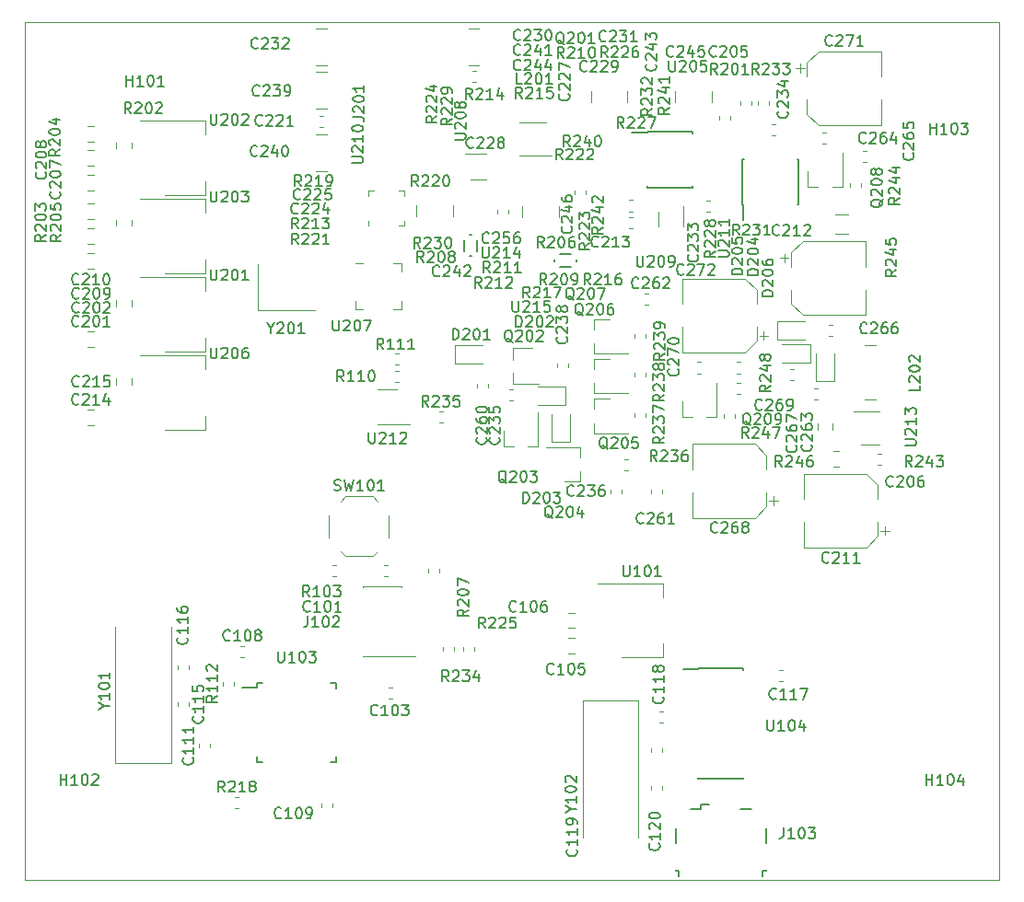
<source format=gbr>
G04 #@! TF.GenerationSoftware,KiCad,Pcbnew,5.1.0-unknown-c1c4a09~82~ubuntu18.04.1*
G04 #@! TF.CreationDate,2019-03-27T22:18:46+01:00*
G04 #@! TF.ProjectId,TDR_5351_core,5444525f-3533-4353-915f-636f72652e6b,rev?*
G04 #@! TF.SameCoordinates,Original*
G04 #@! TF.FileFunction,Legend,Top*
G04 #@! TF.FilePolarity,Positive*
%FSLAX46Y46*%
G04 Gerber Fmt 4.6, Leading zero omitted, Abs format (unit mm)*
G04 Created by KiCad (PCBNEW 5.1.0-unknown-c1c4a09~82~ubuntu18.04.1) date 2019-03-27 22:18:46*
%MOMM*%
%LPD*%
G04 APERTURE LIST*
%ADD10C,0.050000*%
%ADD11C,0.120000*%
%ADD12C,0.150000*%
%ADD13C,0.200000*%
G04 APERTURE END LIST*
D10*
X168000000Y-108950000D02*
X168000000Y-30000000D01*
X257600000Y-108950000D02*
X168000000Y-108950000D01*
X257600000Y-30000000D02*
X257600000Y-108950000D01*
X168000000Y-30000000D02*
X257600000Y-30000000D01*
D11*
G04 #@! TO.C,R235*
X206078733Y-66860000D02*
X206421267Y-66860000D01*
X206078733Y-65840000D02*
X206421267Y-65840000D01*
G04 #@! TO.C,C103*
X201821267Y-91190000D02*
X201478733Y-91190000D01*
X201821267Y-92210000D02*
X201478733Y-92210000D01*
G04 #@! TO.C,R248*
X233846267Y-61290000D02*
X233503733Y-61290000D01*
X233846267Y-62310000D02*
X233503733Y-62310000D01*
G04 #@! TO.C,R247*
X232290000Y-66053733D02*
X232290000Y-66396267D01*
X233310000Y-66053733D02*
X233310000Y-66396267D01*
G04 #@! TO.C,R244*
X243840000Y-44853733D02*
X243840000Y-45196267D01*
X244860000Y-44853733D02*
X244860000Y-45196267D01*
G04 #@! TO.C,Q208*
X240020000Y-45160000D02*
X240020000Y-43700000D01*
X243180000Y-45160000D02*
X243180000Y-42000000D01*
X243180000Y-45160000D02*
X242250000Y-45160000D01*
X240020000Y-45160000D02*
X240950000Y-45160000D01*
G04 #@! TO.C,Q209*
X228470000Y-66360000D02*
X228470000Y-64900000D01*
X231630000Y-66360000D02*
X231630000Y-63200000D01*
X231630000Y-66360000D02*
X230700000Y-66360000D01*
X228470000Y-66360000D02*
X229400000Y-66360000D01*
G04 #@! TO.C,L202*
X246250000Y-59740000D02*
X245250000Y-59740000D01*
X246250000Y-64760000D02*
X245250000Y-64760000D01*
G04 #@! TO.C,C211*
X247093750Y-77191250D02*
X247093750Y-76403750D01*
X247487500Y-76797500D02*
X246700000Y-76797500D01*
X246460000Y-72604437D02*
X245395563Y-71540000D01*
X246460000Y-77295563D02*
X245395563Y-78360000D01*
X246460000Y-77295563D02*
X246460000Y-76010000D01*
X246460000Y-72604437D02*
X246460000Y-73890000D01*
X245395563Y-71540000D02*
X239640000Y-71540000D01*
X245395563Y-78360000D02*
X239640000Y-78360000D01*
X239640000Y-78360000D02*
X239640000Y-76010000D01*
X239640000Y-71540000D02*
X239640000Y-73890000D01*
G04 #@! TO.C,C272*
X235943750Y-59241250D02*
X235943750Y-58453750D01*
X236337500Y-58847500D02*
X235550000Y-58847500D01*
X235310000Y-54654437D02*
X234245563Y-53590000D01*
X235310000Y-59345563D02*
X234245563Y-60410000D01*
X235310000Y-59345563D02*
X235310000Y-58060000D01*
X235310000Y-54654437D02*
X235310000Y-55940000D01*
X234245563Y-53590000D02*
X228490000Y-53590000D01*
X234245563Y-60410000D02*
X228490000Y-60410000D01*
X228490000Y-60410000D02*
X228490000Y-58060000D01*
X228490000Y-53590000D02*
X228490000Y-55940000D01*
G04 #@! TO.C,C271*
X239306250Y-33858750D02*
X239306250Y-34646250D01*
X238912500Y-34252500D02*
X239700000Y-34252500D01*
X239940000Y-38445563D02*
X241004437Y-39510000D01*
X239940000Y-33754437D02*
X241004437Y-32690000D01*
X239940000Y-33754437D02*
X239940000Y-35040000D01*
X239940000Y-38445563D02*
X239940000Y-37160000D01*
X241004437Y-39510000D02*
X246760000Y-39510000D01*
X241004437Y-32690000D02*
X246760000Y-32690000D01*
X246760000Y-32690000D02*
X246760000Y-35040000D01*
X246760000Y-39510000D02*
X246760000Y-37160000D01*
G04 #@! TO.C,C268*
X236843750Y-74441250D02*
X236843750Y-73653750D01*
X237237500Y-74047500D02*
X236450000Y-74047500D01*
X236210000Y-69854437D02*
X235145563Y-68790000D01*
X236210000Y-74545563D02*
X235145563Y-75610000D01*
X236210000Y-74545563D02*
X236210000Y-73260000D01*
X236210000Y-69854437D02*
X236210000Y-71140000D01*
X235145563Y-68790000D02*
X229390000Y-68790000D01*
X235145563Y-75610000D02*
X229390000Y-75610000D01*
X229390000Y-75610000D02*
X229390000Y-73260000D01*
X229390000Y-68790000D02*
X229390000Y-71140000D01*
G04 #@! TO.C,C212*
X237856250Y-51308750D02*
X237856250Y-52096250D01*
X237462500Y-51702500D02*
X238250000Y-51702500D01*
X238490000Y-55895563D02*
X239554437Y-56960000D01*
X238490000Y-51204437D02*
X239554437Y-50140000D01*
X238490000Y-51204437D02*
X238490000Y-52490000D01*
X238490000Y-55895563D02*
X238490000Y-54610000D01*
X239554437Y-56960000D02*
X245310000Y-56960000D01*
X239554437Y-50140000D02*
X245310000Y-50140000D01*
X245310000Y-50140000D02*
X245310000Y-52490000D01*
X245310000Y-56960000D02*
X245310000Y-54610000D01*
G04 #@! TO.C,R246*
X242363748Y-70910000D02*
X242886252Y-70910000D01*
X242363748Y-69490000D02*
X242886252Y-69490000D01*
G04 #@! TO.C,R245*
X243739564Y-47690000D02*
X242535436Y-47690000D01*
X243739564Y-49510000D02*
X242535436Y-49510000D01*
G04 #@! TO.C,R243*
X240890000Y-66963748D02*
X240890000Y-67486252D01*
X242310000Y-66963748D02*
X242310000Y-67486252D01*
G04 #@! TO.C,D206*
X240200000Y-61350000D02*
X237650000Y-61350000D01*
X240200000Y-59650000D02*
X237650000Y-59650000D01*
X240200000Y-61350000D02*
X240200000Y-59650000D01*
G04 #@! TO.C,D205*
X237200000Y-57550000D02*
X239750000Y-57550000D01*
X237200000Y-59250000D02*
X239750000Y-59250000D01*
X237200000Y-57550000D02*
X237200000Y-59250000D01*
G04 #@! TO.C,D204*
X240750000Y-63000000D02*
X240750000Y-60450000D01*
X242450000Y-63000000D02*
X242450000Y-60450000D01*
X240750000Y-63000000D02*
X242450000Y-63000000D01*
G04 #@! TO.C,C270*
X229803733Y-62310000D02*
X230146267Y-62310000D01*
X229803733Y-61290000D02*
X230146267Y-61290000D01*
G04 #@! TO.C,C269*
X233503733Y-64210000D02*
X233846267Y-64210000D01*
X233503733Y-63190000D02*
X233846267Y-63190000D01*
G04 #@! TO.C,C267*
X238696267Y-61940000D02*
X238353733Y-61940000D01*
X238696267Y-62960000D02*
X238353733Y-62960000D01*
G04 #@! TO.C,C266*
X241953733Y-58910000D02*
X242296267Y-58910000D01*
X241953733Y-57890000D02*
X242296267Y-57890000D01*
G04 #@! TO.C,C265*
X241353733Y-41210000D02*
X241696267Y-41210000D01*
X241353733Y-40190000D02*
X241696267Y-40190000D01*
G04 #@! TO.C,C264*
X245053733Y-42910000D02*
X245396267Y-42910000D01*
X245053733Y-41890000D02*
X245396267Y-41890000D01*
G04 #@! TO.C,C263*
X240896267Y-63690000D02*
X240553733Y-63690000D01*
X240896267Y-64710000D02*
X240553733Y-64710000D01*
G04 #@! TO.C,C206*
X246428733Y-70710000D02*
X246771267Y-70710000D01*
X246428733Y-69690000D02*
X246771267Y-69690000D01*
G04 #@! TO.C,Y101*
X181450000Y-98200000D02*
X181450000Y-85600000D01*
X176350000Y-98200000D02*
X181450000Y-98200000D01*
X176350000Y-85600000D02*
X176350000Y-98200000D01*
G04 #@! TO.C,Y102*
X219300000Y-92450000D02*
X219300000Y-105050000D01*
X224400000Y-92450000D02*
X219300000Y-92450000D01*
X224400000Y-105050000D02*
X224400000Y-92450000D01*
D12*
G04 #@! TO.C,U104*
X229925000Y-89495000D02*
X228550000Y-89495000D01*
X229925000Y-99620000D02*
X234075000Y-99620000D01*
X229925000Y-89470000D02*
X234075000Y-89470000D01*
X229925000Y-99620000D02*
X229925000Y-99515000D01*
X234075000Y-99620000D02*
X234075000Y-99515000D01*
X234075000Y-89470000D02*
X234075000Y-89575000D01*
X229925000Y-89470000D02*
X229925000Y-89495000D01*
G04 #@! TO.C,J103*
X233800000Y-102400000D02*
X234800000Y-102400000D01*
X230200000Y-102400000D02*
X229200000Y-102400000D01*
X230200000Y-101975000D02*
X230200000Y-102400000D01*
X230925000Y-101975000D02*
X230200000Y-101975000D01*
X236150000Y-105550000D02*
X236150000Y-104150000D01*
X236150000Y-108100000D02*
X236150000Y-107950000D01*
X235850000Y-108100000D02*
X236150000Y-108100000D01*
X235850000Y-108550000D02*
X235850000Y-108100000D01*
X228150000Y-108100000D02*
X228150000Y-108550000D01*
X227850000Y-108100000D02*
X228150000Y-108100000D01*
X227850000Y-107950000D02*
X227850000Y-108100000D01*
X227850000Y-104150000D02*
X227850000Y-105550000D01*
D11*
G04 #@! TO.C,C120*
X225590000Y-100253733D02*
X225590000Y-100596267D01*
X226610000Y-100253733D02*
X226610000Y-100596267D01*
G04 #@! TO.C,C119*
X226610000Y-97171267D02*
X226610000Y-96828733D01*
X225590000Y-97171267D02*
X225590000Y-96828733D01*
G04 #@! TO.C,C118*
X226671267Y-93390000D02*
X226328733Y-93390000D01*
X226671267Y-94410000D02*
X226328733Y-94410000D01*
G04 #@! TO.C,C117*
X237671267Y-89590000D02*
X237328733Y-89590000D01*
X237671267Y-90610000D02*
X237328733Y-90610000D01*
G04 #@! TO.C,C262*
X225371267Y-54990000D02*
X225028733Y-54990000D01*
X225371267Y-56010000D02*
X225028733Y-56010000D01*
G04 #@! TO.C,C236*
X222910000Y-73396267D02*
X222910000Y-73053733D01*
X221890000Y-73396267D02*
X221890000Y-73053733D01*
G04 #@! TO.C,R236*
X223496267Y-70190000D02*
X223153733Y-70190000D01*
X223496267Y-71210000D02*
X223153733Y-71210000D01*
G04 #@! TO.C,C261*
X225590000Y-73053733D02*
X225590000Y-73396267D01*
X226610000Y-73053733D02*
X226610000Y-73396267D01*
G04 #@! TO.C,C260*
X210610000Y-63596267D02*
X210610000Y-63253733D01*
X209590000Y-63596267D02*
X209590000Y-63253733D01*
G04 #@! TO.C,C256*
X212460000Y-47621267D02*
X212460000Y-47278733D01*
X211440000Y-47621267D02*
X211440000Y-47278733D01*
G04 #@! TO.C,C246*
X213770000Y-47950000D02*
X213770000Y-46950000D01*
X217130000Y-47950000D02*
X217130000Y-46950000D01*
G04 #@! TO.C,C245*
X231180000Y-36400000D02*
X231180000Y-37400000D01*
X227820000Y-36400000D02*
X227820000Y-37400000D01*
G04 #@! TO.C,C243*
X223430000Y-36400000D02*
X223430000Y-37400000D01*
X220070000Y-36400000D02*
X220070000Y-37400000D01*
G04 #@! TO.C,C242*
X204020000Y-47900000D02*
X204020000Y-46900000D01*
X207380000Y-47900000D02*
X207380000Y-46900000D01*
G04 #@! TO.C,C241*
X209800000Y-33980000D02*
X208800000Y-33980000D01*
X209800000Y-30620000D02*
X208800000Y-30620000D01*
G04 #@! TO.C,C240*
X194750000Y-40370000D02*
X195750000Y-40370000D01*
X194750000Y-43730000D02*
X195750000Y-43730000D01*
G04 #@! TO.C,C239*
X194750000Y-34570000D02*
X195750000Y-34570000D01*
X194750000Y-37930000D02*
X195750000Y-37930000D01*
G04 #@! TO.C,C232*
X194750000Y-30620000D02*
X195750000Y-30620000D01*
X194750000Y-33980000D02*
X195750000Y-33980000D01*
G04 #@! TO.C,C238*
X218010000Y-61796267D02*
X218010000Y-61453733D01*
X216990000Y-61796267D02*
X216990000Y-61453733D01*
G04 #@! TO.C,C244*
X209471267Y-34490000D02*
X209128733Y-34490000D01*
X209471267Y-35510000D02*
X209128733Y-35510000D01*
D12*
G04 #@! TO.C,U215*
X218700000Y-51850000D02*
X218700000Y-52050000D01*
X216700000Y-51850000D02*
X216700000Y-52050000D01*
X217200000Y-52550000D02*
X218200000Y-52550000D01*
X217200000Y-51350000D02*
X218200000Y-51350000D01*
G04 #@! TO.C,U214*
X208900000Y-49550000D02*
X209100000Y-49550000D01*
X208900000Y-51550000D02*
X209100000Y-51550000D01*
X209600000Y-51050000D02*
X209600000Y-50050000D01*
X208400000Y-51050000D02*
X208400000Y-50050000D01*
G04 #@! TO.C,U211*
X234060000Y-46775000D02*
X234060000Y-48175000D01*
X239160000Y-46775000D02*
X239160000Y-42625000D01*
X234010000Y-46775000D02*
X234010000Y-42625000D01*
X239160000Y-46775000D02*
X239015000Y-46775000D01*
X239160000Y-42625000D02*
X239015000Y-42625000D01*
X234010000Y-42625000D02*
X234155000Y-42625000D01*
X234010000Y-46775000D02*
X234060000Y-46775000D01*
D11*
G04 #@! TO.C,U213*
X246630000Y-65790000D02*
X244200000Y-65790000D01*
X244870000Y-68860000D02*
X246630000Y-68860000D01*
G04 #@! TO.C,R205*
X174336252Y-46690000D02*
X173813748Y-46690000D01*
X174336252Y-48110000D02*
X173813748Y-48110000D01*
G04 #@! TO.C,R204*
X174336252Y-39590000D02*
X173813748Y-39590000D01*
X174336252Y-41010000D02*
X173813748Y-41010000D01*
G04 #@! TO.C,R203*
X177810000Y-48736252D02*
X177810000Y-48213748D01*
X176390000Y-48736252D02*
X176390000Y-48213748D01*
G04 #@! TO.C,R202*
X177810000Y-41636252D02*
X177810000Y-41113748D01*
X176390000Y-41636252D02*
X176390000Y-41113748D01*
D12*
G04 #@! TO.C,U205*
X225225000Y-40080000D02*
X225225000Y-40130000D01*
X229375000Y-40080000D02*
X229375000Y-40225000D01*
X229375000Y-45230000D02*
X229375000Y-45085000D01*
X225225000Y-45230000D02*
X225225000Y-45085000D01*
X225225000Y-40080000D02*
X229375000Y-40080000D01*
X225225000Y-45230000D02*
X229375000Y-45230000D01*
X225225000Y-40130000D02*
X223825000Y-40130000D01*
D11*
G04 #@! TO.C,R239*
X225110000Y-59046267D02*
X225110000Y-58703733D01*
X224090000Y-59046267D02*
X224090000Y-58703733D01*
G04 #@! TO.C,R238*
X225110000Y-62646267D02*
X225110000Y-62303733D01*
X224090000Y-62646267D02*
X224090000Y-62303733D01*
G04 #@! TO.C,R237*
X225110000Y-66346267D02*
X225110000Y-66003733D01*
X224090000Y-66346267D02*
X224090000Y-66003733D01*
G04 #@! TO.C,R234*
X207510000Y-87871267D02*
X207510000Y-87528733D01*
X206490000Y-87871267D02*
X206490000Y-87528733D01*
G04 #@! TO.C,R233*
X235440000Y-37253733D02*
X235440000Y-37596267D01*
X236460000Y-37253733D02*
X236460000Y-37596267D01*
G04 #@! TO.C,R226*
X219610000Y-45846267D02*
X219610000Y-45503733D01*
X218590000Y-45846267D02*
X218590000Y-45503733D01*
G04 #@! TO.C,R225*
X208290000Y-87528733D02*
X208290000Y-87871267D01*
X209310000Y-87528733D02*
X209310000Y-87871267D01*
G04 #@! TO.C,R218*
X187328733Y-102310000D02*
X187671267Y-102310000D01*
X187328733Y-101290000D02*
X187671267Y-101290000D01*
G04 #@! TO.C,R207*
X205090000Y-80328733D02*
X205090000Y-80671267D01*
X206110000Y-80328733D02*
X206110000Y-80671267D01*
G04 #@! TO.C,R206*
X223896267Y-47990000D02*
X223553733Y-47990000D01*
X223896267Y-49010000D02*
X223553733Y-49010000D01*
G04 #@! TO.C,R201*
X233840000Y-37253733D02*
X233840000Y-37596267D01*
X234860000Y-37253733D02*
X234860000Y-37596267D01*
G04 #@! TO.C,R112*
X187210000Y-91021267D02*
X187210000Y-90678733D01*
X186190000Y-91021267D02*
X186190000Y-90678733D01*
G04 #@! TO.C,R111*
X202028733Y-61510000D02*
X202371267Y-61510000D01*
X202028733Y-60490000D02*
X202371267Y-60490000D01*
G04 #@! TO.C,R110*
X202028733Y-63110000D02*
X202371267Y-63110000D01*
X202028733Y-62090000D02*
X202371267Y-62090000D01*
G04 #@! TO.C,R103*
X196621267Y-79940000D02*
X196278733Y-79940000D01*
X196621267Y-80960000D02*
X196278733Y-80960000D01*
G04 #@! TO.C,Q207*
X220340000Y-57370000D02*
X221800000Y-57370000D01*
X220340000Y-60530000D02*
X223500000Y-60530000D01*
X220340000Y-60530000D02*
X220340000Y-59600000D01*
X220340000Y-57370000D02*
X220340000Y-58300000D01*
G04 #@! TO.C,Q206*
X220340000Y-60970000D02*
X221800000Y-60970000D01*
X220340000Y-64130000D02*
X223500000Y-64130000D01*
X220340000Y-64130000D02*
X220340000Y-63200000D01*
X220340000Y-60970000D02*
X220340000Y-61900000D01*
G04 #@! TO.C,Q205*
X220340000Y-64670000D02*
X221800000Y-64670000D01*
X220340000Y-67830000D02*
X223500000Y-67830000D01*
X220340000Y-67830000D02*
X220340000Y-66900000D01*
X220340000Y-64670000D02*
X220340000Y-65600000D01*
G04 #@! TO.C,Q204*
X219060000Y-72280000D02*
X217600000Y-72280000D01*
X219060000Y-69120000D02*
X215900000Y-69120000D01*
X219060000Y-69120000D02*
X219060000Y-70050000D01*
X219060000Y-72280000D02*
X219060000Y-71350000D01*
G04 #@! TO.C,Q203*
X212020000Y-69060000D02*
X212020000Y-67600000D01*
X215180000Y-69060000D02*
X215180000Y-65900000D01*
X215180000Y-69060000D02*
X214250000Y-69060000D01*
X212020000Y-69060000D02*
X212950000Y-69060000D01*
G04 #@! TO.C,Q202*
X212900000Y-60000000D02*
X212900000Y-61050000D01*
X214700000Y-60000000D02*
X212900000Y-60000000D01*
X212900000Y-63300000D02*
X212900000Y-62250000D01*
X215300000Y-63300000D02*
X212900000Y-63300000D01*
G04 #@! TO.C,Q201*
X213500000Y-42300000D02*
X216450000Y-42300000D01*
X215900000Y-39200000D02*
X213500000Y-39200000D01*
G04 #@! TO.C,D203*
X216450000Y-68600000D02*
X216450000Y-66050000D01*
X218150000Y-68600000D02*
X218150000Y-66050000D01*
X216450000Y-68600000D02*
X218150000Y-68600000D01*
G04 #@! TO.C,D202*
X217750000Y-65250000D02*
X215200000Y-65250000D01*
X217750000Y-63550000D02*
X215200000Y-63550000D01*
X217750000Y-65250000D02*
X217750000Y-63550000D01*
G04 #@! TO.C,D201*
X207550000Y-59750000D02*
X210100000Y-59750000D01*
X207550000Y-61450000D02*
X210100000Y-61450000D01*
X207550000Y-59750000D02*
X207550000Y-61450000D01*
G04 #@! TO.C,C235*
X212528733Y-64810000D02*
X212871267Y-64810000D01*
X212528733Y-63790000D02*
X212871267Y-63790000D01*
G04 #@! TO.C,C221*
X195078733Y-39660000D02*
X195421267Y-39660000D01*
X195078733Y-38640000D02*
X195421267Y-38640000D01*
G04 #@! TO.C,C234*
X236653733Y-40460000D02*
X236996267Y-40460000D01*
X236653733Y-39440000D02*
X236996267Y-39440000D01*
G04 #@! TO.C,C233*
X230703733Y-47460000D02*
X231046267Y-47460000D01*
X230703733Y-46440000D02*
X231046267Y-46440000D01*
G04 #@! TO.C,C213*
X223896267Y-46390000D02*
X223553733Y-46390000D01*
X223896267Y-47410000D02*
X223553733Y-47410000D01*
G04 #@! TO.C,C205*
X231840000Y-38628733D02*
X231840000Y-38971267D01*
X232860000Y-38628733D02*
X232860000Y-38971267D01*
G04 #@! TO.C,C116*
X183060000Y-89521267D02*
X183060000Y-89178733D01*
X182040000Y-89521267D02*
X182040000Y-89178733D01*
G04 #@! TO.C,C115*
X182040000Y-92578733D02*
X182040000Y-92921267D01*
X183060000Y-92578733D02*
X183060000Y-92921267D01*
G04 #@! TO.C,C111*
X185010000Y-96746267D02*
X185010000Y-96403733D01*
X183990000Y-96746267D02*
X183990000Y-96403733D01*
G04 #@! TO.C,C109*
X196260000Y-102221267D02*
X196260000Y-101878733D01*
X195240000Y-102221267D02*
X195240000Y-101878733D01*
G04 #@! TO.C,C108*
X187828733Y-88410000D02*
X188171267Y-88410000D01*
X187828733Y-87390000D02*
X188171267Y-87390000D01*
G04 #@! TO.C,C101*
X201371267Y-79940000D02*
X201028733Y-79940000D01*
X201371267Y-80960000D02*
X201028733Y-80960000D01*
G04 #@! TO.C,U207*
X199115000Y-52190000D02*
X198390000Y-52190000D01*
X202610000Y-56410000D02*
X202610000Y-55685000D01*
X201885000Y-56410000D02*
X202610000Y-56410000D01*
X198390000Y-56410000D02*
X198390000Y-55685000D01*
X199115000Y-56410000D02*
X198390000Y-56410000D01*
X202610000Y-52190000D02*
X202610000Y-52915000D01*
X201885000Y-52190000D02*
X202610000Y-52190000D01*
G04 #@! TO.C,Y201*
X189450000Y-56500000D02*
X194650000Y-56500000D01*
X189450000Y-52300000D02*
X189450000Y-56500000D01*
G04 #@! TO.C,U212*
X200450000Y-67010000D02*
X203400000Y-67010000D01*
X202250000Y-63790000D02*
X200450000Y-63790000D01*
G04 #@! TO.C,U210*
X199640000Y-48285000D02*
X199640000Y-48760000D01*
X202860000Y-45540000D02*
X202385000Y-45540000D01*
X202860000Y-46015000D02*
X202860000Y-45540000D01*
X202860000Y-48760000D02*
X202385000Y-48760000D01*
X202860000Y-48285000D02*
X202860000Y-48760000D01*
X199640000Y-45540000D02*
X200115000Y-45540000D01*
X199640000Y-46015000D02*
X199640000Y-45540000D01*
G04 #@! TO.C,U209*
X226240000Y-47430000D02*
X226240000Y-48830000D01*
X228560000Y-48830000D02*
X228560000Y-46930000D01*
G04 #@! TO.C,U208*
X210400000Y-42140000D02*
X208500000Y-42140000D01*
X209000000Y-44460000D02*
X210400000Y-44460000D01*
G04 #@! TO.C,U206*
X178600000Y-60690000D02*
X184610000Y-60690000D01*
X180850000Y-67510000D02*
X184610000Y-67510000D01*
X184610000Y-60690000D02*
X184610000Y-61950000D01*
X184610000Y-67510000D02*
X184610000Y-66250000D01*
G04 #@! TO.C,U203*
X178600000Y-46290000D02*
X184610000Y-46290000D01*
X180850000Y-53110000D02*
X184610000Y-53110000D01*
X184610000Y-46290000D02*
X184610000Y-47550000D01*
X184610000Y-53110000D02*
X184610000Y-51850000D01*
G04 #@! TO.C,U202*
X178600000Y-39090000D02*
X184610000Y-39090000D01*
X180850000Y-45910000D02*
X184610000Y-45910000D01*
X184610000Y-39090000D02*
X184610000Y-40350000D01*
X184610000Y-45910000D02*
X184610000Y-44650000D01*
G04 #@! TO.C,U201*
X178600000Y-53490000D02*
X184610000Y-53490000D01*
X180850000Y-60310000D02*
X184610000Y-60310000D01*
X184610000Y-53490000D02*
X184610000Y-54750000D01*
X184610000Y-60310000D02*
X184610000Y-59050000D01*
D12*
G04 #@! TO.C,U103*
X189375000Y-91250000D02*
X188000000Y-91250000D01*
X196625000Y-90825000D02*
X196100000Y-90825000D01*
X196625000Y-98075000D02*
X196100000Y-98075000D01*
X189375000Y-98075000D02*
X189900000Y-98075000D01*
X189375000Y-90825000D02*
X189900000Y-90825000D01*
X189375000Y-98075000D02*
X189375000Y-97550000D01*
X196625000Y-98075000D02*
X196625000Y-97550000D01*
X196625000Y-90825000D02*
X196625000Y-91350000D01*
X189375000Y-90825000D02*
X189375000Y-91250000D01*
D11*
G04 #@! TO.C,U101*
X220650000Y-81640000D02*
X226660000Y-81640000D01*
X222900000Y-88460000D02*
X226660000Y-88460000D01*
X226660000Y-81640000D02*
X226660000Y-82900000D01*
X226660000Y-88460000D02*
X226660000Y-87200000D01*
G04 #@! TO.C,SW101*
X197500000Y-73650000D02*
X200000000Y-73650000D01*
X196000000Y-75400000D02*
X196000000Y-77400000D01*
X197500000Y-79150000D02*
X200000000Y-79150000D01*
X201500000Y-75400000D02*
X201500000Y-77400000D01*
X197050000Y-74100000D02*
X197500000Y-73650000D01*
X200450000Y-74100000D02*
X200000000Y-73650000D01*
X200450000Y-78700000D02*
X200000000Y-79150000D01*
X197050000Y-78700000D02*
X197500000Y-79150000D01*
G04 #@! TO.C,J102*
X199085000Y-81980000D02*
X199085000Y-81915000D01*
X202615000Y-81980000D02*
X202615000Y-81915000D01*
X199085000Y-88385000D02*
X199085000Y-88320000D01*
X202615000Y-88385000D02*
X202615000Y-88320000D01*
X203940000Y-88320000D02*
X202615000Y-88320000D01*
X202615000Y-81915000D02*
X199085000Y-81915000D01*
X202615000Y-88385000D02*
X199085000Y-88385000D01*
G04 #@! TO.C,C215*
X176390000Y-62813748D02*
X176390000Y-63336252D01*
X177810000Y-62813748D02*
X177810000Y-63336252D01*
G04 #@! TO.C,C214*
X173813748Y-67110000D02*
X174336252Y-67110000D01*
X173813748Y-65690000D02*
X174336252Y-65690000D01*
G04 #@! TO.C,C210*
X173813748Y-50410000D02*
X174336252Y-50410000D01*
X173813748Y-48990000D02*
X174336252Y-48990000D01*
G04 #@! TO.C,C209*
X173813748Y-52710000D02*
X174336252Y-52710000D01*
X173813748Y-51290000D02*
X174336252Y-51290000D01*
G04 #@! TO.C,C208*
X173813748Y-43210000D02*
X174336252Y-43210000D01*
X173813748Y-41790000D02*
X174336252Y-41790000D01*
G04 #@! TO.C,C207*
X173813748Y-45510000D02*
X174336252Y-45510000D01*
X173813748Y-44090000D02*
X174336252Y-44090000D01*
G04 #@! TO.C,C202*
X176390000Y-55613748D02*
X176390000Y-56136252D01*
X177810000Y-55613748D02*
X177810000Y-56136252D01*
G04 #@! TO.C,C201*
X173813748Y-59910000D02*
X174336252Y-59910000D01*
X173813748Y-58490000D02*
X174336252Y-58490000D01*
G04 #@! TO.C,C106*
X218013748Y-85760000D02*
X218536252Y-85760000D01*
X218013748Y-84340000D02*
X218536252Y-84340000D01*
G04 #@! TO.C,C105*
X218013748Y-88060000D02*
X218536252Y-88060000D01*
X218013748Y-86640000D02*
X218536252Y-86640000D01*
G04 #@! TD*
G04 #@! TO.C,R235*
D12*
X205130952Y-65372380D02*
X204797619Y-64896190D01*
X204559523Y-65372380D02*
X204559523Y-64372380D01*
X204940476Y-64372380D01*
X205035714Y-64420000D01*
X205083333Y-64467619D01*
X205130952Y-64562857D01*
X205130952Y-64705714D01*
X205083333Y-64800952D01*
X205035714Y-64848571D01*
X204940476Y-64896190D01*
X204559523Y-64896190D01*
X205511904Y-64467619D02*
X205559523Y-64420000D01*
X205654761Y-64372380D01*
X205892857Y-64372380D01*
X205988095Y-64420000D01*
X206035714Y-64467619D01*
X206083333Y-64562857D01*
X206083333Y-64658095D01*
X206035714Y-64800952D01*
X205464285Y-65372380D01*
X206083333Y-65372380D01*
X206416666Y-64372380D02*
X207035714Y-64372380D01*
X206702380Y-64753333D01*
X206845238Y-64753333D01*
X206940476Y-64800952D01*
X206988095Y-64848571D01*
X207035714Y-64943809D01*
X207035714Y-65181904D01*
X206988095Y-65277142D01*
X206940476Y-65324761D01*
X206845238Y-65372380D01*
X206559523Y-65372380D01*
X206464285Y-65324761D01*
X206416666Y-65277142D01*
X207940476Y-64372380D02*
X207464285Y-64372380D01*
X207416666Y-64848571D01*
X207464285Y-64800952D01*
X207559523Y-64753333D01*
X207797619Y-64753333D01*
X207892857Y-64800952D01*
X207940476Y-64848571D01*
X207988095Y-64943809D01*
X207988095Y-65181904D01*
X207940476Y-65277142D01*
X207892857Y-65324761D01*
X207797619Y-65372380D01*
X207559523Y-65372380D01*
X207464285Y-65324761D01*
X207416666Y-65277142D01*
G04 #@! TO.C,C103*
X200430952Y-93707142D02*
X200383333Y-93754761D01*
X200240476Y-93802380D01*
X200145238Y-93802380D01*
X200002380Y-93754761D01*
X199907142Y-93659523D01*
X199859523Y-93564285D01*
X199811904Y-93373809D01*
X199811904Y-93230952D01*
X199859523Y-93040476D01*
X199907142Y-92945238D01*
X200002380Y-92850000D01*
X200145238Y-92802380D01*
X200240476Y-92802380D01*
X200383333Y-92850000D01*
X200430952Y-92897619D01*
X201383333Y-93802380D02*
X200811904Y-93802380D01*
X201097619Y-93802380D02*
X201097619Y-92802380D01*
X201002380Y-92945238D01*
X200907142Y-93040476D01*
X200811904Y-93088095D01*
X202002380Y-92802380D02*
X202097619Y-92802380D01*
X202192857Y-92850000D01*
X202240476Y-92897619D01*
X202288095Y-92992857D01*
X202335714Y-93183333D01*
X202335714Y-93421428D01*
X202288095Y-93611904D01*
X202240476Y-93707142D01*
X202192857Y-93754761D01*
X202097619Y-93802380D01*
X202002380Y-93802380D01*
X201907142Y-93754761D01*
X201859523Y-93707142D01*
X201811904Y-93611904D01*
X201764285Y-93421428D01*
X201764285Y-93183333D01*
X201811904Y-92992857D01*
X201859523Y-92897619D01*
X201907142Y-92850000D01*
X202002380Y-92802380D01*
X202669047Y-92802380D02*
X203288095Y-92802380D01*
X202954761Y-93183333D01*
X203097619Y-93183333D01*
X203192857Y-93230952D01*
X203240476Y-93278571D01*
X203288095Y-93373809D01*
X203288095Y-93611904D01*
X203240476Y-93707142D01*
X203192857Y-93754761D01*
X203097619Y-93802380D01*
X202811904Y-93802380D01*
X202716666Y-93754761D01*
X202669047Y-93707142D01*
G04 #@! TO.C,R248*
X236602380Y-63419047D02*
X236126190Y-63752380D01*
X236602380Y-63990476D02*
X235602380Y-63990476D01*
X235602380Y-63609523D01*
X235650000Y-63514285D01*
X235697619Y-63466666D01*
X235792857Y-63419047D01*
X235935714Y-63419047D01*
X236030952Y-63466666D01*
X236078571Y-63514285D01*
X236126190Y-63609523D01*
X236126190Y-63990476D01*
X235697619Y-63038095D02*
X235650000Y-62990476D01*
X235602380Y-62895238D01*
X235602380Y-62657142D01*
X235650000Y-62561904D01*
X235697619Y-62514285D01*
X235792857Y-62466666D01*
X235888095Y-62466666D01*
X236030952Y-62514285D01*
X236602380Y-63085714D01*
X236602380Y-62466666D01*
X235935714Y-61609523D02*
X236602380Y-61609523D01*
X235554761Y-61847619D02*
X236269047Y-62085714D01*
X236269047Y-61466666D01*
X236030952Y-60942857D02*
X235983333Y-61038095D01*
X235935714Y-61085714D01*
X235840476Y-61133333D01*
X235792857Y-61133333D01*
X235697619Y-61085714D01*
X235650000Y-61038095D01*
X235602380Y-60942857D01*
X235602380Y-60752380D01*
X235650000Y-60657142D01*
X235697619Y-60609523D01*
X235792857Y-60561904D01*
X235840476Y-60561904D01*
X235935714Y-60609523D01*
X235983333Y-60657142D01*
X236030952Y-60752380D01*
X236030952Y-60942857D01*
X236078571Y-61038095D01*
X236126190Y-61085714D01*
X236221428Y-61133333D01*
X236411904Y-61133333D01*
X236507142Y-61085714D01*
X236554761Y-61038095D01*
X236602380Y-60942857D01*
X236602380Y-60752380D01*
X236554761Y-60657142D01*
X236507142Y-60609523D01*
X236411904Y-60561904D01*
X236221428Y-60561904D01*
X236126190Y-60609523D01*
X236078571Y-60657142D01*
X236030952Y-60752380D01*
G04 #@! TO.C,R247*
X234530952Y-68252380D02*
X234197619Y-67776190D01*
X233959523Y-68252380D02*
X233959523Y-67252380D01*
X234340476Y-67252380D01*
X234435714Y-67300000D01*
X234483333Y-67347619D01*
X234530952Y-67442857D01*
X234530952Y-67585714D01*
X234483333Y-67680952D01*
X234435714Y-67728571D01*
X234340476Y-67776190D01*
X233959523Y-67776190D01*
X234911904Y-67347619D02*
X234959523Y-67300000D01*
X235054761Y-67252380D01*
X235292857Y-67252380D01*
X235388095Y-67300000D01*
X235435714Y-67347619D01*
X235483333Y-67442857D01*
X235483333Y-67538095D01*
X235435714Y-67680952D01*
X234864285Y-68252380D01*
X235483333Y-68252380D01*
X236340476Y-67585714D02*
X236340476Y-68252380D01*
X236102380Y-67204761D02*
X235864285Y-67919047D01*
X236483333Y-67919047D01*
X236769047Y-67252380D02*
X237435714Y-67252380D01*
X237007142Y-68252380D01*
G04 #@! TO.C,R244*
X248452380Y-46169047D02*
X247976190Y-46502380D01*
X248452380Y-46740476D02*
X247452380Y-46740476D01*
X247452380Y-46359523D01*
X247500000Y-46264285D01*
X247547619Y-46216666D01*
X247642857Y-46169047D01*
X247785714Y-46169047D01*
X247880952Y-46216666D01*
X247928571Y-46264285D01*
X247976190Y-46359523D01*
X247976190Y-46740476D01*
X247547619Y-45788095D02*
X247500000Y-45740476D01*
X247452380Y-45645238D01*
X247452380Y-45407142D01*
X247500000Y-45311904D01*
X247547619Y-45264285D01*
X247642857Y-45216666D01*
X247738095Y-45216666D01*
X247880952Y-45264285D01*
X248452380Y-45835714D01*
X248452380Y-45216666D01*
X247785714Y-44359523D02*
X248452380Y-44359523D01*
X247404761Y-44597619D02*
X248119047Y-44835714D01*
X248119047Y-44216666D01*
X247785714Y-43407142D02*
X248452380Y-43407142D01*
X247404761Y-43645238D02*
X248119047Y-43883333D01*
X248119047Y-43264285D01*
G04 #@! TO.C,Q208*
X246897619Y-46297619D02*
X246850000Y-46392857D01*
X246754761Y-46488095D01*
X246611904Y-46630952D01*
X246564285Y-46726190D01*
X246564285Y-46821428D01*
X246802380Y-46773809D02*
X246754761Y-46869047D01*
X246659523Y-46964285D01*
X246469047Y-47011904D01*
X246135714Y-47011904D01*
X245945238Y-46964285D01*
X245850000Y-46869047D01*
X245802380Y-46773809D01*
X245802380Y-46583333D01*
X245850000Y-46488095D01*
X245945238Y-46392857D01*
X246135714Y-46345238D01*
X246469047Y-46345238D01*
X246659523Y-46392857D01*
X246754761Y-46488095D01*
X246802380Y-46583333D01*
X246802380Y-46773809D01*
X245897619Y-45964285D02*
X245850000Y-45916666D01*
X245802380Y-45821428D01*
X245802380Y-45583333D01*
X245850000Y-45488095D01*
X245897619Y-45440476D01*
X245992857Y-45392857D01*
X246088095Y-45392857D01*
X246230952Y-45440476D01*
X246802380Y-46011904D01*
X246802380Y-45392857D01*
X245802380Y-44773809D02*
X245802380Y-44678571D01*
X245850000Y-44583333D01*
X245897619Y-44535714D01*
X245992857Y-44488095D01*
X246183333Y-44440476D01*
X246421428Y-44440476D01*
X246611904Y-44488095D01*
X246707142Y-44535714D01*
X246754761Y-44583333D01*
X246802380Y-44678571D01*
X246802380Y-44773809D01*
X246754761Y-44869047D01*
X246707142Y-44916666D01*
X246611904Y-44964285D01*
X246421428Y-45011904D01*
X246183333Y-45011904D01*
X245992857Y-44964285D01*
X245897619Y-44916666D01*
X245850000Y-44869047D01*
X245802380Y-44773809D01*
X246230952Y-43869047D02*
X246183333Y-43964285D01*
X246135714Y-44011904D01*
X246040476Y-44059523D01*
X245992857Y-44059523D01*
X245897619Y-44011904D01*
X245850000Y-43964285D01*
X245802380Y-43869047D01*
X245802380Y-43678571D01*
X245850000Y-43583333D01*
X245897619Y-43535714D01*
X245992857Y-43488095D01*
X246040476Y-43488095D01*
X246135714Y-43535714D01*
X246183333Y-43583333D01*
X246230952Y-43678571D01*
X246230952Y-43869047D01*
X246278571Y-43964285D01*
X246326190Y-44011904D01*
X246421428Y-44059523D01*
X246611904Y-44059523D01*
X246707142Y-44011904D01*
X246754761Y-43964285D01*
X246802380Y-43869047D01*
X246802380Y-43678571D01*
X246754761Y-43583333D01*
X246707142Y-43535714D01*
X246611904Y-43488095D01*
X246421428Y-43488095D01*
X246326190Y-43535714D01*
X246278571Y-43583333D01*
X246230952Y-43678571D01*
G04 #@! TO.C,Q209*
X234752380Y-67097619D02*
X234657142Y-67050000D01*
X234561904Y-66954761D01*
X234419047Y-66811904D01*
X234323809Y-66764285D01*
X234228571Y-66764285D01*
X234276190Y-67002380D02*
X234180952Y-66954761D01*
X234085714Y-66859523D01*
X234038095Y-66669047D01*
X234038095Y-66335714D01*
X234085714Y-66145238D01*
X234180952Y-66050000D01*
X234276190Y-66002380D01*
X234466666Y-66002380D01*
X234561904Y-66050000D01*
X234657142Y-66145238D01*
X234704761Y-66335714D01*
X234704761Y-66669047D01*
X234657142Y-66859523D01*
X234561904Y-66954761D01*
X234466666Y-67002380D01*
X234276190Y-67002380D01*
X235085714Y-66097619D02*
X235133333Y-66050000D01*
X235228571Y-66002380D01*
X235466666Y-66002380D01*
X235561904Y-66050000D01*
X235609523Y-66097619D01*
X235657142Y-66192857D01*
X235657142Y-66288095D01*
X235609523Y-66430952D01*
X235038095Y-67002380D01*
X235657142Y-67002380D01*
X236276190Y-66002380D02*
X236371428Y-66002380D01*
X236466666Y-66050000D01*
X236514285Y-66097619D01*
X236561904Y-66192857D01*
X236609523Y-66383333D01*
X236609523Y-66621428D01*
X236561904Y-66811904D01*
X236514285Y-66907142D01*
X236466666Y-66954761D01*
X236371428Y-67002380D01*
X236276190Y-67002380D01*
X236180952Y-66954761D01*
X236133333Y-66907142D01*
X236085714Y-66811904D01*
X236038095Y-66621428D01*
X236038095Y-66383333D01*
X236085714Y-66192857D01*
X236133333Y-66097619D01*
X236180952Y-66050000D01*
X236276190Y-66002380D01*
X237085714Y-67002380D02*
X237276190Y-67002380D01*
X237371428Y-66954761D01*
X237419047Y-66907142D01*
X237514285Y-66764285D01*
X237561904Y-66573809D01*
X237561904Y-66192857D01*
X237514285Y-66097619D01*
X237466666Y-66050000D01*
X237371428Y-66002380D01*
X237180952Y-66002380D01*
X237085714Y-66050000D01*
X237038095Y-66097619D01*
X236990476Y-66192857D01*
X236990476Y-66430952D01*
X237038095Y-66526190D01*
X237085714Y-66573809D01*
X237180952Y-66621428D01*
X237371428Y-66621428D01*
X237466666Y-66573809D01*
X237514285Y-66526190D01*
X237561904Y-66430952D01*
G04 #@! TO.C,L202*
X250302380Y-63419047D02*
X250302380Y-63895238D01*
X249302380Y-63895238D01*
X249397619Y-63133333D02*
X249350000Y-63085714D01*
X249302380Y-62990476D01*
X249302380Y-62752380D01*
X249350000Y-62657142D01*
X249397619Y-62609523D01*
X249492857Y-62561904D01*
X249588095Y-62561904D01*
X249730952Y-62609523D01*
X250302380Y-63180952D01*
X250302380Y-62561904D01*
X249302380Y-61942857D02*
X249302380Y-61847619D01*
X249350000Y-61752380D01*
X249397619Y-61704761D01*
X249492857Y-61657142D01*
X249683333Y-61609523D01*
X249921428Y-61609523D01*
X250111904Y-61657142D01*
X250207142Y-61704761D01*
X250254761Y-61752380D01*
X250302380Y-61847619D01*
X250302380Y-61942857D01*
X250254761Y-62038095D01*
X250207142Y-62085714D01*
X250111904Y-62133333D01*
X249921428Y-62180952D01*
X249683333Y-62180952D01*
X249492857Y-62133333D01*
X249397619Y-62085714D01*
X249350000Y-62038095D01*
X249302380Y-61942857D01*
X249397619Y-61228571D02*
X249350000Y-61180952D01*
X249302380Y-61085714D01*
X249302380Y-60847619D01*
X249350000Y-60752380D01*
X249397619Y-60704761D01*
X249492857Y-60657142D01*
X249588095Y-60657142D01*
X249730952Y-60704761D01*
X250302380Y-61276190D01*
X250302380Y-60657142D01*
G04 #@! TO.C,C211*
X241930952Y-79657142D02*
X241883333Y-79704761D01*
X241740476Y-79752380D01*
X241645238Y-79752380D01*
X241502380Y-79704761D01*
X241407142Y-79609523D01*
X241359523Y-79514285D01*
X241311904Y-79323809D01*
X241311904Y-79180952D01*
X241359523Y-78990476D01*
X241407142Y-78895238D01*
X241502380Y-78800000D01*
X241645238Y-78752380D01*
X241740476Y-78752380D01*
X241883333Y-78800000D01*
X241930952Y-78847619D01*
X242311904Y-78847619D02*
X242359523Y-78800000D01*
X242454761Y-78752380D01*
X242692857Y-78752380D01*
X242788095Y-78800000D01*
X242835714Y-78847619D01*
X242883333Y-78942857D01*
X242883333Y-79038095D01*
X242835714Y-79180952D01*
X242264285Y-79752380D01*
X242883333Y-79752380D01*
X243835714Y-79752380D02*
X243264285Y-79752380D01*
X243550000Y-79752380D02*
X243550000Y-78752380D01*
X243454761Y-78895238D01*
X243359523Y-78990476D01*
X243264285Y-79038095D01*
X244788095Y-79752380D02*
X244216666Y-79752380D01*
X244502380Y-79752380D02*
X244502380Y-78752380D01*
X244407142Y-78895238D01*
X244311904Y-78990476D01*
X244216666Y-79038095D01*
G04 #@! TO.C,C272*
X228580952Y-53157142D02*
X228533333Y-53204761D01*
X228390476Y-53252380D01*
X228295238Y-53252380D01*
X228152380Y-53204761D01*
X228057142Y-53109523D01*
X228009523Y-53014285D01*
X227961904Y-52823809D01*
X227961904Y-52680952D01*
X228009523Y-52490476D01*
X228057142Y-52395238D01*
X228152380Y-52300000D01*
X228295238Y-52252380D01*
X228390476Y-52252380D01*
X228533333Y-52300000D01*
X228580952Y-52347619D01*
X228961904Y-52347619D02*
X229009523Y-52300000D01*
X229104761Y-52252380D01*
X229342857Y-52252380D01*
X229438095Y-52300000D01*
X229485714Y-52347619D01*
X229533333Y-52442857D01*
X229533333Y-52538095D01*
X229485714Y-52680952D01*
X228914285Y-53252380D01*
X229533333Y-53252380D01*
X229866666Y-52252380D02*
X230533333Y-52252380D01*
X230104761Y-53252380D01*
X230866666Y-52347619D02*
X230914285Y-52300000D01*
X231009523Y-52252380D01*
X231247619Y-52252380D01*
X231342857Y-52300000D01*
X231390476Y-52347619D01*
X231438095Y-52442857D01*
X231438095Y-52538095D01*
X231390476Y-52680952D01*
X230819047Y-53252380D01*
X231438095Y-53252380D01*
G04 #@! TO.C,C271*
X242230952Y-32107142D02*
X242183333Y-32154761D01*
X242040476Y-32202380D01*
X241945238Y-32202380D01*
X241802380Y-32154761D01*
X241707142Y-32059523D01*
X241659523Y-31964285D01*
X241611904Y-31773809D01*
X241611904Y-31630952D01*
X241659523Y-31440476D01*
X241707142Y-31345238D01*
X241802380Y-31250000D01*
X241945238Y-31202380D01*
X242040476Y-31202380D01*
X242183333Y-31250000D01*
X242230952Y-31297619D01*
X242611904Y-31297619D02*
X242659523Y-31250000D01*
X242754761Y-31202380D01*
X242992857Y-31202380D01*
X243088095Y-31250000D01*
X243135714Y-31297619D01*
X243183333Y-31392857D01*
X243183333Y-31488095D01*
X243135714Y-31630952D01*
X242564285Y-32202380D01*
X243183333Y-32202380D01*
X243516666Y-31202380D02*
X244183333Y-31202380D01*
X243754761Y-32202380D01*
X245088095Y-32202380D02*
X244516666Y-32202380D01*
X244802380Y-32202380D02*
X244802380Y-31202380D01*
X244707142Y-31345238D01*
X244611904Y-31440476D01*
X244516666Y-31488095D01*
G04 #@! TO.C,C268*
X231680952Y-76907142D02*
X231633333Y-76954761D01*
X231490476Y-77002380D01*
X231395238Y-77002380D01*
X231252380Y-76954761D01*
X231157142Y-76859523D01*
X231109523Y-76764285D01*
X231061904Y-76573809D01*
X231061904Y-76430952D01*
X231109523Y-76240476D01*
X231157142Y-76145238D01*
X231252380Y-76050000D01*
X231395238Y-76002380D01*
X231490476Y-76002380D01*
X231633333Y-76050000D01*
X231680952Y-76097619D01*
X232061904Y-76097619D02*
X232109523Y-76050000D01*
X232204761Y-76002380D01*
X232442857Y-76002380D01*
X232538095Y-76050000D01*
X232585714Y-76097619D01*
X232633333Y-76192857D01*
X232633333Y-76288095D01*
X232585714Y-76430952D01*
X232014285Y-77002380D01*
X232633333Y-77002380D01*
X233490476Y-76002380D02*
X233300000Y-76002380D01*
X233204761Y-76050000D01*
X233157142Y-76097619D01*
X233061904Y-76240476D01*
X233014285Y-76430952D01*
X233014285Y-76811904D01*
X233061904Y-76907142D01*
X233109523Y-76954761D01*
X233204761Y-77002380D01*
X233395238Y-77002380D01*
X233490476Y-76954761D01*
X233538095Y-76907142D01*
X233585714Y-76811904D01*
X233585714Y-76573809D01*
X233538095Y-76478571D01*
X233490476Y-76430952D01*
X233395238Y-76383333D01*
X233204761Y-76383333D01*
X233109523Y-76430952D01*
X233061904Y-76478571D01*
X233014285Y-76573809D01*
X234157142Y-76430952D02*
X234061904Y-76383333D01*
X234014285Y-76335714D01*
X233966666Y-76240476D01*
X233966666Y-76192857D01*
X234014285Y-76097619D01*
X234061904Y-76050000D01*
X234157142Y-76002380D01*
X234347619Y-76002380D01*
X234442857Y-76050000D01*
X234490476Y-76097619D01*
X234538095Y-76192857D01*
X234538095Y-76240476D01*
X234490476Y-76335714D01*
X234442857Y-76383333D01*
X234347619Y-76430952D01*
X234157142Y-76430952D01*
X234061904Y-76478571D01*
X234014285Y-76526190D01*
X233966666Y-76621428D01*
X233966666Y-76811904D01*
X234014285Y-76907142D01*
X234061904Y-76954761D01*
X234157142Y-77002380D01*
X234347619Y-77002380D01*
X234442857Y-76954761D01*
X234490476Y-76907142D01*
X234538095Y-76811904D01*
X234538095Y-76621428D01*
X234490476Y-76526190D01*
X234442857Y-76478571D01*
X234347619Y-76430952D01*
G04 #@! TO.C,C212*
X237380952Y-49557142D02*
X237333333Y-49604761D01*
X237190476Y-49652380D01*
X237095238Y-49652380D01*
X236952380Y-49604761D01*
X236857142Y-49509523D01*
X236809523Y-49414285D01*
X236761904Y-49223809D01*
X236761904Y-49080952D01*
X236809523Y-48890476D01*
X236857142Y-48795238D01*
X236952380Y-48700000D01*
X237095238Y-48652380D01*
X237190476Y-48652380D01*
X237333333Y-48700000D01*
X237380952Y-48747619D01*
X237761904Y-48747619D02*
X237809523Y-48700000D01*
X237904761Y-48652380D01*
X238142857Y-48652380D01*
X238238095Y-48700000D01*
X238285714Y-48747619D01*
X238333333Y-48842857D01*
X238333333Y-48938095D01*
X238285714Y-49080952D01*
X237714285Y-49652380D01*
X238333333Y-49652380D01*
X239285714Y-49652380D02*
X238714285Y-49652380D01*
X239000000Y-49652380D02*
X239000000Y-48652380D01*
X238904761Y-48795238D01*
X238809523Y-48890476D01*
X238714285Y-48938095D01*
X239666666Y-48747619D02*
X239714285Y-48700000D01*
X239809523Y-48652380D01*
X240047619Y-48652380D01*
X240142857Y-48700000D01*
X240190476Y-48747619D01*
X240238095Y-48842857D01*
X240238095Y-48938095D01*
X240190476Y-49080952D01*
X239619047Y-49652380D01*
X240238095Y-49652380D01*
G04 #@! TO.C,R246*
X237630952Y-70902380D02*
X237297619Y-70426190D01*
X237059523Y-70902380D02*
X237059523Y-69902380D01*
X237440476Y-69902380D01*
X237535714Y-69950000D01*
X237583333Y-69997619D01*
X237630952Y-70092857D01*
X237630952Y-70235714D01*
X237583333Y-70330952D01*
X237535714Y-70378571D01*
X237440476Y-70426190D01*
X237059523Y-70426190D01*
X238011904Y-69997619D02*
X238059523Y-69950000D01*
X238154761Y-69902380D01*
X238392857Y-69902380D01*
X238488095Y-69950000D01*
X238535714Y-69997619D01*
X238583333Y-70092857D01*
X238583333Y-70188095D01*
X238535714Y-70330952D01*
X237964285Y-70902380D01*
X238583333Y-70902380D01*
X239440476Y-70235714D02*
X239440476Y-70902380D01*
X239202380Y-69854761D02*
X238964285Y-70569047D01*
X239583333Y-70569047D01*
X240392857Y-69902380D02*
X240202380Y-69902380D01*
X240107142Y-69950000D01*
X240059523Y-69997619D01*
X239964285Y-70140476D01*
X239916666Y-70330952D01*
X239916666Y-70711904D01*
X239964285Y-70807142D01*
X240011904Y-70854761D01*
X240107142Y-70902380D01*
X240297619Y-70902380D01*
X240392857Y-70854761D01*
X240440476Y-70807142D01*
X240488095Y-70711904D01*
X240488095Y-70473809D01*
X240440476Y-70378571D01*
X240392857Y-70330952D01*
X240297619Y-70283333D01*
X240107142Y-70283333D01*
X240011904Y-70330952D01*
X239964285Y-70378571D01*
X239916666Y-70473809D01*
G04 #@! TO.C,R245*
X248152380Y-52769047D02*
X247676190Y-53102380D01*
X248152380Y-53340476D02*
X247152380Y-53340476D01*
X247152380Y-52959523D01*
X247200000Y-52864285D01*
X247247619Y-52816666D01*
X247342857Y-52769047D01*
X247485714Y-52769047D01*
X247580952Y-52816666D01*
X247628571Y-52864285D01*
X247676190Y-52959523D01*
X247676190Y-53340476D01*
X247247619Y-52388095D02*
X247200000Y-52340476D01*
X247152380Y-52245238D01*
X247152380Y-52007142D01*
X247200000Y-51911904D01*
X247247619Y-51864285D01*
X247342857Y-51816666D01*
X247438095Y-51816666D01*
X247580952Y-51864285D01*
X248152380Y-52435714D01*
X248152380Y-51816666D01*
X247485714Y-50959523D02*
X248152380Y-50959523D01*
X247104761Y-51197619D02*
X247819047Y-51435714D01*
X247819047Y-50816666D01*
X247152380Y-49959523D02*
X247152380Y-50435714D01*
X247628571Y-50483333D01*
X247580952Y-50435714D01*
X247533333Y-50340476D01*
X247533333Y-50102380D01*
X247580952Y-50007142D01*
X247628571Y-49959523D01*
X247723809Y-49911904D01*
X247961904Y-49911904D01*
X248057142Y-49959523D01*
X248104761Y-50007142D01*
X248152380Y-50102380D01*
X248152380Y-50340476D01*
X248104761Y-50435714D01*
X248057142Y-50483333D01*
G04 #@! TO.C,R243*
X249580952Y-70902380D02*
X249247619Y-70426190D01*
X249009523Y-70902380D02*
X249009523Y-69902380D01*
X249390476Y-69902380D01*
X249485714Y-69950000D01*
X249533333Y-69997619D01*
X249580952Y-70092857D01*
X249580952Y-70235714D01*
X249533333Y-70330952D01*
X249485714Y-70378571D01*
X249390476Y-70426190D01*
X249009523Y-70426190D01*
X249961904Y-69997619D02*
X250009523Y-69950000D01*
X250104761Y-69902380D01*
X250342857Y-69902380D01*
X250438095Y-69950000D01*
X250485714Y-69997619D01*
X250533333Y-70092857D01*
X250533333Y-70188095D01*
X250485714Y-70330952D01*
X249914285Y-70902380D01*
X250533333Y-70902380D01*
X251390476Y-70235714D02*
X251390476Y-70902380D01*
X251152380Y-69854761D02*
X250914285Y-70569047D01*
X251533333Y-70569047D01*
X251819047Y-69902380D02*
X252438095Y-69902380D01*
X252104761Y-70283333D01*
X252247619Y-70283333D01*
X252342857Y-70330952D01*
X252390476Y-70378571D01*
X252438095Y-70473809D01*
X252438095Y-70711904D01*
X252390476Y-70807142D01*
X252342857Y-70854761D01*
X252247619Y-70902380D01*
X251961904Y-70902380D01*
X251866666Y-70854761D01*
X251819047Y-70807142D01*
G04 #@! TO.C,D206*
X236802380Y-55240476D02*
X235802380Y-55240476D01*
X235802380Y-55002380D01*
X235850000Y-54859523D01*
X235945238Y-54764285D01*
X236040476Y-54716666D01*
X236230952Y-54669047D01*
X236373809Y-54669047D01*
X236564285Y-54716666D01*
X236659523Y-54764285D01*
X236754761Y-54859523D01*
X236802380Y-55002380D01*
X236802380Y-55240476D01*
X235897619Y-54288095D02*
X235850000Y-54240476D01*
X235802380Y-54145238D01*
X235802380Y-53907142D01*
X235850000Y-53811904D01*
X235897619Y-53764285D01*
X235992857Y-53716666D01*
X236088095Y-53716666D01*
X236230952Y-53764285D01*
X236802380Y-54335714D01*
X236802380Y-53716666D01*
X235802380Y-53097619D02*
X235802380Y-53002380D01*
X235850000Y-52907142D01*
X235897619Y-52859523D01*
X235992857Y-52811904D01*
X236183333Y-52764285D01*
X236421428Y-52764285D01*
X236611904Y-52811904D01*
X236707142Y-52859523D01*
X236754761Y-52907142D01*
X236802380Y-53002380D01*
X236802380Y-53097619D01*
X236754761Y-53192857D01*
X236707142Y-53240476D01*
X236611904Y-53288095D01*
X236421428Y-53335714D01*
X236183333Y-53335714D01*
X235992857Y-53288095D01*
X235897619Y-53240476D01*
X235850000Y-53192857D01*
X235802380Y-53097619D01*
X235802380Y-51907142D02*
X235802380Y-52097619D01*
X235850000Y-52192857D01*
X235897619Y-52240476D01*
X236040476Y-52335714D01*
X236230952Y-52383333D01*
X236611904Y-52383333D01*
X236707142Y-52335714D01*
X236754761Y-52288095D01*
X236802380Y-52192857D01*
X236802380Y-52002380D01*
X236754761Y-51907142D01*
X236707142Y-51859523D01*
X236611904Y-51811904D01*
X236373809Y-51811904D01*
X236278571Y-51859523D01*
X236230952Y-51907142D01*
X236183333Y-52002380D01*
X236183333Y-52192857D01*
X236230952Y-52288095D01*
X236278571Y-52335714D01*
X236373809Y-52383333D01*
G04 #@! TO.C,D205*
X234002380Y-53240476D02*
X233002380Y-53240476D01*
X233002380Y-53002380D01*
X233050000Y-52859523D01*
X233145238Y-52764285D01*
X233240476Y-52716666D01*
X233430952Y-52669047D01*
X233573809Y-52669047D01*
X233764285Y-52716666D01*
X233859523Y-52764285D01*
X233954761Y-52859523D01*
X234002380Y-53002380D01*
X234002380Y-53240476D01*
X233097619Y-52288095D02*
X233050000Y-52240476D01*
X233002380Y-52145238D01*
X233002380Y-51907142D01*
X233050000Y-51811904D01*
X233097619Y-51764285D01*
X233192857Y-51716666D01*
X233288095Y-51716666D01*
X233430952Y-51764285D01*
X234002380Y-52335714D01*
X234002380Y-51716666D01*
X233002380Y-51097619D02*
X233002380Y-51002380D01*
X233050000Y-50907142D01*
X233097619Y-50859523D01*
X233192857Y-50811904D01*
X233383333Y-50764285D01*
X233621428Y-50764285D01*
X233811904Y-50811904D01*
X233907142Y-50859523D01*
X233954761Y-50907142D01*
X234002380Y-51002380D01*
X234002380Y-51097619D01*
X233954761Y-51192857D01*
X233907142Y-51240476D01*
X233811904Y-51288095D01*
X233621428Y-51335714D01*
X233383333Y-51335714D01*
X233192857Y-51288095D01*
X233097619Y-51240476D01*
X233050000Y-51192857D01*
X233002380Y-51097619D01*
X233002380Y-49859523D02*
X233002380Y-50335714D01*
X233478571Y-50383333D01*
X233430952Y-50335714D01*
X233383333Y-50240476D01*
X233383333Y-50002380D01*
X233430952Y-49907142D01*
X233478571Y-49859523D01*
X233573809Y-49811904D01*
X233811904Y-49811904D01*
X233907142Y-49859523D01*
X233954761Y-49907142D01*
X234002380Y-50002380D01*
X234002380Y-50240476D01*
X233954761Y-50335714D01*
X233907142Y-50383333D01*
G04 #@! TO.C,D204*
X235452380Y-53290476D02*
X234452380Y-53290476D01*
X234452380Y-53052380D01*
X234500000Y-52909523D01*
X234595238Y-52814285D01*
X234690476Y-52766666D01*
X234880952Y-52719047D01*
X235023809Y-52719047D01*
X235214285Y-52766666D01*
X235309523Y-52814285D01*
X235404761Y-52909523D01*
X235452380Y-53052380D01*
X235452380Y-53290476D01*
X234547619Y-52338095D02*
X234500000Y-52290476D01*
X234452380Y-52195238D01*
X234452380Y-51957142D01*
X234500000Y-51861904D01*
X234547619Y-51814285D01*
X234642857Y-51766666D01*
X234738095Y-51766666D01*
X234880952Y-51814285D01*
X235452380Y-52385714D01*
X235452380Y-51766666D01*
X234452380Y-51147619D02*
X234452380Y-51052380D01*
X234500000Y-50957142D01*
X234547619Y-50909523D01*
X234642857Y-50861904D01*
X234833333Y-50814285D01*
X235071428Y-50814285D01*
X235261904Y-50861904D01*
X235357142Y-50909523D01*
X235404761Y-50957142D01*
X235452380Y-51052380D01*
X235452380Y-51147619D01*
X235404761Y-51242857D01*
X235357142Y-51290476D01*
X235261904Y-51338095D01*
X235071428Y-51385714D01*
X234833333Y-51385714D01*
X234642857Y-51338095D01*
X234547619Y-51290476D01*
X234500000Y-51242857D01*
X234452380Y-51147619D01*
X234785714Y-49957142D02*
X235452380Y-49957142D01*
X234404761Y-50195238D02*
X235119047Y-50433333D01*
X235119047Y-49814285D01*
G04 #@! TO.C,C270*
X228057142Y-61919047D02*
X228104761Y-61966666D01*
X228152380Y-62109523D01*
X228152380Y-62204761D01*
X228104761Y-62347619D01*
X228009523Y-62442857D01*
X227914285Y-62490476D01*
X227723809Y-62538095D01*
X227580952Y-62538095D01*
X227390476Y-62490476D01*
X227295238Y-62442857D01*
X227200000Y-62347619D01*
X227152380Y-62204761D01*
X227152380Y-62109523D01*
X227200000Y-61966666D01*
X227247619Y-61919047D01*
X227247619Y-61538095D02*
X227200000Y-61490476D01*
X227152380Y-61395238D01*
X227152380Y-61157142D01*
X227200000Y-61061904D01*
X227247619Y-61014285D01*
X227342857Y-60966666D01*
X227438095Y-60966666D01*
X227580952Y-61014285D01*
X228152380Y-61585714D01*
X228152380Y-60966666D01*
X227152380Y-60633333D02*
X227152380Y-59966666D01*
X228152380Y-60395238D01*
X227152380Y-59395238D02*
X227152380Y-59300000D01*
X227200000Y-59204761D01*
X227247619Y-59157142D01*
X227342857Y-59109523D01*
X227533333Y-59061904D01*
X227771428Y-59061904D01*
X227961904Y-59109523D01*
X228057142Y-59157142D01*
X228104761Y-59204761D01*
X228152380Y-59300000D01*
X228152380Y-59395238D01*
X228104761Y-59490476D01*
X228057142Y-59538095D01*
X227961904Y-59585714D01*
X227771428Y-59633333D01*
X227533333Y-59633333D01*
X227342857Y-59585714D01*
X227247619Y-59538095D01*
X227200000Y-59490476D01*
X227152380Y-59395238D01*
G04 #@! TO.C,C269*
X235780952Y-65607142D02*
X235733333Y-65654761D01*
X235590476Y-65702380D01*
X235495238Y-65702380D01*
X235352380Y-65654761D01*
X235257142Y-65559523D01*
X235209523Y-65464285D01*
X235161904Y-65273809D01*
X235161904Y-65130952D01*
X235209523Y-64940476D01*
X235257142Y-64845238D01*
X235352380Y-64750000D01*
X235495238Y-64702380D01*
X235590476Y-64702380D01*
X235733333Y-64750000D01*
X235780952Y-64797619D01*
X236161904Y-64797619D02*
X236209523Y-64750000D01*
X236304761Y-64702380D01*
X236542857Y-64702380D01*
X236638095Y-64750000D01*
X236685714Y-64797619D01*
X236733333Y-64892857D01*
X236733333Y-64988095D01*
X236685714Y-65130952D01*
X236114285Y-65702380D01*
X236733333Y-65702380D01*
X237590476Y-64702380D02*
X237400000Y-64702380D01*
X237304761Y-64750000D01*
X237257142Y-64797619D01*
X237161904Y-64940476D01*
X237114285Y-65130952D01*
X237114285Y-65511904D01*
X237161904Y-65607142D01*
X237209523Y-65654761D01*
X237304761Y-65702380D01*
X237495238Y-65702380D01*
X237590476Y-65654761D01*
X237638095Y-65607142D01*
X237685714Y-65511904D01*
X237685714Y-65273809D01*
X237638095Y-65178571D01*
X237590476Y-65130952D01*
X237495238Y-65083333D01*
X237304761Y-65083333D01*
X237209523Y-65130952D01*
X237161904Y-65178571D01*
X237114285Y-65273809D01*
X238161904Y-65702380D02*
X238352380Y-65702380D01*
X238447619Y-65654761D01*
X238495238Y-65607142D01*
X238590476Y-65464285D01*
X238638095Y-65273809D01*
X238638095Y-64892857D01*
X238590476Y-64797619D01*
X238542857Y-64750000D01*
X238447619Y-64702380D01*
X238257142Y-64702380D01*
X238161904Y-64750000D01*
X238114285Y-64797619D01*
X238066666Y-64892857D01*
X238066666Y-65130952D01*
X238114285Y-65226190D01*
X238161904Y-65273809D01*
X238257142Y-65321428D01*
X238447619Y-65321428D01*
X238542857Y-65273809D01*
X238590476Y-65226190D01*
X238638095Y-65130952D01*
G04 #@! TO.C,C267*
X238907142Y-68969047D02*
X238954761Y-69016666D01*
X239002380Y-69159523D01*
X239002380Y-69254761D01*
X238954761Y-69397619D01*
X238859523Y-69492857D01*
X238764285Y-69540476D01*
X238573809Y-69588095D01*
X238430952Y-69588095D01*
X238240476Y-69540476D01*
X238145238Y-69492857D01*
X238050000Y-69397619D01*
X238002380Y-69254761D01*
X238002380Y-69159523D01*
X238050000Y-69016666D01*
X238097619Y-68969047D01*
X238097619Y-68588095D02*
X238050000Y-68540476D01*
X238002380Y-68445238D01*
X238002380Y-68207142D01*
X238050000Y-68111904D01*
X238097619Y-68064285D01*
X238192857Y-68016666D01*
X238288095Y-68016666D01*
X238430952Y-68064285D01*
X239002380Y-68635714D01*
X239002380Y-68016666D01*
X238002380Y-67159523D02*
X238002380Y-67350000D01*
X238050000Y-67445238D01*
X238097619Y-67492857D01*
X238240476Y-67588095D01*
X238430952Y-67635714D01*
X238811904Y-67635714D01*
X238907142Y-67588095D01*
X238954761Y-67540476D01*
X239002380Y-67445238D01*
X239002380Y-67254761D01*
X238954761Y-67159523D01*
X238907142Y-67111904D01*
X238811904Y-67064285D01*
X238573809Y-67064285D01*
X238478571Y-67111904D01*
X238430952Y-67159523D01*
X238383333Y-67254761D01*
X238383333Y-67445238D01*
X238430952Y-67540476D01*
X238478571Y-67588095D01*
X238573809Y-67635714D01*
X238002380Y-66730952D02*
X238002380Y-66064285D01*
X239002380Y-66492857D01*
G04 #@! TO.C,C266*
X245430952Y-58557142D02*
X245383333Y-58604761D01*
X245240476Y-58652380D01*
X245145238Y-58652380D01*
X245002380Y-58604761D01*
X244907142Y-58509523D01*
X244859523Y-58414285D01*
X244811904Y-58223809D01*
X244811904Y-58080952D01*
X244859523Y-57890476D01*
X244907142Y-57795238D01*
X245002380Y-57700000D01*
X245145238Y-57652380D01*
X245240476Y-57652380D01*
X245383333Y-57700000D01*
X245430952Y-57747619D01*
X245811904Y-57747619D02*
X245859523Y-57700000D01*
X245954761Y-57652380D01*
X246192857Y-57652380D01*
X246288095Y-57700000D01*
X246335714Y-57747619D01*
X246383333Y-57842857D01*
X246383333Y-57938095D01*
X246335714Y-58080952D01*
X245764285Y-58652380D01*
X246383333Y-58652380D01*
X247240476Y-57652380D02*
X247050000Y-57652380D01*
X246954761Y-57700000D01*
X246907142Y-57747619D01*
X246811904Y-57890476D01*
X246764285Y-58080952D01*
X246764285Y-58461904D01*
X246811904Y-58557142D01*
X246859523Y-58604761D01*
X246954761Y-58652380D01*
X247145238Y-58652380D01*
X247240476Y-58604761D01*
X247288095Y-58557142D01*
X247335714Y-58461904D01*
X247335714Y-58223809D01*
X247288095Y-58128571D01*
X247240476Y-58080952D01*
X247145238Y-58033333D01*
X246954761Y-58033333D01*
X246859523Y-58080952D01*
X246811904Y-58128571D01*
X246764285Y-58223809D01*
X248192857Y-57652380D02*
X248002380Y-57652380D01*
X247907142Y-57700000D01*
X247859523Y-57747619D01*
X247764285Y-57890476D01*
X247716666Y-58080952D01*
X247716666Y-58461904D01*
X247764285Y-58557142D01*
X247811904Y-58604761D01*
X247907142Y-58652380D01*
X248097619Y-58652380D01*
X248192857Y-58604761D01*
X248240476Y-58557142D01*
X248288095Y-58461904D01*
X248288095Y-58223809D01*
X248240476Y-58128571D01*
X248192857Y-58080952D01*
X248097619Y-58033333D01*
X247907142Y-58033333D01*
X247811904Y-58080952D01*
X247764285Y-58128571D01*
X247716666Y-58223809D01*
G04 #@! TO.C,C265*
X249657142Y-42069047D02*
X249704761Y-42116666D01*
X249752380Y-42259523D01*
X249752380Y-42354761D01*
X249704761Y-42497619D01*
X249609523Y-42592857D01*
X249514285Y-42640476D01*
X249323809Y-42688095D01*
X249180952Y-42688095D01*
X248990476Y-42640476D01*
X248895238Y-42592857D01*
X248800000Y-42497619D01*
X248752380Y-42354761D01*
X248752380Y-42259523D01*
X248800000Y-42116666D01*
X248847619Y-42069047D01*
X248847619Y-41688095D02*
X248800000Y-41640476D01*
X248752380Y-41545238D01*
X248752380Y-41307142D01*
X248800000Y-41211904D01*
X248847619Y-41164285D01*
X248942857Y-41116666D01*
X249038095Y-41116666D01*
X249180952Y-41164285D01*
X249752380Y-41735714D01*
X249752380Y-41116666D01*
X248752380Y-40259523D02*
X248752380Y-40450000D01*
X248800000Y-40545238D01*
X248847619Y-40592857D01*
X248990476Y-40688095D01*
X249180952Y-40735714D01*
X249561904Y-40735714D01*
X249657142Y-40688095D01*
X249704761Y-40640476D01*
X249752380Y-40545238D01*
X249752380Y-40354761D01*
X249704761Y-40259523D01*
X249657142Y-40211904D01*
X249561904Y-40164285D01*
X249323809Y-40164285D01*
X249228571Y-40211904D01*
X249180952Y-40259523D01*
X249133333Y-40354761D01*
X249133333Y-40545238D01*
X249180952Y-40640476D01*
X249228571Y-40688095D01*
X249323809Y-40735714D01*
X248752380Y-39259523D02*
X248752380Y-39735714D01*
X249228571Y-39783333D01*
X249180952Y-39735714D01*
X249133333Y-39640476D01*
X249133333Y-39402380D01*
X249180952Y-39307142D01*
X249228571Y-39259523D01*
X249323809Y-39211904D01*
X249561904Y-39211904D01*
X249657142Y-39259523D01*
X249704761Y-39307142D01*
X249752380Y-39402380D01*
X249752380Y-39640476D01*
X249704761Y-39735714D01*
X249657142Y-39783333D01*
G04 #@! TO.C,C264*
X245330952Y-41057142D02*
X245283333Y-41104761D01*
X245140476Y-41152380D01*
X245045238Y-41152380D01*
X244902380Y-41104761D01*
X244807142Y-41009523D01*
X244759523Y-40914285D01*
X244711904Y-40723809D01*
X244711904Y-40580952D01*
X244759523Y-40390476D01*
X244807142Y-40295238D01*
X244902380Y-40200000D01*
X245045238Y-40152380D01*
X245140476Y-40152380D01*
X245283333Y-40200000D01*
X245330952Y-40247619D01*
X245711904Y-40247619D02*
X245759523Y-40200000D01*
X245854761Y-40152380D01*
X246092857Y-40152380D01*
X246188095Y-40200000D01*
X246235714Y-40247619D01*
X246283333Y-40342857D01*
X246283333Y-40438095D01*
X246235714Y-40580952D01*
X245664285Y-41152380D01*
X246283333Y-41152380D01*
X247140476Y-40152380D02*
X246950000Y-40152380D01*
X246854761Y-40200000D01*
X246807142Y-40247619D01*
X246711904Y-40390476D01*
X246664285Y-40580952D01*
X246664285Y-40961904D01*
X246711904Y-41057142D01*
X246759523Y-41104761D01*
X246854761Y-41152380D01*
X247045238Y-41152380D01*
X247140476Y-41104761D01*
X247188095Y-41057142D01*
X247235714Y-40961904D01*
X247235714Y-40723809D01*
X247188095Y-40628571D01*
X247140476Y-40580952D01*
X247045238Y-40533333D01*
X246854761Y-40533333D01*
X246759523Y-40580952D01*
X246711904Y-40628571D01*
X246664285Y-40723809D01*
X248092857Y-40485714D02*
X248092857Y-41152380D01*
X247854761Y-40104761D02*
X247616666Y-40819047D01*
X248235714Y-40819047D01*
G04 #@! TO.C,C263*
X240307142Y-68869047D02*
X240354761Y-68916666D01*
X240402380Y-69059523D01*
X240402380Y-69154761D01*
X240354761Y-69297619D01*
X240259523Y-69392857D01*
X240164285Y-69440476D01*
X239973809Y-69488095D01*
X239830952Y-69488095D01*
X239640476Y-69440476D01*
X239545238Y-69392857D01*
X239450000Y-69297619D01*
X239402380Y-69154761D01*
X239402380Y-69059523D01*
X239450000Y-68916666D01*
X239497619Y-68869047D01*
X239497619Y-68488095D02*
X239450000Y-68440476D01*
X239402380Y-68345238D01*
X239402380Y-68107142D01*
X239450000Y-68011904D01*
X239497619Y-67964285D01*
X239592857Y-67916666D01*
X239688095Y-67916666D01*
X239830952Y-67964285D01*
X240402380Y-68535714D01*
X240402380Y-67916666D01*
X239402380Y-67059523D02*
X239402380Y-67250000D01*
X239450000Y-67345238D01*
X239497619Y-67392857D01*
X239640476Y-67488095D01*
X239830952Y-67535714D01*
X240211904Y-67535714D01*
X240307142Y-67488095D01*
X240354761Y-67440476D01*
X240402380Y-67345238D01*
X240402380Y-67154761D01*
X240354761Y-67059523D01*
X240307142Y-67011904D01*
X240211904Y-66964285D01*
X239973809Y-66964285D01*
X239878571Y-67011904D01*
X239830952Y-67059523D01*
X239783333Y-67154761D01*
X239783333Y-67345238D01*
X239830952Y-67440476D01*
X239878571Y-67488095D01*
X239973809Y-67535714D01*
X239402380Y-66630952D02*
X239402380Y-66011904D01*
X239783333Y-66345238D01*
X239783333Y-66202380D01*
X239830952Y-66107142D01*
X239878571Y-66059523D01*
X239973809Y-66011904D01*
X240211904Y-66011904D01*
X240307142Y-66059523D01*
X240354761Y-66107142D01*
X240402380Y-66202380D01*
X240402380Y-66488095D01*
X240354761Y-66583333D01*
X240307142Y-66630952D01*
G04 #@! TO.C,C206*
X247830952Y-72657142D02*
X247783333Y-72704761D01*
X247640476Y-72752380D01*
X247545238Y-72752380D01*
X247402380Y-72704761D01*
X247307142Y-72609523D01*
X247259523Y-72514285D01*
X247211904Y-72323809D01*
X247211904Y-72180952D01*
X247259523Y-71990476D01*
X247307142Y-71895238D01*
X247402380Y-71800000D01*
X247545238Y-71752380D01*
X247640476Y-71752380D01*
X247783333Y-71800000D01*
X247830952Y-71847619D01*
X248211904Y-71847619D02*
X248259523Y-71800000D01*
X248354761Y-71752380D01*
X248592857Y-71752380D01*
X248688095Y-71800000D01*
X248735714Y-71847619D01*
X248783333Y-71942857D01*
X248783333Y-72038095D01*
X248735714Y-72180952D01*
X248164285Y-72752380D01*
X248783333Y-72752380D01*
X249402380Y-71752380D02*
X249497619Y-71752380D01*
X249592857Y-71800000D01*
X249640476Y-71847619D01*
X249688095Y-71942857D01*
X249735714Y-72133333D01*
X249735714Y-72371428D01*
X249688095Y-72561904D01*
X249640476Y-72657142D01*
X249592857Y-72704761D01*
X249497619Y-72752380D01*
X249402380Y-72752380D01*
X249307142Y-72704761D01*
X249259523Y-72657142D01*
X249211904Y-72561904D01*
X249164285Y-72371428D01*
X249164285Y-72133333D01*
X249211904Y-71942857D01*
X249259523Y-71847619D01*
X249307142Y-71800000D01*
X249402380Y-71752380D01*
X250592857Y-71752380D02*
X250402380Y-71752380D01*
X250307142Y-71800000D01*
X250259523Y-71847619D01*
X250164285Y-71990476D01*
X250116666Y-72180952D01*
X250116666Y-72561904D01*
X250164285Y-72657142D01*
X250211904Y-72704761D01*
X250307142Y-72752380D01*
X250497619Y-72752380D01*
X250592857Y-72704761D01*
X250640476Y-72657142D01*
X250688095Y-72561904D01*
X250688095Y-72323809D01*
X250640476Y-72228571D01*
X250592857Y-72180952D01*
X250497619Y-72133333D01*
X250307142Y-72133333D01*
X250211904Y-72180952D01*
X250164285Y-72228571D01*
X250116666Y-72323809D01*
G04 #@! TO.C,Y101*
X175326190Y-92928571D02*
X175802380Y-92928571D01*
X174802380Y-93261904D02*
X175326190Y-92928571D01*
X174802380Y-92595238D01*
X175802380Y-91738095D02*
X175802380Y-92309523D01*
X175802380Y-92023809D02*
X174802380Y-92023809D01*
X174945238Y-92119047D01*
X175040476Y-92214285D01*
X175088095Y-92309523D01*
X174802380Y-91119047D02*
X174802380Y-91023809D01*
X174850000Y-90928571D01*
X174897619Y-90880952D01*
X174992857Y-90833333D01*
X175183333Y-90785714D01*
X175421428Y-90785714D01*
X175611904Y-90833333D01*
X175707142Y-90880952D01*
X175754761Y-90928571D01*
X175802380Y-91023809D01*
X175802380Y-91119047D01*
X175754761Y-91214285D01*
X175707142Y-91261904D01*
X175611904Y-91309523D01*
X175421428Y-91357142D01*
X175183333Y-91357142D01*
X174992857Y-91309523D01*
X174897619Y-91261904D01*
X174850000Y-91214285D01*
X174802380Y-91119047D01*
X175802380Y-89833333D02*
X175802380Y-90404761D01*
X175802380Y-90119047D02*
X174802380Y-90119047D01*
X174945238Y-90214285D01*
X175040476Y-90309523D01*
X175088095Y-90404761D01*
G04 #@! TO.C,Y102*
X218226190Y-102428571D02*
X218702380Y-102428571D01*
X217702380Y-102761904D02*
X218226190Y-102428571D01*
X217702380Y-102095238D01*
X218702380Y-101238095D02*
X218702380Y-101809523D01*
X218702380Y-101523809D02*
X217702380Y-101523809D01*
X217845238Y-101619047D01*
X217940476Y-101714285D01*
X217988095Y-101809523D01*
X217702380Y-100619047D02*
X217702380Y-100523809D01*
X217750000Y-100428571D01*
X217797619Y-100380952D01*
X217892857Y-100333333D01*
X218083333Y-100285714D01*
X218321428Y-100285714D01*
X218511904Y-100333333D01*
X218607142Y-100380952D01*
X218654761Y-100428571D01*
X218702380Y-100523809D01*
X218702380Y-100619047D01*
X218654761Y-100714285D01*
X218607142Y-100761904D01*
X218511904Y-100809523D01*
X218321428Y-100857142D01*
X218083333Y-100857142D01*
X217892857Y-100809523D01*
X217797619Y-100761904D01*
X217750000Y-100714285D01*
X217702380Y-100619047D01*
X217797619Y-99904761D02*
X217750000Y-99857142D01*
X217702380Y-99761904D01*
X217702380Y-99523809D01*
X217750000Y-99428571D01*
X217797619Y-99380952D01*
X217892857Y-99333333D01*
X217988095Y-99333333D01*
X218130952Y-99380952D01*
X218702380Y-99952380D01*
X218702380Y-99333333D01*
G04 #@! TO.C,U104*
X236285714Y-94202380D02*
X236285714Y-95011904D01*
X236333333Y-95107142D01*
X236380952Y-95154761D01*
X236476190Y-95202380D01*
X236666666Y-95202380D01*
X236761904Y-95154761D01*
X236809523Y-95107142D01*
X236857142Y-95011904D01*
X236857142Y-94202380D01*
X237857142Y-95202380D02*
X237285714Y-95202380D01*
X237571428Y-95202380D02*
X237571428Y-94202380D01*
X237476190Y-94345238D01*
X237380952Y-94440476D01*
X237285714Y-94488095D01*
X238476190Y-94202380D02*
X238571428Y-94202380D01*
X238666666Y-94250000D01*
X238714285Y-94297619D01*
X238761904Y-94392857D01*
X238809523Y-94583333D01*
X238809523Y-94821428D01*
X238761904Y-95011904D01*
X238714285Y-95107142D01*
X238666666Y-95154761D01*
X238571428Y-95202380D01*
X238476190Y-95202380D01*
X238380952Y-95154761D01*
X238333333Y-95107142D01*
X238285714Y-95011904D01*
X238238095Y-94821428D01*
X238238095Y-94583333D01*
X238285714Y-94392857D01*
X238333333Y-94297619D01*
X238380952Y-94250000D01*
X238476190Y-94202380D01*
X239666666Y-94535714D02*
X239666666Y-95202380D01*
X239428571Y-94154761D02*
X239190476Y-94869047D01*
X239809523Y-94869047D01*
G04 #@! TO.C,J103*
X237764285Y-104102380D02*
X237764285Y-104816666D01*
X237716666Y-104959523D01*
X237621428Y-105054761D01*
X237478571Y-105102380D01*
X237383333Y-105102380D01*
X238764285Y-105102380D02*
X238192857Y-105102380D01*
X238478571Y-105102380D02*
X238478571Y-104102380D01*
X238383333Y-104245238D01*
X238288095Y-104340476D01*
X238192857Y-104388095D01*
X239383333Y-104102380D02*
X239478571Y-104102380D01*
X239573809Y-104150000D01*
X239621428Y-104197619D01*
X239669047Y-104292857D01*
X239716666Y-104483333D01*
X239716666Y-104721428D01*
X239669047Y-104911904D01*
X239621428Y-105007142D01*
X239573809Y-105054761D01*
X239478571Y-105102380D01*
X239383333Y-105102380D01*
X239288095Y-105054761D01*
X239240476Y-105007142D01*
X239192857Y-104911904D01*
X239145238Y-104721428D01*
X239145238Y-104483333D01*
X239192857Y-104292857D01*
X239240476Y-104197619D01*
X239288095Y-104150000D01*
X239383333Y-104102380D01*
X240050000Y-104102380D02*
X240669047Y-104102380D01*
X240335714Y-104483333D01*
X240478571Y-104483333D01*
X240573809Y-104530952D01*
X240621428Y-104578571D01*
X240669047Y-104673809D01*
X240669047Y-104911904D01*
X240621428Y-105007142D01*
X240573809Y-105054761D01*
X240478571Y-105102380D01*
X240192857Y-105102380D01*
X240097619Y-105054761D01*
X240050000Y-105007142D01*
G04 #@! TO.C,C120*
X226307142Y-105569047D02*
X226354761Y-105616666D01*
X226402380Y-105759523D01*
X226402380Y-105854761D01*
X226354761Y-105997619D01*
X226259523Y-106092857D01*
X226164285Y-106140476D01*
X225973809Y-106188095D01*
X225830952Y-106188095D01*
X225640476Y-106140476D01*
X225545238Y-106092857D01*
X225450000Y-105997619D01*
X225402380Y-105854761D01*
X225402380Y-105759523D01*
X225450000Y-105616666D01*
X225497619Y-105569047D01*
X226402380Y-104616666D02*
X226402380Y-105188095D01*
X226402380Y-104902380D02*
X225402380Y-104902380D01*
X225545238Y-104997619D01*
X225640476Y-105092857D01*
X225688095Y-105188095D01*
X225497619Y-104235714D02*
X225450000Y-104188095D01*
X225402380Y-104092857D01*
X225402380Y-103854761D01*
X225450000Y-103759523D01*
X225497619Y-103711904D01*
X225592857Y-103664285D01*
X225688095Y-103664285D01*
X225830952Y-103711904D01*
X226402380Y-104283333D01*
X226402380Y-103664285D01*
X225402380Y-103045238D02*
X225402380Y-102950000D01*
X225450000Y-102854761D01*
X225497619Y-102807142D01*
X225592857Y-102759523D01*
X225783333Y-102711904D01*
X226021428Y-102711904D01*
X226211904Y-102759523D01*
X226307142Y-102807142D01*
X226354761Y-102854761D01*
X226402380Y-102950000D01*
X226402380Y-103045238D01*
X226354761Y-103140476D01*
X226307142Y-103188095D01*
X226211904Y-103235714D01*
X226021428Y-103283333D01*
X225783333Y-103283333D01*
X225592857Y-103235714D01*
X225497619Y-103188095D01*
X225450000Y-103140476D01*
X225402380Y-103045238D01*
G04 #@! TO.C,C119*
X218707142Y-106119047D02*
X218754761Y-106166666D01*
X218802380Y-106309523D01*
X218802380Y-106404761D01*
X218754761Y-106547619D01*
X218659523Y-106642857D01*
X218564285Y-106690476D01*
X218373809Y-106738095D01*
X218230952Y-106738095D01*
X218040476Y-106690476D01*
X217945238Y-106642857D01*
X217850000Y-106547619D01*
X217802380Y-106404761D01*
X217802380Y-106309523D01*
X217850000Y-106166666D01*
X217897619Y-106119047D01*
X218802380Y-105166666D02*
X218802380Y-105738095D01*
X218802380Y-105452380D02*
X217802380Y-105452380D01*
X217945238Y-105547619D01*
X218040476Y-105642857D01*
X218088095Y-105738095D01*
X218802380Y-104214285D02*
X218802380Y-104785714D01*
X218802380Y-104500000D02*
X217802380Y-104500000D01*
X217945238Y-104595238D01*
X218040476Y-104690476D01*
X218088095Y-104785714D01*
X218802380Y-103738095D02*
X218802380Y-103547619D01*
X218754761Y-103452380D01*
X218707142Y-103404761D01*
X218564285Y-103309523D01*
X218373809Y-103261904D01*
X217992857Y-103261904D01*
X217897619Y-103309523D01*
X217850000Y-103357142D01*
X217802380Y-103452380D01*
X217802380Y-103642857D01*
X217850000Y-103738095D01*
X217897619Y-103785714D01*
X217992857Y-103833333D01*
X218230952Y-103833333D01*
X218326190Y-103785714D01*
X218373809Y-103738095D01*
X218421428Y-103642857D01*
X218421428Y-103452380D01*
X218373809Y-103357142D01*
X218326190Y-103309523D01*
X218230952Y-103261904D01*
G04 #@! TO.C,C118*
X226657142Y-92069047D02*
X226704761Y-92116666D01*
X226752380Y-92259523D01*
X226752380Y-92354761D01*
X226704761Y-92497619D01*
X226609523Y-92592857D01*
X226514285Y-92640476D01*
X226323809Y-92688095D01*
X226180952Y-92688095D01*
X225990476Y-92640476D01*
X225895238Y-92592857D01*
X225800000Y-92497619D01*
X225752380Y-92354761D01*
X225752380Y-92259523D01*
X225800000Y-92116666D01*
X225847619Y-92069047D01*
X226752380Y-91116666D02*
X226752380Y-91688095D01*
X226752380Y-91402380D02*
X225752380Y-91402380D01*
X225895238Y-91497619D01*
X225990476Y-91592857D01*
X226038095Y-91688095D01*
X226752380Y-90164285D02*
X226752380Y-90735714D01*
X226752380Y-90450000D02*
X225752380Y-90450000D01*
X225895238Y-90545238D01*
X225990476Y-90640476D01*
X226038095Y-90735714D01*
X226180952Y-89592857D02*
X226133333Y-89688095D01*
X226085714Y-89735714D01*
X225990476Y-89783333D01*
X225942857Y-89783333D01*
X225847619Y-89735714D01*
X225800000Y-89688095D01*
X225752380Y-89592857D01*
X225752380Y-89402380D01*
X225800000Y-89307142D01*
X225847619Y-89259523D01*
X225942857Y-89211904D01*
X225990476Y-89211904D01*
X226085714Y-89259523D01*
X226133333Y-89307142D01*
X226180952Y-89402380D01*
X226180952Y-89592857D01*
X226228571Y-89688095D01*
X226276190Y-89735714D01*
X226371428Y-89783333D01*
X226561904Y-89783333D01*
X226657142Y-89735714D01*
X226704761Y-89688095D01*
X226752380Y-89592857D01*
X226752380Y-89402380D01*
X226704761Y-89307142D01*
X226657142Y-89259523D01*
X226561904Y-89211904D01*
X226371428Y-89211904D01*
X226276190Y-89259523D01*
X226228571Y-89307142D01*
X226180952Y-89402380D01*
G04 #@! TO.C,C117*
X237080952Y-92207142D02*
X237033333Y-92254761D01*
X236890476Y-92302380D01*
X236795238Y-92302380D01*
X236652380Y-92254761D01*
X236557142Y-92159523D01*
X236509523Y-92064285D01*
X236461904Y-91873809D01*
X236461904Y-91730952D01*
X236509523Y-91540476D01*
X236557142Y-91445238D01*
X236652380Y-91350000D01*
X236795238Y-91302380D01*
X236890476Y-91302380D01*
X237033333Y-91350000D01*
X237080952Y-91397619D01*
X238033333Y-92302380D02*
X237461904Y-92302380D01*
X237747619Y-92302380D02*
X237747619Y-91302380D01*
X237652380Y-91445238D01*
X237557142Y-91540476D01*
X237461904Y-91588095D01*
X238985714Y-92302380D02*
X238414285Y-92302380D01*
X238700000Y-92302380D02*
X238700000Y-91302380D01*
X238604761Y-91445238D01*
X238509523Y-91540476D01*
X238414285Y-91588095D01*
X239319047Y-91302380D02*
X239985714Y-91302380D01*
X239557142Y-92302380D01*
G04 #@! TO.C,C262*
X224430952Y-54407142D02*
X224383333Y-54454761D01*
X224240476Y-54502380D01*
X224145238Y-54502380D01*
X224002380Y-54454761D01*
X223907142Y-54359523D01*
X223859523Y-54264285D01*
X223811904Y-54073809D01*
X223811904Y-53930952D01*
X223859523Y-53740476D01*
X223907142Y-53645238D01*
X224002380Y-53550000D01*
X224145238Y-53502380D01*
X224240476Y-53502380D01*
X224383333Y-53550000D01*
X224430952Y-53597619D01*
X224811904Y-53597619D02*
X224859523Y-53550000D01*
X224954761Y-53502380D01*
X225192857Y-53502380D01*
X225288095Y-53550000D01*
X225335714Y-53597619D01*
X225383333Y-53692857D01*
X225383333Y-53788095D01*
X225335714Y-53930952D01*
X224764285Y-54502380D01*
X225383333Y-54502380D01*
X226240476Y-53502380D02*
X226050000Y-53502380D01*
X225954761Y-53550000D01*
X225907142Y-53597619D01*
X225811904Y-53740476D01*
X225764285Y-53930952D01*
X225764285Y-54311904D01*
X225811904Y-54407142D01*
X225859523Y-54454761D01*
X225954761Y-54502380D01*
X226145238Y-54502380D01*
X226240476Y-54454761D01*
X226288095Y-54407142D01*
X226335714Y-54311904D01*
X226335714Y-54073809D01*
X226288095Y-53978571D01*
X226240476Y-53930952D01*
X226145238Y-53883333D01*
X225954761Y-53883333D01*
X225859523Y-53930952D01*
X225811904Y-53978571D01*
X225764285Y-54073809D01*
X226716666Y-53597619D02*
X226764285Y-53550000D01*
X226859523Y-53502380D01*
X227097619Y-53502380D01*
X227192857Y-53550000D01*
X227240476Y-53597619D01*
X227288095Y-53692857D01*
X227288095Y-53788095D01*
X227240476Y-53930952D01*
X226669047Y-54502380D01*
X227288095Y-54502380D01*
G04 #@! TO.C,C236*
X218480952Y-73507142D02*
X218433333Y-73554761D01*
X218290476Y-73602380D01*
X218195238Y-73602380D01*
X218052380Y-73554761D01*
X217957142Y-73459523D01*
X217909523Y-73364285D01*
X217861904Y-73173809D01*
X217861904Y-73030952D01*
X217909523Y-72840476D01*
X217957142Y-72745238D01*
X218052380Y-72650000D01*
X218195238Y-72602380D01*
X218290476Y-72602380D01*
X218433333Y-72650000D01*
X218480952Y-72697619D01*
X218861904Y-72697619D02*
X218909523Y-72650000D01*
X219004761Y-72602380D01*
X219242857Y-72602380D01*
X219338095Y-72650000D01*
X219385714Y-72697619D01*
X219433333Y-72792857D01*
X219433333Y-72888095D01*
X219385714Y-73030952D01*
X218814285Y-73602380D01*
X219433333Y-73602380D01*
X219766666Y-72602380D02*
X220385714Y-72602380D01*
X220052380Y-72983333D01*
X220195238Y-72983333D01*
X220290476Y-73030952D01*
X220338095Y-73078571D01*
X220385714Y-73173809D01*
X220385714Y-73411904D01*
X220338095Y-73507142D01*
X220290476Y-73554761D01*
X220195238Y-73602380D01*
X219909523Y-73602380D01*
X219814285Y-73554761D01*
X219766666Y-73507142D01*
X221242857Y-72602380D02*
X221052380Y-72602380D01*
X220957142Y-72650000D01*
X220909523Y-72697619D01*
X220814285Y-72840476D01*
X220766666Y-73030952D01*
X220766666Y-73411904D01*
X220814285Y-73507142D01*
X220861904Y-73554761D01*
X220957142Y-73602380D01*
X221147619Y-73602380D01*
X221242857Y-73554761D01*
X221290476Y-73507142D01*
X221338095Y-73411904D01*
X221338095Y-73173809D01*
X221290476Y-73078571D01*
X221242857Y-73030952D01*
X221147619Y-72983333D01*
X220957142Y-72983333D01*
X220861904Y-73030952D01*
X220814285Y-73078571D01*
X220766666Y-73173809D01*
G04 #@! TO.C,R236*
X226130952Y-70402380D02*
X225797619Y-69926190D01*
X225559523Y-70402380D02*
X225559523Y-69402380D01*
X225940476Y-69402380D01*
X226035714Y-69450000D01*
X226083333Y-69497619D01*
X226130952Y-69592857D01*
X226130952Y-69735714D01*
X226083333Y-69830952D01*
X226035714Y-69878571D01*
X225940476Y-69926190D01*
X225559523Y-69926190D01*
X226511904Y-69497619D02*
X226559523Y-69450000D01*
X226654761Y-69402380D01*
X226892857Y-69402380D01*
X226988095Y-69450000D01*
X227035714Y-69497619D01*
X227083333Y-69592857D01*
X227083333Y-69688095D01*
X227035714Y-69830952D01*
X226464285Y-70402380D01*
X227083333Y-70402380D01*
X227416666Y-69402380D02*
X228035714Y-69402380D01*
X227702380Y-69783333D01*
X227845238Y-69783333D01*
X227940476Y-69830952D01*
X227988095Y-69878571D01*
X228035714Y-69973809D01*
X228035714Y-70211904D01*
X227988095Y-70307142D01*
X227940476Y-70354761D01*
X227845238Y-70402380D01*
X227559523Y-70402380D01*
X227464285Y-70354761D01*
X227416666Y-70307142D01*
X228892857Y-69402380D02*
X228702380Y-69402380D01*
X228607142Y-69450000D01*
X228559523Y-69497619D01*
X228464285Y-69640476D01*
X228416666Y-69830952D01*
X228416666Y-70211904D01*
X228464285Y-70307142D01*
X228511904Y-70354761D01*
X228607142Y-70402380D01*
X228797619Y-70402380D01*
X228892857Y-70354761D01*
X228940476Y-70307142D01*
X228988095Y-70211904D01*
X228988095Y-69973809D01*
X228940476Y-69878571D01*
X228892857Y-69830952D01*
X228797619Y-69783333D01*
X228607142Y-69783333D01*
X228511904Y-69830952D01*
X228464285Y-69878571D01*
X228416666Y-69973809D01*
G04 #@! TO.C,C261*
X224880952Y-76057142D02*
X224833333Y-76104761D01*
X224690476Y-76152380D01*
X224595238Y-76152380D01*
X224452380Y-76104761D01*
X224357142Y-76009523D01*
X224309523Y-75914285D01*
X224261904Y-75723809D01*
X224261904Y-75580952D01*
X224309523Y-75390476D01*
X224357142Y-75295238D01*
X224452380Y-75200000D01*
X224595238Y-75152380D01*
X224690476Y-75152380D01*
X224833333Y-75200000D01*
X224880952Y-75247619D01*
X225261904Y-75247619D02*
X225309523Y-75200000D01*
X225404761Y-75152380D01*
X225642857Y-75152380D01*
X225738095Y-75200000D01*
X225785714Y-75247619D01*
X225833333Y-75342857D01*
X225833333Y-75438095D01*
X225785714Y-75580952D01*
X225214285Y-76152380D01*
X225833333Y-76152380D01*
X226690476Y-75152380D02*
X226500000Y-75152380D01*
X226404761Y-75200000D01*
X226357142Y-75247619D01*
X226261904Y-75390476D01*
X226214285Y-75580952D01*
X226214285Y-75961904D01*
X226261904Y-76057142D01*
X226309523Y-76104761D01*
X226404761Y-76152380D01*
X226595238Y-76152380D01*
X226690476Y-76104761D01*
X226738095Y-76057142D01*
X226785714Y-75961904D01*
X226785714Y-75723809D01*
X226738095Y-75628571D01*
X226690476Y-75580952D01*
X226595238Y-75533333D01*
X226404761Y-75533333D01*
X226309523Y-75580952D01*
X226261904Y-75628571D01*
X226214285Y-75723809D01*
X227738095Y-76152380D02*
X227166666Y-76152380D01*
X227452380Y-76152380D02*
X227452380Y-75152380D01*
X227357142Y-75295238D01*
X227261904Y-75390476D01*
X227166666Y-75438095D01*
G04 #@! TO.C,C260*
X210407142Y-68219047D02*
X210454761Y-68266666D01*
X210502380Y-68409523D01*
X210502380Y-68504761D01*
X210454761Y-68647619D01*
X210359523Y-68742857D01*
X210264285Y-68790476D01*
X210073809Y-68838095D01*
X209930952Y-68838095D01*
X209740476Y-68790476D01*
X209645238Y-68742857D01*
X209550000Y-68647619D01*
X209502380Y-68504761D01*
X209502380Y-68409523D01*
X209550000Y-68266666D01*
X209597619Y-68219047D01*
X209597619Y-67838095D02*
X209550000Y-67790476D01*
X209502380Y-67695238D01*
X209502380Y-67457142D01*
X209550000Y-67361904D01*
X209597619Y-67314285D01*
X209692857Y-67266666D01*
X209788095Y-67266666D01*
X209930952Y-67314285D01*
X210502380Y-67885714D01*
X210502380Y-67266666D01*
X209502380Y-66409523D02*
X209502380Y-66600000D01*
X209550000Y-66695238D01*
X209597619Y-66742857D01*
X209740476Y-66838095D01*
X209930952Y-66885714D01*
X210311904Y-66885714D01*
X210407142Y-66838095D01*
X210454761Y-66790476D01*
X210502380Y-66695238D01*
X210502380Y-66504761D01*
X210454761Y-66409523D01*
X210407142Y-66361904D01*
X210311904Y-66314285D01*
X210073809Y-66314285D01*
X209978571Y-66361904D01*
X209930952Y-66409523D01*
X209883333Y-66504761D01*
X209883333Y-66695238D01*
X209930952Y-66790476D01*
X209978571Y-66838095D01*
X210073809Y-66885714D01*
X209502380Y-65695238D02*
X209502380Y-65600000D01*
X209550000Y-65504761D01*
X209597619Y-65457142D01*
X209692857Y-65409523D01*
X209883333Y-65361904D01*
X210121428Y-65361904D01*
X210311904Y-65409523D01*
X210407142Y-65457142D01*
X210454761Y-65504761D01*
X210502380Y-65600000D01*
X210502380Y-65695238D01*
X210454761Y-65790476D01*
X210407142Y-65838095D01*
X210311904Y-65885714D01*
X210121428Y-65933333D01*
X209883333Y-65933333D01*
X209692857Y-65885714D01*
X209597619Y-65838095D01*
X209550000Y-65790476D01*
X209502380Y-65695238D01*
G04 #@! TO.C,C256*
X210680952Y-50257142D02*
X210633333Y-50304761D01*
X210490476Y-50352380D01*
X210395238Y-50352380D01*
X210252380Y-50304761D01*
X210157142Y-50209523D01*
X210109523Y-50114285D01*
X210061904Y-49923809D01*
X210061904Y-49780952D01*
X210109523Y-49590476D01*
X210157142Y-49495238D01*
X210252380Y-49400000D01*
X210395238Y-49352380D01*
X210490476Y-49352380D01*
X210633333Y-49400000D01*
X210680952Y-49447619D01*
X211061904Y-49447619D02*
X211109523Y-49400000D01*
X211204761Y-49352380D01*
X211442857Y-49352380D01*
X211538095Y-49400000D01*
X211585714Y-49447619D01*
X211633333Y-49542857D01*
X211633333Y-49638095D01*
X211585714Y-49780952D01*
X211014285Y-50352380D01*
X211633333Y-50352380D01*
X212538095Y-49352380D02*
X212061904Y-49352380D01*
X212014285Y-49828571D01*
X212061904Y-49780952D01*
X212157142Y-49733333D01*
X212395238Y-49733333D01*
X212490476Y-49780952D01*
X212538095Y-49828571D01*
X212585714Y-49923809D01*
X212585714Y-50161904D01*
X212538095Y-50257142D01*
X212490476Y-50304761D01*
X212395238Y-50352380D01*
X212157142Y-50352380D01*
X212061904Y-50304761D01*
X212014285Y-50257142D01*
X213442857Y-49352380D02*
X213252380Y-49352380D01*
X213157142Y-49400000D01*
X213109523Y-49447619D01*
X213014285Y-49590476D01*
X212966666Y-49780952D01*
X212966666Y-50161904D01*
X213014285Y-50257142D01*
X213061904Y-50304761D01*
X213157142Y-50352380D01*
X213347619Y-50352380D01*
X213442857Y-50304761D01*
X213490476Y-50257142D01*
X213538095Y-50161904D01*
X213538095Y-49923809D01*
X213490476Y-49828571D01*
X213442857Y-49780952D01*
X213347619Y-49733333D01*
X213157142Y-49733333D01*
X213061904Y-49780952D01*
X213014285Y-49828571D01*
X212966666Y-49923809D01*
G04 #@! TO.C,C246*
X218257142Y-48819047D02*
X218304761Y-48866666D01*
X218352380Y-49009523D01*
X218352380Y-49104761D01*
X218304761Y-49247619D01*
X218209523Y-49342857D01*
X218114285Y-49390476D01*
X217923809Y-49438095D01*
X217780952Y-49438095D01*
X217590476Y-49390476D01*
X217495238Y-49342857D01*
X217400000Y-49247619D01*
X217352380Y-49104761D01*
X217352380Y-49009523D01*
X217400000Y-48866666D01*
X217447619Y-48819047D01*
X217447619Y-48438095D02*
X217400000Y-48390476D01*
X217352380Y-48295238D01*
X217352380Y-48057142D01*
X217400000Y-47961904D01*
X217447619Y-47914285D01*
X217542857Y-47866666D01*
X217638095Y-47866666D01*
X217780952Y-47914285D01*
X218352380Y-48485714D01*
X218352380Y-47866666D01*
X217685714Y-47009523D02*
X218352380Y-47009523D01*
X217304761Y-47247619D02*
X218019047Y-47485714D01*
X218019047Y-46866666D01*
X217352380Y-46057142D02*
X217352380Y-46247619D01*
X217400000Y-46342857D01*
X217447619Y-46390476D01*
X217590476Y-46485714D01*
X217780952Y-46533333D01*
X218161904Y-46533333D01*
X218257142Y-46485714D01*
X218304761Y-46438095D01*
X218352380Y-46342857D01*
X218352380Y-46152380D01*
X218304761Y-46057142D01*
X218257142Y-46009523D01*
X218161904Y-45961904D01*
X217923809Y-45961904D01*
X217828571Y-46009523D01*
X217780952Y-46057142D01*
X217733333Y-46152380D01*
X217733333Y-46342857D01*
X217780952Y-46438095D01*
X217828571Y-46485714D01*
X217923809Y-46533333D01*
G04 #@! TO.C,C245*
X227630952Y-33107142D02*
X227583333Y-33154761D01*
X227440476Y-33202380D01*
X227345238Y-33202380D01*
X227202380Y-33154761D01*
X227107142Y-33059523D01*
X227059523Y-32964285D01*
X227011904Y-32773809D01*
X227011904Y-32630952D01*
X227059523Y-32440476D01*
X227107142Y-32345238D01*
X227202380Y-32250000D01*
X227345238Y-32202380D01*
X227440476Y-32202380D01*
X227583333Y-32250000D01*
X227630952Y-32297619D01*
X228011904Y-32297619D02*
X228059523Y-32250000D01*
X228154761Y-32202380D01*
X228392857Y-32202380D01*
X228488095Y-32250000D01*
X228535714Y-32297619D01*
X228583333Y-32392857D01*
X228583333Y-32488095D01*
X228535714Y-32630952D01*
X227964285Y-33202380D01*
X228583333Y-33202380D01*
X229440476Y-32535714D02*
X229440476Y-33202380D01*
X229202380Y-32154761D02*
X228964285Y-32869047D01*
X229583333Y-32869047D01*
X230440476Y-32202380D02*
X229964285Y-32202380D01*
X229916666Y-32678571D01*
X229964285Y-32630952D01*
X230059523Y-32583333D01*
X230297619Y-32583333D01*
X230392857Y-32630952D01*
X230440476Y-32678571D01*
X230488095Y-32773809D01*
X230488095Y-33011904D01*
X230440476Y-33107142D01*
X230392857Y-33154761D01*
X230297619Y-33202380D01*
X230059523Y-33202380D01*
X229964285Y-33154761D01*
X229916666Y-33107142D01*
G04 #@! TO.C,C243*
X226007142Y-33869047D02*
X226054761Y-33916666D01*
X226102380Y-34059523D01*
X226102380Y-34154761D01*
X226054761Y-34297619D01*
X225959523Y-34392857D01*
X225864285Y-34440476D01*
X225673809Y-34488095D01*
X225530952Y-34488095D01*
X225340476Y-34440476D01*
X225245238Y-34392857D01*
X225150000Y-34297619D01*
X225102380Y-34154761D01*
X225102380Y-34059523D01*
X225150000Y-33916666D01*
X225197619Y-33869047D01*
X225197619Y-33488095D02*
X225150000Y-33440476D01*
X225102380Y-33345238D01*
X225102380Y-33107142D01*
X225150000Y-33011904D01*
X225197619Y-32964285D01*
X225292857Y-32916666D01*
X225388095Y-32916666D01*
X225530952Y-32964285D01*
X226102380Y-33535714D01*
X226102380Y-32916666D01*
X225435714Y-32059523D02*
X226102380Y-32059523D01*
X225054761Y-32297619D02*
X225769047Y-32535714D01*
X225769047Y-31916666D01*
X225102380Y-31630952D02*
X225102380Y-31011904D01*
X225483333Y-31345238D01*
X225483333Y-31202380D01*
X225530952Y-31107142D01*
X225578571Y-31059523D01*
X225673809Y-31011904D01*
X225911904Y-31011904D01*
X226007142Y-31059523D01*
X226054761Y-31107142D01*
X226102380Y-31202380D01*
X226102380Y-31488095D01*
X226054761Y-31583333D01*
X226007142Y-31630952D01*
G04 #@! TO.C,C242*
X206130952Y-53307142D02*
X206083333Y-53354761D01*
X205940476Y-53402380D01*
X205845238Y-53402380D01*
X205702380Y-53354761D01*
X205607142Y-53259523D01*
X205559523Y-53164285D01*
X205511904Y-52973809D01*
X205511904Y-52830952D01*
X205559523Y-52640476D01*
X205607142Y-52545238D01*
X205702380Y-52450000D01*
X205845238Y-52402380D01*
X205940476Y-52402380D01*
X206083333Y-52450000D01*
X206130952Y-52497619D01*
X206511904Y-52497619D02*
X206559523Y-52450000D01*
X206654761Y-52402380D01*
X206892857Y-52402380D01*
X206988095Y-52450000D01*
X207035714Y-52497619D01*
X207083333Y-52592857D01*
X207083333Y-52688095D01*
X207035714Y-52830952D01*
X206464285Y-53402380D01*
X207083333Y-53402380D01*
X207940476Y-52735714D02*
X207940476Y-53402380D01*
X207702380Y-52354761D02*
X207464285Y-53069047D01*
X208083333Y-53069047D01*
X208416666Y-52497619D02*
X208464285Y-52450000D01*
X208559523Y-52402380D01*
X208797619Y-52402380D01*
X208892857Y-52450000D01*
X208940476Y-52497619D01*
X208988095Y-52592857D01*
X208988095Y-52688095D01*
X208940476Y-52830952D01*
X208369047Y-53402380D01*
X208988095Y-53402380D01*
G04 #@! TO.C,C241*
X213580952Y-32957142D02*
X213533333Y-33004761D01*
X213390476Y-33052380D01*
X213295238Y-33052380D01*
X213152380Y-33004761D01*
X213057142Y-32909523D01*
X213009523Y-32814285D01*
X212961904Y-32623809D01*
X212961904Y-32480952D01*
X213009523Y-32290476D01*
X213057142Y-32195238D01*
X213152380Y-32100000D01*
X213295238Y-32052380D01*
X213390476Y-32052380D01*
X213533333Y-32100000D01*
X213580952Y-32147619D01*
X213961904Y-32147619D02*
X214009523Y-32100000D01*
X214104761Y-32052380D01*
X214342857Y-32052380D01*
X214438095Y-32100000D01*
X214485714Y-32147619D01*
X214533333Y-32242857D01*
X214533333Y-32338095D01*
X214485714Y-32480952D01*
X213914285Y-33052380D01*
X214533333Y-33052380D01*
X215390476Y-32385714D02*
X215390476Y-33052380D01*
X215152380Y-32004761D02*
X214914285Y-32719047D01*
X215533333Y-32719047D01*
X216438095Y-33052380D02*
X215866666Y-33052380D01*
X216152380Y-33052380D02*
X216152380Y-32052380D01*
X216057142Y-32195238D01*
X215961904Y-32290476D01*
X215866666Y-32338095D01*
G04 #@! TO.C,C240*
X189380952Y-42257142D02*
X189333333Y-42304761D01*
X189190476Y-42352380D01*
X189095238Y-42352380D01*
X188952380Y-42304761D01*
X188857142Y-42209523D01*
X188809523Y-42114285D01*
X188761904Y-41923809D01*
X188761904Y-41780952D01*
X188809523Y-41590476D01*
X188857142Y-41495238D01*
X188952380Y-41400000D01*
X189095238Y-41352380D01*
X189190476Y-41352380D01*
X189333333Y-41400000D01*
X189380952Y-41447619D01*
X189761904Y-41447619D02*
X189809523Y-41400000D01*
X189904761Y-41352380D01*
X190142857Y-41352380D01*
X190238095Y-41400000D01*
X190285714Y-41447619D01*
X190333333Y-41542857D01*
X190333333Y-41638095D01*
X190285714Y-41780952D01*
X189714285Y-42352380D01*
X190333333Y-42352380D01*
X191190476Y-41685714D02*
X191190476Y-42352380D01*
X190952380Y-41304761D02*
X190714285Y-42019047D01*
X191333333Y-42019047D01*
X191904761Y-41352380D02*
X192000000Y-41352380D01*
X192095238Y-41400000D01*
X192142857Y-41447619D01*
X192190476Y-41542857D01*
X192238095Y-41733333D01*
X192238095Y-41971428D01*
X192190476Y-42161904D01*
X192142857Y-42257142D01*
X192095238Y-42304761D01*
X192000000Y-42352380D01*
X191904761Y-42352380D01*
X191809523Y-42304761D01*
X191761904Y-42257142D01*
X191714285Y-42161904D01*
X191666666Y-41971428D01*
X191666666Y-41733333D01*
X191714285Y-41542857D01*
X191761904Y-41447619D01*
X191809523Y-41400000D01*
X191904761Y-41352380D01*
G04 #@! TO.C,C239*
X189580952Y-36707142D02*
X189533333Y-36754761D01*
X189390476Y-36802380D01*
X189295238Y-36802380D01*
X189152380Y-36754761D01*
X189057142Y-36659523D01*
X189009523Y-36564285D01*
X188961904Y-36373809D01*
X188961904Y-36230952D01*
X189009523Y-36040476D01*
X189057142Y-35945238D01*
X189152380Y-35850000D01*
X189295238Y-35802380D01*
X189390476Y-35802380D01*
X189533333Y-35850000D01*
X189580952Y-35897619D01*
X189961904Y-35897619D02*
X190009523Y-35850000D01*
X190104761Y-35802380D01*
X190342857Y-35802380D01*
X190438095Y-35850000D01*
X190485714Y-35897619D01*
X190533333Y-35992857D01*
X190533333Y-36088095D01*
X190485714Y-36230952D01*
X189914285Y-36802380D01*
X190533333Y-36802380D01*
X190866666Y-35802380D02*
X191485714Y-35802380D01*
X191152380Y-36183333D01*
X191295238Y-36183333D01*
X191390476Y-36230952D01*
X191438095Y-36278571D01*
X191485714Y-36373809D01*
X191485714Y-36611904D01*
X191438095Y-36707142D01*
X191390476Y-36754761D01*
X191295238Y-36802380D01*
X191009523Y-36802380D01*
X190914285Y-36754761D01*
X190866666Y-36707142D01*
X191961904Y-36802380D02*
X192152380Y-36802380D01*
X192247619Y-36754761D01*
X192295238Y-36707142D01*
X192390476Y-36564285D01*
X192438095Y-36373809D01*
X192438095Y-35992857D01*
X192390476Y-35897619D01*
X192342857Y-35850000D01*
X192247619Y-35802380D01*
X192057142Y-35802380D01*
X191961904Y-35850000D01*
X191914285Y-35897619D01*
X191866666Y-35992857D01*
X191866666Y-36230952D01*
X191914285Y-36326190D01*
X191961904Y-36373809D01*
X192057142Y-36421428D01*
X192247619Y-36421428D01*
X192342857Y-36373809D01*
X192390476Y-36326190D01*
X192438095Y-36230952D01*
G04 #@! TO.C,C232*
X189430952Y-32357142D02*
X189383333Y-32404761D01*
X189240476Y-32452380D01*
X189145238Y-32452380D01*
X189002380Y-32404761D01*
X188907142Y-32309523D01*
X188859523Y-32214285D01*
X188811904Y-32023809D01*
X188811904Y-31880952D01*
X188859523Y-31690476D01*
X188907142Y-31595238D01*
X189002380Y-31500000D01*
X189145238Y-31452380D01*
X189240476Y-31452380D01*
X189383333Y-31500000D01*
X189430952Y-31547619D01*
X189811904Y-31547619D02*
X189859523Y-31500000D01*
X189954761Y-31452380D01*
X190192857Y-31452380D01*
X190288095Y-31500000D01*
X190335714Y-31547619D01*
X190383333Y-31642857D01*
X190383333Y-31738095D01*
X190335714Y-31880952D01*
X189764285Y-32452380D01*
X190383333Y-32452380D01*
X190716666Y-31452380D02*
X191335714Y-31452380D01*
X191002380Y-31833333D01*
X191145238Y-31833333D01*
X191240476Y-31880952D01*
X191288095Y-31928571D01*
X191335714Y-32023809D01*
X191335714Y-32261904D01*
X191288095Y-32357142D01*
X191240476Y-32404761D01*
X191145238Y-32452380D01*
X190859523Y-32452380D01*
X190764285Y-32404761D01*
X190716666Y-32357142D01*
X191716666Y-31547619D02*
X191764285Y-31500000D01*
X191859523Y-31452380D01*
X192097619Y-31452380D01*
X192192857Y-31500000D01*
X192240476Y-31547619D01*
X192288095Y-31642857D01*
X192288095Y-31738095D01*
X192240476Y-31880952D01*
X191669047Y-32452380D01*
X192288095Y-32452380D01*
G04 #@! TO.C,C238*
X217807142Y-58969047D02*
X217854761Y-59016666D01*
X217902380Y-59159523D01*
X217902380Y-59254761D01*
X217854761Y-59397619D01*
X217759523Y-59492857D01*
X217664285Y-59540476D01*
X217473809Y-59588095D01*
X217330952Y-59588095D01*
X217140476Y-59540476D01*
X217045238Y-59492857D01*
X216950000Y-59397619D01*
X216902380Y-59254761D01*
X216902380Y-59159523D01*
X216950000Y-59016666D01*
X216997619Y-58969047D01*
X216997619Y-58588095D02*
X216950000Y-58540476D01*
X216902380Y-58445238D01*
X216902380Y-58207142D01*
X216950000Y-58111904D01*
X216997619Y-58064285D01*
X217092857Y-58016666D01*
X217188095Y-58016666D01*
X217330952Y-58064285D01*
X217902380Y-58635714D01*
X217902380Y-58016666D01*
X216902380Y-57683333D02*
X216902380Y-57064285D01*
X217283333Y-57397619D01*
X217283333Y-57254761D01*
X217330952Y-57159523D01*
X217378571Y-57111904D01*
X217473809Y-57064285D01*
X217711904Y-57064285D01*
X217807142Y-57111904D01*
X217854761Y-57159523D01*
X217902380Y-57254761D01*
X217902380Y-57540476D01*
X217854761Y-57635714D01*
X217807142Y-57683333D01*
X217330952Y-56492857D02*
X217283333Y-56588095D01*
X217235714Y-56635714D01*
X217140476Y-56683333D01*
X217092857Y-56683333D01*
X216997619Y-56635714D01*
X216950000Y-56588095D01*
X216902380Y-56492857D01*
X216902380Y-56302380D01*
X216950000Y-56207142D01*
X216997619Y-56159523D01*
X217092857Y-56111904D01*
X217140476Y-56111904D01*
X217235714Y-56159523D01*
X217283333Y-56207142D01*
X217330952Y-56302380D01*
X217330952Y-56492857D01*
X217378571Y-56588095D01*
X217426190Y-56635714D01*
X217521428Y-56683333D01*
X217711904Y-56683333D01*
X217807142Y-56635714D01*
X217854761Y-56588095D01*
X217902380Y-56492857D01*
X217902380Y-56302380D01*
X217854761Y-56207142D01*
X217807142Y-56159523D01*
X217711904Y-56111904D01*
X217521428Y-56111904D01*
X217426190Y-56159523D01*
X217378571Y-56207142D01*
X217330952Y-56302380D01*
G04 #@! TO.C,C228*
X209230952Y-41507142D02*
X209183333Y-41554761D01*
X209040476Y-41602380D01*
X208945238Y-41602380D01*
X208802380Y-41554761D01*
X208707142Y-41459523D01*
X208659523Y-41364285D01*
X208611904Y-41173809D01*
X208611904Y-41030952D01*
X208659523Y-40840476D01*
X208707142Y-40745238D01*
X208802380Y-40650000D01*
X208945238Y-40602380D01*
X209040476Y-40602380D01*
X209183333Y-40650000D01*
X209230952Y-40697619D01*
X209611904Y-40697619D02*
X209659523Y-40650000D01*
X209754761Y-40602380D01*
X209992857Y-40602380D01*
X210088095Y-40650000D01*
X210135714Y-40697619D01*
X210183333Y-40792857D01*
X210183333Y-40888095D01*
X210135714Y-41030952D01*
X209564285Y-41602380D01*
X210183333Y-41602380D01*
X210564285Y-40697619D02*
X210611904Y-40650000D01*
X210707142Y-40602380D01*
X210945238Y-40602380D01*
X211040476Y-40650000D01*
X211088095Y-40697619D01*
X211135714Y-40792857D01*
X211135714Y-40888095D01*
X211088095Y-41030952D01*
X210516666Y-41602380D01*
X211135714Y-41602380D01*
X211707142Y-41030952D02*
X211611904Y-40983333D01*
X211564285Y-40935714D01*
X211516666Y-40840476D01*
X211516666Y-40792857D01*
X211564285Y-40697619D01*
X211611904Y-40650000D01*
X211707142Y-40602380D01*
X211897619Y-40602380D01*
X211992857Y-40650000D01*
X212040476Y-40697619D01*
X212088095Y-40792857D01*
X212088095Y-40840476D01*
X212040476Y-40935714D01*
X211992857Y-40983333D01*
X211897619Y-41030952D01*
X211707142Y-41030952D01*
X211611904Y-41078571D01*
X211564285Y-41126190D01*
X211516666Y-41221428D01*
X211516666Y-41411904D01*
X211564285Y-41507142D01*
X211611904Y-41554761D01*
X211707142Y-41602380D01*
X211897619Y-41602380D01*
X211992857Y-41554761D01*
X212040476Y-41507142D01*
X212088095Y-41411904D01*
X212088095Y-41221428D01*
X212040476Y-41126190D01*
X211992857Y-41078571D01*
X211897619Y-41030952D01*
G04 #@! TO.C,C227*
X218007142Y-36619047D02*
X218054761Y-36666666D01*
X218102380Y-36809523D01*
X218102380Y-36904761D01*
X218054761Y-37047619D01*
X217959523Y-37142857D01*
X217864285Y-37190476D01*
X217673809Y-37238095D01*
X217530952Y-37238095D01*
X217340476Y-37190476D01*
X217245238Y-37142857D01*
X217150000Y-37047619D01*
X217102380Y-36904761D01*
X217102380Y-36809523D01*
X217150000Y-36666666D01*
X217197619Y-36619047D01*
X217197619Y-36238095D02*
X217150000Y-36190476D01*
X217102380Y-36095238D01*
X217102380Y-35857142D01*
X217150000Y-35761904D01*
X217197619Y-35714285D01*
X217292857Y-35666666D01*
X217388095Y-35666666D01*
X217530952Y-35714285D01*
X218102380Y-36285714D01*
X218102380Y-35666666D01*
X217197619Y-35285714D02*
X217150000Y-35238095D01*
X217102380Y-35142857D01*
X217102380Y-34904761D01*
X217150000Y-34809523D01*
X217197619Y-34761904D01*
X217292857Y-34714285D01*
X217388095Y-34714285D01*
X217530952Y-34761904D01*
X218102380Y-35333333D01*
X218102380Y-34714285D01*
X217102380Y-34380952D02*
X217102380Y-33714285D01*
X218102380Y-34142857D01*
G04 #@! TO.C,C224*
X193130952Y-47557142D02*
X193083333Y-47604761D01*
X192940476Y-47652380D01*
X192845238Y-47652380D01*
X192702380Y-47604761D01*
X192607142Y-47509523D01*
X192559523Y-47414285D01*
X192511904Y-47223809D01*
X192511904Y-47080952D01*
X192559523Y-46890476D01*
X192607142Y-46795238D01*
X192702380Y-46700000D01*
X192845238Y-46652380D01*
X192940476Y-46652380D01*
X193083333Y-46700000D01*
X193130952Y-46747619D01*
X193511904Y-46747619D02*
X193559523Y-46700000D01*
X193654761Y-46652380D01*
X193892857Y-46652380D01*
X193988095Y-46700000D01*
X194035714Y-46747619D01*
X194083333Y-46842857D01*
X194083333Y-46938095D01*
X194035714Y-47080952D01*
X193464285Y-47652380D01*
X194083333Y-47652380D01*
X194464285Y-46747619D02*
X194511904Y-46700000D01*
X194607142Y-46652380D01*
X194845238Y-46652380D01*
X194940476Y-46700000D01*
X194988095Y-46747619D01*
X195035714Y-46842857D01*
X195035714Y-46938095D01*
X194988095Y-47080952D01*
X194416666Y-47652380D01*
X195035714Y-47652380D01*
X195892857Y-46985714D02*
X195892857Y-47652380D01*
X195654761Y-46604761D02*
X195416666Y-47319047D01*
X196035714Y-47319047D01*
G04 #@! TO.C,C244*
X213580952Y-34357142D02*
X213533333Y-34404761D01*
X213390476Y-34452380D01*
X213295238Y-34452380D01*
X213152380Y-34404761D01*
X213057142Y-34309523D01*
X213009523Y-34214285D01*
X212961904Y-34023809D01*
X212961904Y-33880952D01*
X213009523Y-33690476D01*
X213057142Y-33595238D01*
X213152380Y-33500000D01*
X213295238Y-33452380D01*
X213390476Y-33452380D01*
X213533333Y-33500000D01*
X213580952Y-33547619D01*
X213961904Y-33547619D02*
X214009523Y-33500000D01*
X214104761Y-33452380D01*
X214342857Y-33452380D01*
X214438095Y-33500000D01*
X214485714Y-33547619D01*
X214533333Y-33642857D01*
X214533333Y-33738095D01*
X214485714Y-33880952D01*
X213914285Y-34452380D01*
X214533333Y-34452380D01*
X215390476Y-33785714D02*
X215390476Y-34452380D01*
X215152380Y-33404761D02*
X214914285Y-34119047D01*
X215533333Y-34119047D01*
X216342857Y-33785714D02*
X216342857Y-34452380D01*
X216104761Y-33404761D02*
X215866666Y-34119047D01*
X216485714Y-34119047D01*
G04 #@! TO.C,R241*
X227252380Y-37869047D02*
X226776190Y-38202380D01*
X227252380Y-38440476D02*
X226252380Y-38440476D01*
X226252380Y-38059523D01*
X226300000Y-37964285D01*
X226347619Y-37916666D01*
X226442857Y-37869047D01*
X226585714Y-37869047D01*
X226680952Y-37916666D01*
X226728571Y-37964285D01*
X226776190Y-38059523D01*
X226776190Y-38440476D01*
X226347619Y-37488095D02*
X226300000Y-37440476D01*
X226252380Y-37345238D01*
X226252380Y-37107142D01*
X226300000Y-37011904D01*
X226347619Y-36964285D01*
X226442857Y-36916666D01*
X226538095Y-36916666D01*
X226680952Y-36964285D01*
X227252380Y-37535714D01*
X227252380Y-36916666D01*
X226585714Y-36059523D02*
X227252380Y-36059523D01*
X226204761Y-36297619D02*
X226919047Y-36535714D01*
X226919047Y-35916666D01*
X227252380Y-35011904D02*
X227252380Y-35583333D01*
X227252380Y-35297619D02*
X226252380Y-35297619D01*
X226395238Y-35392857D01*
X226490476Y-35488095D01*
X226538095Y-35583333D01*
G04 #@! TO.C,R242*
X221152380Y-48869047D02*
X220676190Y-49202380D01*
X221152380Y-49440476D02*
X220152380Y-49440476D01*
X220152380Y-49059523D01*
X220200000Y-48964285D01*
X220247619Y-48916666D01*
X220342857Y-48869047D01*
X220485714Y-48869047D01*
X220580952Y-48916666D01*
X220628571Y-48964285D01*
X220676190Y-49059523D01*
X220676190Y-49440476D01*
X220247619Y-48488095D02*
X220200000Y-48440476D01*
X220152380Y-48345238D01*
X220152380Y-48107142D01*
X220200000Y-48011904D01*
X220247619Y-47964285D01*
X220342857Y-47916666D01*
X220438095Y-47916666D01*
X220580952Y-47964285D01*
X221152380Y-48535714D01*
X221152380Y-47916666D01*
X220485714Y-47059523D02*
X221152380Y-47059523D01*
X220104761Y-47297619D02*
X220819047Y-47535714D01*
X220819047Y-46916666D01*
X220247619Y-46583333D02*
X220200000Y-46535714D01*
X220152380Y-46440476D01*
X220152380Y-46202380D01*
X220200000Y-46107142D01*
X220247619Y-46059523D01*
X220342857Y-46011904D01*
X220438095Y-46011904D01*
X220580952Y-46059523D01*
X221152380Y-46630952D01*
X221152380Y-46011904D01*
G04 #@! TO.C,R240*
X218130952Y-41452380D02*
X217797619Y-40976190D01*
X217559523Y-41452380D02*
X217559523Y-40452380D01*
X217940476Y-40452380D01*
X218035714Y-40500000D01*
X218083333Y-40547619D01*
X218130952Y-40642857D01*
X218130952Y-40785714D01*
X218083333Y-40880952D01*
X218035714Y-40928571D01*
X217940476Y-40976190D01*
X217559523Y-40976190D01*
X218511904Y-40547619D02*
X218559523Y-40500000D01*
X218654761Y-40452380D01*
X218892857Y-40452380D01*
X218988095Y-40500000D01*
X219035714Y-40547619D01*
X219083333Y-40642857D01*
X219083333Y-40738095D01*
X219035714Y-40880952D01*
X218464285Y-41452380D01*
X219083333Y-41452380D01*
X219940476Y-40785714D02*
X219940476Y-41452380D01*
X219702380Y-40404761D02*
X219464285Y-41119047D01*
X220083333Y-41119047D01*
X220654761Y-40452380D02*
X220750000Y-40452380D01*
X220845238Y-40500000D01*
X220892857Y-40547619D01*
X220940476Y-40642857D01*
X220988095Y-40833333D01*
X220988095Y-41071428D01*
X220940476Y-41261904D01*
X220892857Y-41357142D01*
X220845238Y-41404761D01*
X220750000Y-41452380D01*
X220654761Y-41452380D01*
X220559523Y-41404761D01*
X220511904Y-41357142D01*
X220464285Y-41261904D01*
X220416666Y-41071428D01*
X220416666Y-40833333D01*
X220464285Y-40642857D01*
X220511904Y-40547619D01*
X220559523Y-40500000D01*
X220654761Y-40452380D01*
G04 #@! TO.C,R229*
X207302380Y-38869047D02*
X206826190Y-39202380D01*
X207302380Y-39440476D02*
X206302380Y-39440476D01*
X206302380Y-39059523D01*
X206350000Y-38964285D01*
X206397619Y-38916666D01*
X206492857Y-38869047D01*
X206635714Y-38869047D01*
X206730952Y-38916666D01*
X206778571Y-38964285D01*
X206826190Y-39059523D01*
X206826190Y-39440476D01*
X206397619Y-38488095D02*
X206350000Y-38440476D01*
X206302380Y-38345238D01*
X206302380Y-38107142D01*
X206350000Y-38011904D01*
X206397619Y-37964285D01*
X206492857Y-37916666D01*
X206588095Y-37916666D01*
X206730952Y-37964285D01*
X207302380Y-38535714D01*
X207302380Y-37916666D01*
X206397619Y-37535714D02*
X206350000Y-37488095D01*
X206302380Y-37392857D01*
X206302380Y-37154761D01*
X206350000Y-37059523D01*
X206397619Y-37011904D01*
X206492857Y-36964285D01*
X206588095Y-36964285D01*
X206730952Y-37011904D01*
X207302380Y-37583333D01*
X207302380Y-36964285D01*
X207302380Y-36488095D02*
X207302380Y-36297619D01*
X207254761Y-36202380D01*
X207207142Y-36154761D01*
X207064285Y-36059523D01*
X206873809Y-36011904D01*
X206492857Y-36011904D01*
X206397619Y-36059523D01*
X206350000Y-36107142D01*
X206302380Y-36202380D01*
X206302380Y-36392857D01*
X206350000Y-36488095D01*
X206397619Y-36535714D01*
X206492857Y-36583333D01*
X206730952Y-36583333D01*
X206826190Y-36535714D01*
X206873809Y-36488095D01*
X206921428Y-36392857D01*
X206921428Y-36202380D01*
X206873809Y-36107142D01*
X206826190Y-36059523D01*
X206730952Y-36011904D01*
G04 #@! TO.C,L201*
X213730952Y-35702380D02*
X213254761Y-35702380D01*
X213254761Y-34702380D01*
X214016666Y-34797619D02*
X214064285Y-34750000D01*
X214159523Y-34702380D01*
X214397619Y-34702380D01*
X214492857Y-34750000D01*
X214540476Y-34797619D01*
X214588095Y-34892857D01*
X214588095Y-34988095D01*
X214540476Y-35130952D01*
X213969047Y-35702380D01*
X214588095Y-35702380D01*
X215207142Y-34702380D02*
X215302380Y-34702380D01*
X215397619Y-34750000D01*
X215445238Y-34797619D01*
X215492857Y-34892857D01*
X215540476Y-35083333D01*
X215540476Y-35321428D01*
X215492857Y-35511904D01*
X215445238Y-35607142D01*
X215397619Y-35654761D01*
X215302380Y-35702380D01*
X215207142Y-35702380D01*
X215111904Y-35654761D01*
X215064285Y-35607142D01*
X215016666Y-35511904D01*
X214969047Y-35321428D01*
X214969047Y-35083333D01*
X215016666Y-34892857D01*
X215064285Y-34797619D01*
X215111904Y-34750000D01*
X215207142Y-34702380D01*
X216492857Y-35702380D02*
X215921428Y-35702380D01*
X216207142Y-35702380D02*
X216207142Y-34702380D01*
X216111904Y-34845238D01*
X216016666Y-34940476D01*
X215921428Y-34988095D01*
G04 #@! TO.C,U215*
X212835714Y-55652380D02*
X212835714Y-56461904D01*
X212883333Y-56557142D01*
X212930952Y-56604761D01*
X213026190Y-56652380D01*
X213216666Y-56652380D01*
X213311904Y-56604761D01*
X213359523Y-56557142D01*
X213407142Y-56461904D01*
X213407142Y-55652380D01*
X213835714Y-55747619D02*
X213883333Y-55700000D01*
X213978571Y-55652380D01*
X214216666Y-55652380D01*
X214311904Y-55700000D01*
X214359523Y-55747619D01*
X214407142Y-55842857D01*
X214407142Y-55938095D01*
X214359523Y-56080952D01*
X213788095Y-56652380D01*
X214407142Y-56652380D01*
X215359523Y-56652380D02*
X214788095Y-56652380D01*
X215073809Y-56652380D02*
X215073809Y-55652380D01*
X214978571Y-55795238D01*
X214883333Y-55890476D01*
X214788095Y-55938095D01*
X216264285Y-55652380D02*
X215788095Y-55652380D01*
X215740476Y-56128571D01*
X215788095Y-56080952D01*
X215883333Y-56033333D01*
X216121428Y-56033333D01*
X216216666Y-56080952D01*
X216264285Y-56128571D01*
X216311904Y-56223809D01*
X216311904Y-56461904D01*
X216264285Y-56557142D01*
X216216666Y-56604761D01*
X216121428Y-56652380D01*
X215883333Y-56652380D01*
X215788095Y-56604761D01*
X215740476Y-56557142D01*
G04 #@! TO.C,U214*
X210085714Y-50702380D02*
X210085714Y-51511904D01*
X210133333Y-51607142D01*
X210180952Y-51654761D01*
X210276190Y-51702380D01*
X210466666Y-51702380D01*
X210561904Y-51654761D01*
X210609523Y-51607142D01*
X210657142Y-51511904D01*
X210657142Y-50702380D01*
X211085714Y-50797619D02*
X211133333Y-50750000D01*
X211228571Y-50702380D01*
X211466666Y-50702380D01*
X211561904Y-50750000D01*
X211609523Y-50797619D01*
X211657142Y-50892857D01*
X211657142Y-50988095D01*
X211609523Y-51130952D01*
X211038095Y-51702380D01*
X211657142Y-51702380D01*
X212609523Y-51702380D02*
X212038095Y-51702380D01*
X212323809Y-51702380D02*
X212323809Y-50702380D01*
X212228571Y-50845238D01*
X212133333Y-50940476D01*
X212038095Y-50988095D01*
X213466666Y-51035714D02*
X213466666Y-51702380D01*
X213228571Y-50654761D02*
X212990476Y-51369047D01*
X213609523Y-51369047D01*
G04 #@! TO.C,H104*
X250885714Y-100202380D02*
X250885714Y-99202380D01*
X250885714Y-99678571D02*
X251457142Y-99678571D01*
X251457142Y-100202380D02*
X251457142Y-99202380D01*
X252457142Y-100202380D02*
X251885714Y-100202380D01*
X252171428Y-100202380D02*
X252171428Y-99202380D01*
X252076190Y-99345238D01*
X251980952Y-99440476D01*
X251885714Y-99488095D01*
X253076190Y-99202380D02*
X253171428Y-99202380D01*
X253266666Y-99250000D01*
X253314285Y-99297619D01*
X253361904Y-99392857D01*
X253409523Y-99583333D01*
X253409523Y-99821428D01*
X253361904Y-100011904D01*
X253314285Y-100107142D01*
X253266666Y-100154761D01*
X253171428Y-100202380D01*
X253076190Y-100202380D01*
X252980952Y-100154761D01*
X252933333Y-100107142D01*
X252885714Y-100011904D01*
X252838095Y-99821428D01*
X252838095Y-99583333D01*
X252885714Y-99392857D01*
X252933333Y-99297619D01*
X252980952Y-99250000D01*
X253076190Y-99202380D01*
X254266666Y-99535714D02*
X254266666Y-100202380D01*
X254028571Y-99154761D02*
X253790476Y-99869047D01*
X254409523Y-99869047D01*
G04 #@! TO.C,H103*
X251235714Y-40302380D02*
X251235714Y-39302380D01*
X251235714Y-39778571D02*
X251807142Y-39778571D01*
X251807142Y-40302380D02*
X251807142Y-39302380D01*
X252807142Y-40302380D02*
X252235714Y-40302380D01*
X252521428Y-40302380D02*
X252521428Y-39302380D01*
X252426190Y-39445238D01*
X252330952Y-39540476D01*
X252235714Y-39588095D01*
X253426190Y-39302380D02*
X253521428Y-39302380D01*
X253616666Y-39350000D01*
X253664285Y-39397619D01*
X253711904Y-39492857D01*
X253759523Y-39683333D01*
X253759523Y-39921428D01*
X253711904Y-40111904D01*
X253664285Y-40207142D01*
X253616666Y-40254761D01*
X253521428Y-40302380D01*
X253426190Y-40302380D01*
X253330952Y-40254761D01*
X253283333Y-40207142D01*
X253235714Y-40111904D01*
X253188095Y-39921428D01*
X253188095Y-39683333D01*
X253235714Y-39492857D01*
X253283333Y-39397619D01*
X253330952Y-39350000D01*
X253426190Y-39302380D01*
X254092857Y-39302380D02*
X254711904Y-39302380D01*
X254378571Y-39683333D01*
X254521428Y-39683333D01*
X254616666Y-39730952D01*
X254664285Y-39778571D01*
X254711904Y-39873809D01*
X254711904Y-40111904D01*
X254664285Y-40207142D01*
X254616666Y-40254761D01*
X254521428Y-40302380D01*
X254235714Y-40302380D01*
X254140476Y-40254761D01*
X254092857Y-40207142D01*
G04 #@! TO.C,H102*
X171285714Y-100202380D02*
X171285714Y-99202380D01*
X171285714Y-99678571D02*
X171857142Y-99678571D01*
X171857142Y-100202380D02*
X171857142Y-99202380D01*
X172857142Y-100202380D02*
X172285714Y-100202380D01*
X172571428Y-100202380D02*
X172571428Y-99202380D01*
X172476190Y-99345238D01*
X172380952Y-99440476D01*
X172285714Y-99488095D01*
X173476190Y-99202380D02*
X173571428Y-99202380D01*
X173666666Y-99250000D01*
X173714285Y-99297619D01*
X173761904Y-99392857D01*
X173809523Y-99583333D01*
X173809523Y-99821428D01*
X173761904Y-100011904D01*
X173714285Y-100107142D01*
X173666666Y-100154761D01*
X173571428Y-100202380D01*
X173476190Y-100202380D01*
X173380952Y-100154761D01*
X173333333Y-100107142D01*
X173285714Y-100011904D01*
X173238095Y-99821428D01*
X173238095Y-99583333D01*
X173285714Y-99392857D01*
X173333333Y-99297619D01*
X173380952Y-99250000D01*
X173476190Y-99202380D01*
X174190476Y-99297619D02*
X174238095Y-99250000D01*
X174333333Y-99202380D01*
X174571428Y-99202380D01*
X174666666Y-99250000D01*
X174714285Y-99297619D01*
X174761904Y-99392857D01*
X174761904Y-99488095D01*
X174714285Y-99630952D01*
X174142857Y-100202380D01*
X174761904Y-100202380D01*
G04 #@! TO.C,H101*
X177335714Y-35902380D02*
X177335714Y-34902380D01*
X177335714Y-35378571D02*
X177907142Y-35378571D01*
X177907142Y-35902380D02*
X177907142Y-34902380D01*
X178907142Y-35902380D02*
X178335714Y-35902380D01*
X178621428Y-35902380D02*
X178621428Y-34902380D01*
X178526190Y-35045238D01*
X178430952Y-35140476D01*
X178335714Y-35188095D01*
X179526190Y-34902380D02*
X179621428Y-34902380D01*
X179716666Y-34950000D01*
X179764285Y-34997619D01*
X179811904Y-35092857D01*
X179859523Y-35283333D01*
X179859523Y-35521428D01*
X179811904Y-35711904D01*
X179764285Y-35807142D01*
X179716666Y-35854761D01*
X179621428Y-35902380D01*
X179526190Y-35902380D01*
X179430952Y-35854761D01*
X179383333Y-35807142D01*
X179335714Y-35711904D01*
X179288095Y-35521428D01*
X179288095Y-35283333D01*
X179335714Y-35092857D01*
X179383333Y-34997619D01*
X179430952Y-34950000D01*
X179526190Y-34902380D01*
X180811904Y-35902380D02*
X180240476Y-35902380D01*
X180526190Y-35902380D02*
X180526190Y-34902380D01*
X180430952Y-35045238D01*
X180335714Y-35140476D01*
X180240476Y-35188095D01*
G04 #@! TO.C,U211*
X231752380Y-51614285D02*
X232561904Y-51614285D01*
X232657142Y-51566666D01*
X232704761Y-51519047D01*
X232752380Y-51423809D01*
X232752380Y-51233333D01*
X232704761Y-51138095D01*
X232657142Y-51090476D01*
X232561904Y-51042857D01*
X231752380Y-51042857D01*
X231847619Y-50614285D02*
X231800000Y-50566666D01*
X231752380Y-50471428D01*
X231752380Y-50233333D01*
X231800000Y-50138095D01*
X231847619Y-50090476D01*
X231942857Y-50042857D01*
X232038095Y-50042857D01*
X232180952Y-50090476D01*
X232752380Y-50661904D01*
X232752380Y-50042857D01*
X232752380Y-49090476D02*
X232752380Y-49661904D01*
X232752380Y-49376190D02*
X231752380Y-49376190D01*
X231895238Y-49471428D01*
X231990476Y-49566666D01*
X232038095Y-49661904D01*
X232752380Y-48138095D02*
X232752380Y-48709523D01*
X232752380Y-48423809D02*
X231752380Y-48423809D01*
X231895238Y-48519047D01*
X231990476Y-48614285D01*
X232038095Y-48709523D01*
G04 #@! TO.C,R231*
X233680952Y-49602380D02*
X233347619Y-49126190D01*
X233109523Y-49602380D02*
X233109523Y-48602380D01*
X233490476Y-48602380D01*
X233585714Y-48650000D01*
X233633333Y-48697619D01*
X233680952Y-48792857D01*
X233680952Y-48935714D01*
X233633333Y-49030952D01*
X233585714Y-49078571D01*
X233490476Y-49126190D01*
X233109523Y-49126190D01*
X234061904Y-48697619D02*
X234109523Y-48650000D01*
X234204761Y-48602380D01*
X234442857Y-48602380D01*
X234538095Y-48650000D01*
X234585714Y-48697619D01*
X234633333Y-48792857D01*
X234633333Y-48888095D01*
X234585714Y-49030952D01*
X234014285Y-49602380D01*
X234633333Y-49602380D01*
X234966666Y-48602380D02*
X235585714Y-48602380D01*
X235252380Y-48983333D01*
X235395238Y-48983333D01*
X235490476Y-49030952D01*
X235538095Y-49078571D01*
X235585714Y-49173809D01*
X235585714Y-49411904D01*
X235538095Y-49507142D01*
X235490476Y-49554761D01*
X235395238Y-49602380D01*
X235109523Y-49602380D01*
X235014285Y-49554761D01*
X234966666Y-49507142D01*
X236538095Y-49602380D02*
X235966666Y-49602380D01*
X236252380Y-49602380D02*
X236252380Y-48602380D01*
X236157142Y-48745238D01*
X236061904Y-48840476D01*
X235966666Y-48888095D01*
G04 #@! TO.C,R228*
X231502380Y-51069047D02*
X231026190Y-51402380D01*
X231502380Y-51640476D02*
X230502380Y-51640476D01*
X230502380Y-51259523D01*
X230550000Y-51164285D01*
X230597619Y-51116666D01*
X230692857Y-51069047D01*
X230835714Y-51069047D01*
X230930952Y-51116666D01*
X230978571Y-51164285D01*
X231026190Y-51259523D01*
X231026190Y-51640476D01*
X230597619Y-50688095D02*
X230550000Y-50640476D01*
X230502380Y-50545238D01*
X230502380Y-50307142D01*
X230550000Y-50211904D01*
X230597619Y-50164285D01*
X230692857Y-50116666D01*
X230788095Y-50116666D01*
X230930952Y-50164285D01*
X231502380Y-50735714D01*
X231502380Y-50116666D01*
X230597619Y-49735714D02*
X230550000Y-49688095D01*
X230502380Y-49592857D01*
X230502380Y-49354761D01*
X230550000Y-49259523D01*
X230597619Y-49211904D01*
X230692857Y-49164285D01*
X230788095Y-49164285D01*
X230930952Y-49211904D01*
X231502380Y-49783333D01*
X231502380Y-49164285D01*
X230930952Y-48592857D02*
X230883333Y-48688095D01*
X230835714Y-48735714D01*
X230740476Y-48783333D01*
X230692857Y-48783333D01*
X230597619Y-48735714D01*
X230550000Y-48688095D01*
X230502380Y-48592857D01*
X230502380Y-48402380D01*
X230550000Y-48307142D01*
X230597619Y-48259523D01*
X230692857Y-48211904D01*
X230740476Y-48211904D01*
X230835714Y-48259523D01*
X230883333Y-48307142D01*
X230930952Y-48402380D01*
X230930952Y-48592857D01*
X230978571Y-48688095D01*
X231026190Y-48735714D01*
X231121428Y-48783333D01*
X231311904Y-48783333D01*
X231407142Y-48735714D01*
X231454761Y-48688095D01*
X231502380Y-48592857D01*
X231502380Y-48402380D01*
X231454761Y-48307142D01*
X231407142Y-48259523D01*
X231311904Y-48211904D01*
X231121428Y-48211904D01*
X231026190Y-48259523D01*
X230978571Y-48307142D01*
X230930952Y-48402380D01*
G04 #@! TO.C,R232*
X225702380Y-37969047D02*
X225226190Y-38302380D01*
X225702380Y-38540476D02*
X224702380Y-38540476D01*
X224702380Y-38159523D01*
X224750000Y-38064285D01*
X224797619Y-38016666D01*
X224892857Y-37969047D01*
X225035714Y-37969047D01*
X225130952Y-38016666D01*
X225178571Y-38064285D01*
X225226190Y-38159523D01*
X225226190Y-38540476D01*
X224797619Y-37588095D02*
X224750000Y-37540476D01*
X224702380Y-37445238D01*
X224702380Y-37207142D01*
X224750000Y-37111904D01*
X224797619Y-37064285D01*
X224892857Y-37016666D01*
X224988095Y-37016666D01*
X225130952Y-37064285D01*
X225702380Y-37635714D01*
X225702380Y-37016666D01*
X224702380Y-36683333D02*
X224702380Y-36064285D01*
X225083333Y-36397619D01*
X225083333Y-36254761D01*
X225130952Y-36159523D01*
X225178571Y-36111904D01*
X225273809Y-36064285D01*
X225511904Y-36064285D01*
X225607142Y-36111904D01*
X225654761Y-36159523D01*
X225702380Y-36254761D01*
X225702380Y-36540476D01*
X225654761Y-36635714D01*
X225607142Y-36683333D01*
X224797619Y-35683333D02*
X224750000Y-35635714D01*
X224702380Y-35540476D01*
X224702380Y-35302380D01*
X224750000Y-35207142D01*
X224797619Y-35159523D01*
X224892857Y-35111904D01*
X224988095Y-35111904D01*
X225130952Y-35159523D01*
X225702380Y-35730952D01*
X225702380Y-35111904D01*
G04 #@! TO.C,R227*
X223080952Y-39752380D02*
X222747619Y-39276190D01*
X222509523Y-39752380D02*
X222509523Y-38752380D01*
X222890476Y-38752380D01*
X222985714Y-38800000D01*
X223033333Y-38847619D01*
X223080952Y-38942857D01*
X223080952Y-39085714D01*
X223033333Y-39180952D01*
X222985714Y-39228571D01*
X222890476Y-39276190D01*
X222509523Y-39276190D01*
X223461904Y-38847619D02*
X223509523Y-38800000D01*
X223604761Y-38752380D01*
X223842857Y-38752380D01*
X223938095Y-38800000D01*
X223985714Y-38847619D01*
X224033333Y-38942857D01*
X224033333Y-39038095D01*
X223985714Y-39180952D01*
X223414285Y-39752380D01*
X224033333Y-39752380D01*
X224414285Y-38847619D02*
X224461904Y-38800000D01*
X224557142Y-38752380D01*
X224795238Y-38752380D01*
X224890476Y-38800000D01*
X224938095Y-38847619D01*
X224985714Y-38942857D01*
X224985714Y-39038095D01*
X224938095Y-39180952D01*
X224366666Y-39752380D01*
X224985714Y-39752380D01*
X225319047Y-38752380D02*
X225985714Y-38752380D01*
X225557142Y-39752380D01*
G04 #@! TO.C,R223*
X219952380Y-50369047D02*
X219476190Y-50702380D01*
X219952380Y-50940476D02*
X218952380Y-50940476D01*
X218952380Y-50559523D01*
X219000000Y-50464285D01*
X219047619Y-50416666D01*
X219142857Y-50369047D01*
X219285714Y-50369047D01*
X219380952Y-50416666D01*
X219428571Y-50464285D01*
X219476190Y-50559523D01*
X219476190Y-50940476D01*
X219047619Y-49988095D02*
X219000000Y-49940476D01*
X218952380Y-49845238D01*
X218952380Y-49607142D01*
X219000000Y-49511904D01*
X219047619Y-49464285D01*
X219142857Y-49416666D01*
X219238095Y-49416666D01*
X219380952Y-49464285D01*
X219952380Y-50035714D01*
X219952380Y-49416666D01*
X219047619Y-49035714D02*
X219000000Y-48988095D01*
X218952380Y-48892857D01*
X218952380Y-48654761D01*
X219000000Y-48559523D01*
X219047619Y-48511904D01*
X219142857Y-48464285D01*
X219238095Y-48464285D01*
X219380952Y-48511904D01*
X219952380Y-49083333D01*
X219952380Y-48464285D01*
X218952380Y-48130952D02*
X218952380Y-47511904D01*
X219333333Y-47845238D01*
X219333333Y-47702380D01*
X219380952Y-47607142D01*
X219428571Y-47559523D01*
X219523809Y-47511904D01*
X219761904Y-47511904D01*
X219857142Y-47559523D01*
X219904761Y-47607142D01*
X219952380Y-47702380D01*
X219952380Y-47988095D01*
X219904761Y-48083333D01*
X219857142Y-48130952D01*
G04 #@! TO.C,R222*
X217430952Y-42652380D02*
X217097619Y-42176190D01*
X216859523Y-42652380D02*
X216859523Y-41652380D01*
X217240476Y-41652380D01*
X217335714Y-41700000D01*
X217383333Y-41747619D01*
X217430952Y-41842857D01*
X217430952Y-41985714D01*
X217383333Y-42080952D01*
X217335714Y-42128571D01*
X217240476Y-42176190D01*
X216859523Y-42176190D01*
X217811904Y-41747619D02*
X217859523Y-41700000D01*
X217954761Y-41652380D01*
X218192857Y-41652380D01*
X218288095Y-41700000D01*
X218335714Y-41747619D01*
X218383333Y-41842857D01*
X218383333Y-41938095D01*
X218335714Y-42080952D01*
X217764285Y-42652380D01*
X218383333Y-42652380D01*
X218764285Y-41747619D02*
X218811904Y-41700000D01*
X218907142Y-41652380D01*
X219145238Y-41652380D01*
X219240476Y-41700000D01*
X219288095Y-41747619D01*
X219335714Y-41842857D01*
X219335714Y-41938095D01*
X219288095Y-42080952D01*
X218716666Y-42652380D01*
X219335714Y-42652380D01*
X219716666Y-41747619D02*
X219764285Y-41700000D01*
X219859523Y-41652380D01*
X220097619Y-41652380D01*
X220192857Y-41700000D01*
X220240476Y-41747619D01*
X220288095Y-41842857D01*
X220288095Y-41938095D01*
X220240476Y-42080952D01*
X219669047Y-42652380D01*
X220288095Y-42652380D01*
G04 #@! TO.C,U213*
X248952380Y-68964285D02*
X249761904Y-68964285D01*
X249857142Y-68916666D01*
X249904761Y-68869047D01*
X249952380Y-68773809D01*
X249952380Y-68583333D01*
X249904761Y-68488095D01*
X249857142Y-68440476D01*
X249761904Y-68392857D01*
X248952380Y-68392857D01*
X249047619Y-67964285D02*
X249000000Y-67916666D01*
X248952380Y-67821428D01*
X248952380Y-67583333D01*
X249000000Y-67488095D01*
X249047619Y-67440476D01*
X249142857Y-67392857D01*
X249238095Y-67392857D01*
X249380952Y-67440476D01*
X249952380Y-68011904D01*
X249952380Y-67392857D01*
X249952380Y-66440476D02*
X249952380Y-67011904D01*
X249952380Y-66726190D02*
X248952380Y-66726190D01*
X249095238Y-66821428D01*
X249190476Y-66916666D01*
X249238095Y-67011904D01*
X248952380Y-66107142D02*
X248952380Y-65488095D01*
X249333333Y-65821428D01*
X249333333Y-65678571D01*
X249380952Y-65583333D01*
X249428571Y-65535714D01*
X249523809Y-65488095D01*
X249761904Y-65488095D01*
X249857142Y-65535714D01*
X249904761Y-65583333D01*
X249952380Y-65678571D01*
X249952380Y-65964285D01*
X249904761Y-66059523D01*
X249857142Y-66107142D01*
G04 #@! TO.C,R210*
X217580952Y-33302380D02*
X217247619Y-32826190D01*
X217009523Y-33302380D02*
X217009523Y-32302380D01*
X217390476Y-32302380D01*
X217485714Y-32350000D01*
X217533333Y-32397619D01*
X217580952Y-32492857D01*
X217580952Y-32635714D01*
X217533333Y-32730952D01*
X217485714Y-32778571D01*
X217390476Y-32826190D01*
X217009523Y-32826190D01*
X217961904Y-32397619D02*
X218009523Y-32350000D01*
X218104761Y-32302380D01*
X218342857Y-32302380D01*
X218438095Y-32350000D01*
X218485714Y-32397619D01*
X218533333Y-32492857D01*
X218533333Y-32588095D01*
X218485714Y-32730952D01*
X217914285Y-33302380D01*
X218533333Y-33302380D01*
X219485714Y-33302380D02*
X218914285Y-33302380D01*
X219200000Y-33302380D02*
X219200000Y-32302380D01*
X219104761Y-32445238D01*
X219009523Y-32540476D01*
X218914285Y-32588095D01*
X220104761Y-32302380D02*
X220200000Y-32302380D01*
X220295238Y-32350000D01*
X220342857Y-32397619D01*
X220390476Y-32492857D01*
X220438095Y-32683333D01*
X220438095Y-32921428D01*
X220390476Y-33111904D01*
X220342857Y-33207142D01*
X220295238Y-33254761D01*
X220200000Y-33302380D01*
X220104761Y-33302380D01*
X220009523Y-33254761D01*
X219961904Y-33207142D01*
X219914285Y-33111904D01*
X219866666Y-32921428D01*
X219866666Y-32683333D01*
X219914285Y-32492857D01*
X219961904Y-32397619D01*
X220009523Y-32350000D01*
X220104761Y-32302380D01*
G04 #@! TO.C,R205*
X171352380Y-49569047D02*
X170876190Y-49902380D01*
X171352380Y-50140476D02*
X170352380Y-50140476D01*
X170352380Y-49759523D01*
X170400000Y-49664285D01*
X170447619Y-49616666D01*
X170542857Y-49569047D01*
X170685714Y-49569047D01*
X170780952Y-49616666D01*
X170828571Y-49664285D01*
X170876190Y-49759523D01*
X170876190Y-50140476D01*
X170447619Y-49188095D02*
X170400000Y-49140476D01*
X170352380Y-49045238D01*
X170352380Y-48807142D01*
X170400000Y-48711904D01*
X170447619Y-48664285D01*
X170542857Y-48616666D01*
X170638095Y-48616666D01*
X170780952Y-48664285D01*
X171352380Y-49235714D01*
X171352380Y-48616666D01*
X170352380Y-47997619D02*
X170352380Y-47902380D01*
X170400000Y-47807142D01*
X170447619Y-47759523D01*
X170542857Y-47711904D01*
X170733333Y-47664285D01*
X170971428Y-47664285D01*
X171161904Y-47711904D01*
X171257142Y-47759523D01*
X171304761Y-47807142D01*
X171352380Y-47902380D01*
X171352380Y-47997619D01*
X171304761Y-48092857D01*
X171257142Y-48140476D01*
X171161904Y-48188095D01*
X170971428Y-48235714D01*
X170733333Y-48235714D01*
X170542857Y-48188095D01*
X170447619Y-48140476D01*
X170400000Y-48092857D01*
X170352380Y-47997619D01*
X170352380Y-46759523D02*
X170352380Y-47235714D01*
X170828571Y-47283333D01*
X170780952Y-47235714D01*
X170733333Y-47140476D01*
X170733333Y-46902380D01*
X170780952Y-46807142D01*
X170828571Y-46759523D01*
X170923809Y-46711904D01*
X171161904Y-46711904D01*
X171257142Y-46759523D01*
X171304761Y-46807142D01*
X171352380Y-46902380D01*
X171352380Y-47140476D01*
X171304761Y-47235714D01*
X171257142Y-47283333D01*
G04 #@! TO.C,R204*
X171252380Y-41719047D02*
X170776190Y-42052380D01*
X171252380Y-42290476D02*
X170252380Y-42290476D01*
X170252380Y-41909523D01*
X170300000Y-41814285D01*
X170347619Y-41766666D01*
X170442857Y-41719047D01*
X170585714Y-41719047D01*
X170680952Y-41766666D01*
X170728571Y-41814285D01*
X170776190Y-41909523D01*
X170776190Y-42290476D01*
X170347619Y-41338095D02*
X170300000Y-41290476D01*
X170252380Y-41195238D01*
X170252380Y-40957142D01*
X170300000Y-40861904D01*
X170347619Y-40814285D01*
X170442857Y-40766666D01*
X170538095Y-40766666D01*
X170680952Y-40814285D01*
X171252380Y-41385714D01*
X171252380Y-40766666D01*
X170252380Y-40147619D02*
X170252380Y-40052380D01*
X170300000Y-39957142D01*
X170347619Y-39909523D01*
X170442857Y-39861904D01*
X170633333Y-39814285D01*
X170871428Y-39814285D01*
X171061904Y-39861904D01*
X171157142Y-39909523D01*
X171204761Y-39957142D01*
X171252380Y-40052380D01*
X171252380Y-40147619D01*
X171204761Y-40242857D01*
X171157142Y-40290476D01*
X171061904Y-40338095D01*
X170871428Y-40385714D01*
X170633333Y-40385714D01*
X170442857Y-40338095D01*
X170347619Y-40290476D01*
X170300000Y-40242857D01*
X170252380Y-40147619D01*
X170585714Y-38957142D02*
X171252380Y-38957142D01*
X170204761Y-39195238D02*
X170919047Y-39433333D01*
X170919047Y-38814285D01*
G04 #@! TO.C,R203*
X169952380Y-49569047D02*
X169476190Y-49902380D01*
X169952380Y-50140476D02*
X168952380Y-50140476D01*
X168952380Y-49759523D01*
X169000000Y-49664285D01*
X169047619Y-49616666D01*
X169142857Y-49569047D01*
X169285714Y-49569047D01*
X169380952Y-49616666D01*
X169428571Y-49664285D01*
X169476190Y-49759523D01*
X169476190Y-50140476D01*
X169047619Y-49188095D02*
X169000000Y-49140476D01*
X168952380Y-49045238D01*
X168952380Y-48807142D01*
X169000000Y-48711904D01*
X169047619Y-48664285D01*
X169142857Y-48616666D01*
X169238095Y-48616666D01*
X169380952Y-48664285D01*
X169952380Y-49235714D01*
X169952380Y-48616666D01*
X168952380Y-47997619D02*
X168952380Y-47902380D01*
X169000000Y-47807142D01*
X169047619Y-47759523D01*
X169142857Y-47711904D01*
X169333333Y-47664285D01*
X169571428Y-47664285D01*
X169761904Y-47711904D01*
X169857142Y-47759523D01*
X169904761Y-47807142D01*
X169952380Y-47902380D01*
X169952380Y-47997619D01*
X169904761Y-48092857D01*
X169857142Y-48140476D01*
X169761904Y-48188095D01*
X169571428Y-48235714D01*
X169333333Y-48235714D01*
X169142857Y-48188095D01*
X169047619Y-48140476D01*
X169000000Y-48092857D01*
X168952380Y-47997619D01*
X168952380Y-47330952D02*
X168952380Y-46711904D01*
X169333333Y-47045238D01*
X169333333Y-46902380D01*
X169380952Y-46807142D01*
X169428571Y-46759523D01*
X169523809Y-46711904D01*
X169761904Y-46711904D01*
X169857142Y-46759523D01*
X169904761Y-46807142D01*
X169952380Y-46902380D01*
X169952380Y-47188095D01*
X169904761Y-47283333D01*
X169857142Y-47330952D01*
G04 #@! TO.C,R202*
X177780952Y-38402380D02*
X177447619Y-37926190D01*
X177209523Y-38402380D02*
X177209523Y-37402380D01*
X177590476Y-37402380D01*
X177685714Y-37450000D01*
X177733333Y-37497619D01*
X177780952Y-37592857D01*
X177780952Y-37735714D01*
X177733333Y-37830952D01*
X177685714Y-37878571D01*
X177590476Y-37926190D01*
X177209523Y-37926190D01*
X178161904Y-37497619D02*
X178209523Y-37450000D01*
X178304761Y-37402380D01*
X178542857Y-37402380D01*
X178638095Y-37450000D01*
X178685714Y-37497619D01*
X178733333Y-37592857D01*
X178733333Y-37688095D01*
X178685714Y-37830952D01*
X178114285Y-38402380D01*
X178733333Y-38402380D01*
X179352380Y-37402380D02*
X179447619Y-37402380D01*
X179542857Y-37450000D01*
X179590476Y-37497619D01*
X179638095Y-37592857D01*
X179685714Y-37783333D01*
X179685714Y-38021428D01*
X179638095Y-38211904D01*
X179590476Y-38307142D01*
X179542857Y-38354761D01*
X179447619Y-38402380D01*
X179352380Y-38402380D01*
X179257142Y-38354761D01*
X179209523Y-38307142D01*
X179161904Y-38211904D01*
X179114285Y-38021428D01*
X179114285Y-37783333D01*
X179161904Y-37592857D01*
X179209523Y-37497619D01*
X179257142Y-37450000D01*
X179352380Y-37402380D01*
X180066666Y-37497619D02*
X180114285Y-37450000D01*
X180209523Y-37402380D01*
X180447619Y-37402380D01*
X180542857Y-37450000D01*
X180590476Y-37497619D01*
X180638095Y-37592857D01*
X180638095Y-37688095D01*
X180590476Y-37830952D01*
X180019047Y-38402380D01*
X180638095Y-38402380D01*
G04 #@! TO.C,U205*
X227235714Y-33552380D02*
X227235714Y-34361904D01*
X227283333Y-34457142D01*
X227330952Y-34504761D01*
X227426190Y-34552380D01*
X227616666Y-34552380D01*
X227711904Y-34504761D01*
X227759523Y-34457142D01*
X227807142Y-34361904D01*
X227807142Y-33552380D01*
X228235714Y-33647619D02*
X228283333Y-33600000D01*
X228378571Y-33552380D01*
X228616666Y-33552380D01*
X228711904Y-33600000D01*
X228759523Y-33647619D01*
X228807142Y-33742857D01*
X228807142Y-33838095D01*
X228759523Y-33980952D01*
X228188095Y-34552380D01*
X228807142Y-34552380D01*
X229426190Y-33552380D02*
X229521428Y-33552380D01*
X229616666Y-33600000D01*
X229664285Y-33647619D01*
X229711904Y-33742857D01*
X229759523Y-33933333D01*
X229759523Y-34171428D01*
X229711904Y-34361904D01*
X229664285Y-34457142D01*
X229616666Y-34504761D01*
X229521428Y-34552380D01*
X229426190Y-34552380D01*
X229330952Y-34504761D01*
X229283333Y-34457142D01*
X229235714Y-34361904D01*
X229188095Y-34171428D01*
X229188095Y-33933333D01*
X229235714Y-33742857D01*
X229283333Y-33647619D01*
X229330952Y-33600000D01*
X229426190Y-33552380D01*
X230664285Y-33552380D02*
X230188095Y-33552380D01*
X230140476Y-34028571D01*
X230188095Y-33980952D01*
X230283333Y-33933333D01*
X230521428Y-33933333D01*
X230616666Y-33980952D01*
X230664285Y-34028571D01*
X230711904Y-34123809D01*
X230711904Y-34361904D01*
X230664285Y-34457142D01*
X230616666Y-34504761D01*
X230521428Y-34552380D01*
X230283333Y-34552380D01*
X230188095Y-34504761D01*
X230140476Y-34457142D01*
G04 #@! TO.C,R239*
X226852380Y-60469047D02*
X226376190Y-60802380D01*
X226852380Y-61040476D02*
X225852380Y-61040476D01*
X225852380Y-60659523D01*
X225900000Y-60564285D01*
X225947619Y-60516666D01*
X226042857Y-60469047D01*
X226185714Y-60469047D01*
X226280952Y-60516666D01*
X226328571Y-60564285D01*
X226376190Y-60659523D01*
X226376190Y-61040476D01*
X225947619Y-60088095D02*
X225900000Y-60040476D01*
X225852380Y-59945238D01*
X225852380Y-59707142D01*
X225900000Y-59611904D01*
X225947619Y-59564285D01*
X226042857Y-59516666D01*
X226138095Y-59516666D01*
X226280952Y-59564285D01*
X226852380Y-60135714D01*
X226852380Y-59516666D01*
X225852380Y-59183333D02*
X225852380Y-58564285D01*
X226233333Y-58897619D01*
X226233333Y-58754761D01*
X226280952Y-58659523D01*
X226328571Y-58611904D01*
X226423809Y-58564285D01*
X226661904Y-58564285D01*
X226757142Y-58611904D01*
X226804761Y-58659523D01*
X226852380Y-58754761D01*
X226852380Y-59040476D01*
X226804761Y-59135714D01*
X226757142Y-59183333D01*
X226852380Y-58088095D02*
X226852380Y-57897619D01*
X226804761Y-57802380D01*
X226757142Y-57754761D01*
X226614285Y-57659523D01*
X226423809Y-57611904D01*
X226042857Y-57611904D01*
X225947619Y-57659523D01*
X225900000Y-57707142D01*
X225852380Y-57802380D01*
X225852380Y-57992857D01*
X225900000Y-58088095D01*
X225947619Y-58135714D01*
X226042857Y-58183333D01*
X226280952Y-58183333D01*
X226376190Y-58135714D01*
X226423809Y-58088095D01*
X226471428Y-57992857D01*
X226471428Y-57802380D01*
X226423809Y-57707142D01*
X226376190Y-57659523D01*
X226280952Y-57611904D01*
G04 #@! TO.C,R238*
X226802380Y-64269047D02*
X226326190Y-64602380D01*
X226802380Y-64840476D02*
X225802380Y-64840476D01*
X225802380Y-64459523D01*
X225850000Y-64364285D01*
X225897619Y-64316666D01*
X225992857Y-64269047D01*
X226135714Y-64269047D01*
X226230952Y-64316666D01*
X226278571Y-64364285D01*
X226326190Y-64459523D01*
X226326190Y-64840476D01*
X225897619Y-63888095D02*
X225850000Y-63840476D01*
X225802380Y-63745238D01*
X225802380Y-63507142D01*
X225850000Y-63411904D01*
X225897619Y-63364285D01*
X225992857Y-63316666D01*
X226088095Y-63316666D01*
X226230952Y-63364285D01*
X226802380Y-63935714D01*
X226802380Y-63316666D01*
X225802380Y-62983333D02*
X225802380Y-62364285D01*
X226183333Y-62697619D01*
X226183333Y-62554761D01*
X226230952Y-62459523D01*
X226278571Y-62411904D01*
X226373809Y-62364285D01*
X226611904Y-62364285D01*
X226707142Y-62411904D01*
X226754761Y-62459523D01*
X226802380Y-62554761D01*
X226802380Y-62840476D01*
X226754761Y-62935714D01*
X226707142Y-62983333D01*
X226230952Y-61792857D02*
X226183333Y-61888095D01*
X226135714Y-61935714D01*
X226040476Y-61983333D01*
X225992857Y-61983333D01*
X225897619Y-61935714D01*
X225850000Y-61888095D01*
X225802380Y-61792857D01*
X225802380Y-61602380D01*
X225850000Y-61507142D01*
X225897619Y-61459523D01*
X225992857Y-61411904D01*
X226040476Y-61411904D01*
X226135714Y-61459523D01*
X226183333Y-61507142D01*
X226230952Y-61602380D01*
X226230952Y-61792857D01*
X226278571Y-61888095D01*
X226326190Y-61935714D01*
X226421428Y-61983333D01*
X226611904Y-61983333D01*
X226707142Y-61935714D01*
X226754761Y-61888095D01*
X226802380Y-61792857D01*
X226802380Y-61602380D01*
X226754761Y-61507142D01*
X226707142Y-61459523D01*
X226611904Y-61411904D01*
X226421428Y-61411904D01*
X226326190Y-61459523D01*
X226278571Y-61507142D01*
X226230952Y-61602380D01*
G04 #@! TO.C,R237*
X226802380Y-68169047D02*
X226326190Y-68502380D01*
X226802380Y-68740476D02*
X225802380Y-68740476D01*
X225802380Y-68359523D01*
X225850000Y-68264285D01*
X225897619Y-68216666D01*
X225992857Y-68169047D01*
X226135714Y-68169047D01*
X226230952Y-68216666D01*
X226278571Y-68264285D01*
X226326190Y-68359523D01*
X226326190Y-68740476D01*
X225897619Y-67788095D02*
X225850000Y-67740476D01*
X225802380Y-67645238D01*
X225802380Y-67407142D01*
X225850000Y-67311904D01*
X225897619Y-67264285D01*
X225992857Y-67216666D01*
X226088095Y-67216666D01*
X226230952Y-67264285D01*
X226802380Y-67835714D01*
X226802380Y-67216666D01*
X225802380Y-66883333D02*
X225802380Y-66264285D01*
X226183333Y-66597619D01*
X226183333Y-66454761D01*
X226230952Y-66359523D01*
X226278571Y-66311904D01*
X226373809Y-66264285D01*
X226611904Y-66264285D01*
X226707142Y-66311904D01*
X226754761Y-66359523D01*
X226802380Y-66454761D01*
X226802380Y-66740476D01*
X226754761Y-66835714D01*
X226707142Y-66883333D01*
X225802380Y-65930952D02*
X225802380Y-65264285D01*
X226802380Y-65692857D01*
G04 #@! TO.C,R234*
X206980952Y-90652380D02*
X206647619Y-90176190D01*
X206409523Y-90652380D02*
X206409523Y-89652380D01*
X206790476Y-89652380D01*
X206885714Y-89700000D01*
X206933333Y-89747619D01*
X206980952Y-89842857D01*
X206980952Y-89985714D01*
X206933333Y-90080952D01*
X206885714Y-90128571D01*
X206790476Y-90176190D01*
X206409523Y-90176190D01*
X207361904Y-89747619D02*
X207409523Y-89700000D01*
X207504761Y-89652380D01*
X207742857Y-89652380D01*
X207838095Y-89700000D01*
X207885714Y-89747619D01*
X207933333Y-89842857D01*
X207933333Y-89938095D01*
X207885714Y-90080952D01*
X207314285Y-90652380D01*
X207933333Y-90652380D01*
X208266666Y-89652380D02*
X208885714Y-89652380D01*
X208552380Y-90033333D01*
X208695238Y-90033333D01*
X208790476Y-90080952D01*
X208838095Y-90128571D01*
X208885714Y-90223809D01*
X208885714Y-90461904D01*
X208838095Y-90557142D01*
X208790476Y-90604761D01*
X208695238Y-90652380D01*
X208409523Y-90652380D01*
X208314285Y-90604761D01*
X208266666Y-90557142D01*
X209742857Y-89985714D02*
X209742857Y-90652380D01*
X209504761Y-89604761D02*
X209266666Y-90319047D01*
X209885714Y-90319047D01*
G04 #@! TO.C,R233*
X235480952Y-34802380D02*
X235147619Y-34326190D01*
X234909523Y-34802380D02*
X234909523Y-33802380D01*
X235290476Y-33802380D01*
X235385714Y-33850000D01*
X235433333Y-33897619D01*
X235480952Y-33992857D01*
X235480952Y-34135714D01*
X235433333Y-34230952D01*
X235385714Y-34278571D01*
X235290476Y-34326190D01*
X234909523Y-34326190D01*
X235861904Y-33897619D02*
X235909523Y-33850000D01*
X236004761Y-33802380D01*
X236242857Y-33802380D01*
X236338095Y-33850000D01*
X236385714Y-33897619D01*
X236433333Y-33992857D01*
X236433333Y-34088095D01*
X236385714Y-34230952D01*
X235814285Y-34802380D01*
X236433333Y-34802380D01*
X236766666Y-33802380D02*
X237385714Y-33802380D01*
X237052380Y-34183333D01*
X237195238Y-34183333D01*
X237290476Y-34230952D01*
X237338095Y-34278571D01*
X237385714Y-34373809D01*
X237385714Y-34611904D01*
X237338095Y-34707142D01*
X237290476Y-34754761D01*
X237195238Y-34802380D01*
X236909523Y-34802380D01*
X236814285Y-34754761D01*
X236766666Y-34707142D01*
X237719047Y-33802380D02*
X238338095Y-33802380D01*
X238004761Y-34183333D01*
X238147619Y-34183333D01*
X238242857Y-34230952D01*
X238290476Y-34278571D01*
X238338095Y-34373809D01*
X238338095Y-34611904D01*
X238290476Y-34707142D01*
X238242857Y-34754761D01*
X238147619Y-34802380D01*
X237861904Y-34802380D01*
X237766666Y-34754761D01*
X237719047Y-34707142D01*
G04 #@! TO.C,R226*
X221580952Y-33252380D02*
X221247619Y-32776190D01*
X221009523Y-33252380D02*
X221009523Y-32252380D01*
X221390476Y-32252380D01*
X221485714Y-32300000D01*
X221533333Y-32347619D01*
X221580952Y-32442857D01*
X221580952Y-32585714D01*
X221533333Y-32680952D01*
X221485714Y-32728571D01*
X221390476Y-32776190D01*
X221009523Y-32776190D01*
X221961904Y-32347619D02*
X222009523Y-32300000D01*
X222104761Y-32252380D01*
X222342857Y-32252380D01*
X222438095Y-32300000D01*
X222485714Y-32347619D01*
X222533333Y-32442857D01*
X222533333Y-32538095D01*
X222485714Y-32680952D01*
X221914285Y-33252380D01*
X222533333Y-33252380D01*
X222914285Y-32347619D02*
X222961904Y-32300000D01*
X223057142Y-32252380D01*
X223295238Y-32252380D01*
X223390476Y-32300000D01*
X223438095Y-32347619D01*
X223485714Y-32442857D01*
X223485714Y-32538095D01*
X223438095Y-32680952D01*
X222866666Y-33252380D01*
X223485714Y-33252380D01*
X224342857Y-32252380D02*
X224152380Y-32252380D01*
X224057142Y-32300000D01*
X224009523Y-32347619D01*
X223914285Y-32490476D01*
X223866666Y-32680952D01*
X223866666Y-33061904D01*
X223914285Y-33157142D01*
X223961904Y-33204761D01*
X224057142Y-33252380D01*
X224247619Y-33252380D01*
X224342857Y-33204761D01*
X224390476Y-33157142D01*
X224438095Y-33061904D01*
X224438095Y-32823809D01*
X224390476Y-32728571D01*
X224342857Y-32680952D01*
X224247619Y-32633333D01*
X224057142Y-32633333D01*
X223961904Y-32680952D01*
X223914285Y-32728571D01*
X223866666Y-32823809D01*
G04 #@! TO.C,R230*
X204380952Y-50802380D02*
X204047619Y-50326190D01*
X203809523Y-50802380D02*
X203809523Y-49802380D01*
X204190476Y-49802380D01*
X204285714Y-49850000D01*
X204333333Y-49897619D01*
X204380952Y-49992857D01*
X204380952Y-50135714D01*
X204333333Y-50230952D01*
X204285714Y-50278571D01*
X204190476Y-50326190D01*
X203809523Y-50326190D01*
X204761904Y-49897619D02*
X204809523Y-49850000D01*
X204904761Y-49802380D01*
X205142857Y-49802380D01*
X205238095Y-49850000D01*
X205285714Y-49897619D01*
X205333333Y-49992857D01*
X205333333Y-50088095D01*
X205285714Y-50230952D01*
X204714285Y-50802380D01*
X205333333Y-50802380D01*
X205666666Y-49802380D02*
X206285714Y-49802380D01*
X205952380Y-50183333D01*
X206095238Y-50183333D01*
X206190476Y-50230952D01*
X206238095Y-50278571D01*
X206285714Y-50373809D01*
X206285714Y-50611904D01*
X206238095Y-50707142D01*
X206190476Y-50754761D01*
X206095238Y-50802380D01*
X205809523Y-50802380D01*
X205714285Y-50754761D01*
X205666666Y-50707142D01*
X206904761Y-49802380D02*
X207000000Y-49802380D01*
X207095238Y-49850000D01*
X207142857Y-49897619D01*
X207190476Y-49992857D01*
X207238095Y-50183333D01*
X207238095Y-50421428D01*
X207190476Y-50611904D01*
X207142857Y-50707142D01*
X207095238Y-50754761D01*
X207000000Y-50802380D01*
X206904761Y-50802380D01*
X206809523Y-50754761D01*
X206761904Y-50707142D01*
X206714285Y-50611904D01*
X206666666Y-50421428D01*
X206666666Y-50183333D01*
X206714285Y-49992857D01*
X206761904Y-49897619D01*
X206809523Y-49850000D01*
X206904761Y-49802380D01*
G04 #@! TO.C,R224*
X205902380Y-38669047D02*
X205426190Y-39002380D01*
X205902380Y-39240476D02*
X204902380Y-39240476D01*
X204902380Y-38859523D01*
X204950000Y-38764285D01*
X204997619Y-38716666D01*
X205092857Y-38669047D01*
X205235714Y-38669047D01*
X205330952Y-38716666D01*
X205378571Y-38764285D01*
X205426190Y-38859523D01*
X205426190Y-39240476D01*
X204997619Y-38288095D02*
X204950000Y-38240476D01*
X204902380Y-38145238D01*
X204902380Y-37907142D01*
X204950000Y-37811904D01*
X204997619Y-37764285D01*
X205092857Y-37716666D01*
X205188095Y-37716666D01*
X205330952Y-37764285D01*
X205902380Y-38335714D01*
X205902380Y-37716666D01*
X204997619Y-37335714D02*
X204950000Y-37288095D01*
X204902380Y-37192857D01*
X204902380Y-36954761D01*
X204950000Y-36859523D01*
X204997619Y-36811904D01*
X205092857Y-36764285D01*
X205188095Y-36764285D01*
X205330952Y-36811904D01*
X205902380Y-37383333D01*
X205902380Y-36764285D01*
X205235714Y-35907142D02*
X205902380Y-35907142D01*
X204854761Y-36145238D02*
X205569047Y-36383333D01*
X205569047Y-35764285D01*
G04 #@! TO.C,R225*
X210330952Y-85752380D02*
X209997619Y-85276190D01*
X209759523Y-85752380D02*
X209759523Y-84752380D01*
X210140476Y-84752380D01*
X210235714Y-84800000D01*
X210283333Y-84847619D01*
X210330952Y-84942857D01*
X210330952Y-85085714D01*
X210283333Y-85180952D01*
X210235714Y-85228571D01*
X210140476Y-85276190D01*
X209759523Y-85276190D01*
X210711904Y-84847619D02*
X210759523Y-84800000D01*
X210854761Y-84752380D01*
X211092857Y-84752380D01*
X211188095Y-84800000D01*
X211235714Y-84847619D01*
X211283333Y-84942857D01*
X211283333Y-85038095D01*
X211235714Y-85180952D01*
X210664285Y-85752380D01*
X211283333Y-85752380D01*
X211664285Y-84847619D02*
X211711904Y-84800000D01*
X211807142Y-84752380D01*
X212045238Y-84752380D01*
X212140476Y-84800000D01*
X212188095Y-84847619D01*
X212235714Y-84942857D01*
X212235714Y-85038095D01*
X212188095Y-85180952D01*
X211616666Y-85752380D01*
X212235714Y-85752380D01*
X213140476Y-84752380D02*
X212664285Y-84752380D01*
X212616666Y-85228571D01*
X212664285Y-85180952D01*
X212759523Y-85133333D01*
X212997619Y-85133333D01*
X213092857Y-85180952D01*
X213140476Y-85228571D01*
X213188095Y-85323809D01*
X213188095Y-85561904D01*
X213140476Y-85657142D01*
X213092857Y-85704761D01*
X212997619Y-85752380D01*
X212759523Y-85752380D01*
X212664285Y-85704761D01*
X212616666Y-85657142D01*
G04 #@! TO.C,R215*
X213730952Y-37002380D02*
X213397619Y-36526190D01*
X213159523Y-37002380D02*
X213159523Y-36002380D01*
X213540476Y-36002380D01*
X213635714Y-36050000D01*
X213683333Y-36097619D01*
X213730952Y-36192857D01*
X213730952Y-36335714D01*
X213683333Y-36430952D01*
X213635714Y-36478571D01*
X213540476Y-36526190D01*
X213159523Y-36526190D01*
X214111904Y-36097619D02*
X214159523Y-36050000D01*
X214254761Y-36002380D01*
X214492857Y-36002380D01*
X214588095Y-36050000D01*
X214635714Y-36097619D01*
X214683333Y-36192857D01*
X214683333Y-36288095D01*
X214635714Y-36430952D01*
X214064285Y-37002380D01*
X214683333Y-37002380D01*
X215635714Y-37002380D02*
X215064285Y-37002380D01*
X215350000Y-37002380D02*
X215350000Y-36002380D01*
X215254761Y-36145238D01*
X215159523Y-36240476D01*
X215064285Y-36288095D01*
X216540476Y-36002380D02*
X216064285Y-36002380D01*
X216016666Y-36478571D01*
X216064285Y-36430952D01*
X216159523Y-36383333D01*
X216397619Y-36383333D01*
X216492857Y-36430952D01*
X216540476Y-36478571D01*
X216588095Y-36573809D01*
X216588095Y-36811904D01*
X216540476Y-36907142D01*
X216492857Y-36954761D01*
X216397619Y-37002380D01*
X216159523Y-37002380D01*
X216064285Y-36954761D01*
X216016666Y-36907142D01*
G04 #@! TO.C,R221*
X193130952Y-50452380D02*
X192797619Y-49976190D01*
X192559523Y-50452380D02*
X192559523Y-49452380D01*
X192940476Y-49452380D01*
X193035714Y-49500000D01*
X193083333Y-49547619D01*
X193130952Y-49642857D01*
X193130952Y-49785714D01*
X193083333Y-49880952D01*
X193035714Y-49928571D01*
X192940476Y-49976190D01*
X192559523Y-49976190D01*
X193511904Y-49547619D02*
X193559523Y-49500000D01*
X193654761Y-49452380D01*
X193892857Y-49452380D01*
X193988095Y-49500000D01*
X194035714Y-49547619D01*
X194083333Y-49642857D01*
X194083333Y-49738095D01*
X194035714Y-49880952D01*
X193464285Y-50452380D01*
X194083333Y-50452380D01*
X194464285Y-49547619D02*
X194511904Y-49500000D01*
X194607142Y-49452380D01*
X194845238Y-49452380D01*
X194940476Y-49500000D01*
X194988095Y-49547619D01*
X195035714Y-49642857D01*
X195035714Y-49738095D01*
X194988095Y-49880952D01*
X194416666Y-50452380D01*
X195035714Y-50452380D01*
X195988095Y-50452380D02*
X195416666Y-50452380D01*
X195702380Y-50452380D02*
X195702380Y-49452380D01*
X195607142Y-49595238D01*
X195511904Y-49690476D01*
X195416666Y-49738095D01*
G04 #@! TO.C,R220*
X204180952Y-45102380D02*
X203847619Y-44626190D01*
X203609523Y-45102380D02*
X203609523Y-44102380D01*
X203990476Y-44102380D01*
X204085714Y-44150000D01*
X204133333Y-44197619D01*
X204180952Y-44292857D01*
X204180952Y-44435714D01*
X204133333Y-44530952D01*
X204085714Y-44578571D01*
X203990476Y-44626190D01*
X203609523Y-44626190D01*
X204561904Y-44197619D02*
X204609523Y-44150000D01*
X204704761Y-44102380D01*
X204942857Y-44102380D01*
X205038095Y-44150000D01*
X205085714Y-44197619D01*
X205133333Y-44292857D01*
X205133333Y-44388095D01*
X205085714Y-44530952D01*
X204514285Y-45102380D01*
X205133333Y-45102380D01*
X205514285Y-44197619D02*
X205561904Y-44150000D01*
X205657142Y-44102380D01*
X205895238Y-44102380D01*
X205990476Y-44150000D01*
X206038095Y-44197619D01*
X206085714Y-44292857D01*
X206085714Y-44388095D01*
X206038095Y-44530952D01*
X205466666Y-45102380D01*
X206085714Y-45102380D01*
X206704761Y-44102380D02*
X206800000Y-44102380D01*
X206895238Y-44150000D01*
X206942857Y-44197619D01*
X206990476Y-44292857D01*
X207038095Y-44483333D01*
X207038095Y-44721428D01*
X206990476Y-44911904D01*
X206942857Y-45007142D01*
X206895238Y-45054761D01*
X206800000Y-45102380D01*
X206704761Y-45102380D01*
X206609523Y-45054761D01*
X206561904Y-45007142D01*
X206514285Y-44911904D01*
X206466666Y-44721428D01*
X206466666Y-44483333D01*
X206514285Y-44292857D01*
X206561904Y-44197619D01*
X206609523Y-44150000D01*
X206704761Y-44102380D01*
G04 #@! TO.C,R219*
X193430952Y-45102380D02*
X193097619Y-44626190D01*
X192859523Y-45102380D02*
X192859523Y-44102380D01*
X193240476Y-44102380D01*
X193335714Y-44150000D01*
X193383333Y-44197619D01*
X193430952Y-44292857D01*
X193430952Y-44435714D01*
X193383333Y-44530952D01*
X193335714Y-44578571D01*
X193240476Y-44626190D01*
X192859523Y-44626190D01*
X193811904Y-44197619D02*
X193859523Y-44150000D01*
X193954761Y-44102380D01*
X194192857Y-44102380D01*
X194288095Y-44150000D01*
X194335714Y-44197619D01*
X194383333Y-44292857D01*
X194383333Y-44388095D01*
X194335714Y-44530952D01*
X193764285Y-45102380D01*
X194383333Y-45102380D01*
X195335714Y-45102380D02*
X194764285Y-45102380D01*
X195050000Y-45102380D02*
X195050000Y-44102380D01*
X194954761Y-44245238D01*
X194859523Y-44340476D01*
X194764285Y-44388095D01*
X195811904Y-45102380D02*
X196002380Y-45102380D01*
X196097619Y-45054761D01*
X196145238Y-45007142D01*
X196240476Y-44864285D01*
X196288095Y-44673809D01*
X196288095Y-44292857D01*
X196240476Y-44197619D01*
X196192857Y-44150000D01*
X196097619Y-44102380D01*
X195907142Y-44102380D01*
X195811904Y-44150000D01*
X195764285Y-44197619D01*
X195716666Y-44292857D01*
X195716666Y-44530952D01*
X195764285Y-44626190D01*
X195811904Y-44673809D01*
X195907142Y-44721428D01*
X196097619Y-44721428D01*
X196192857Y-44673809D01*
X196240476Y-44626190D01*
X196288095Y-44530952D01*
G04 #@! TO.C,R214*
X209130952Y-37102380D02*
X208797619Y-36626190D01*
X208559523Y-37102380D02*
X208559523Y-36102380D01*
X208940476Y-36102380D01*
X209035714Y-36150000D01*
X209083333Y-36197619D01*
X209130952Y-36292857D01*
X209130952Y-36435714D01*
X209083333Y-36530952D01*
X209035714Y-36578571D01*
X208940476Y-36626190D01*
X208559523Y-36626190D01*
X209511904Y-36197619D02*
X209559523Y-36150000D01*
X209654761Y-36102380D01*
X209892857Y-36102380D01*
X209988095Y-36150000D01*
X210035714Y-36197619D01*
X210083333Y-36292857D01*
X210083333Y-36388095D01*
X210035714Y-36530952D01*
X209464285Y-37102380D01*
X210083333Y-37102380D01*
X211035714Y-37102380D02*
X210464285Y-37102380D01*
X210750000Y-37102380D02*
X210750000Y-36102380D01*
X210654761Y-36245238D01*
X210559523Y-36340476D01*
X210464285Y-36388095D01*
X211892857Y-36435714D02*
X211892857Y-37102380D01*
X211654761Y-36054761D02*
X211416666Y-36769047D01*
X212035714Y-36769047D01*
G04 #@! TO.C,R218*
X186380952Y-100822380D02*
X186047619Y-100346190D01*
X185809523Y-100822380D02*
X185809523Y-99822380D01*
X186190476Y-99822380D01*
X186285714Y-99870000D01*
X186333333Y-99917619D01*
X186380952Y-100012857D01*
X186380952Y-100155714D01*
X186333333Y-100250952D01*
X186285714Y-100298571D01*
X186190476Y-100346190D01*
X185809523Y-100346190D01*
X186761904Y-99917619D02*
X186809523Y-99870000D01*
X186904761Y-99822380D01*
X187142857Y-99822380D01*
X187238095Y-99870000D01*
X187285714Y-99917619D01*
X187333333Y-100012857D01*
X187333333Y-100108095D01*
X187285714Y-100250952D01*
X186714285Y-100822380D01*
X187333333Y-100822380D01*
X188285714Y-100822380D02*
X187714285Y-100822380D01*
X188000000Y-100822380D02*
X188000000Y-99822380D01*
X187904761Y-99965238D01*
X187809523Y-100060476D01*
X187714285Y-100108095D01*
X188857142Y-100250952D02*
X188761904Y-100203333D01*
X188714285Y-100155714D01*
X188666666Y-100060476D01*
X188666666Y-100012857D01*
X188714285Y-99917619D01*
X188761904Y-99870000D01*
X188857142Y-99822380D01*
X189047619Y-99822380D01*
X189142857Y-99870000D01*
X189190476Y-99917619D01*
X189238095Y-100012857D01*
X189238095Y-100060476D01*
X189190476Y-100155714D01*
X189142857Y-100203333D01*
X189047619Y-100250952D01*
X188857142Y-100250952D01*
X188761904Y-100298571D01*
X188714285Y-100346190D01*
X188666666Y-100441428D01*
X188666666Y-100631904D01*
X188714285Y-100727142D01*
X188761904Y-100774761D01*
X188857142Y-100822380D01*
X189047619Y-100822380D01*
X189142857Y-100774761D01*
X189190476Y-100727142D01*
X189238095Y-100631904D01*
X189238095Y-100441428D01*
X189190476Y-100346190D01*
X189142857Y-100298571D01*
X189047619Y-100250952D01*
G04 #@! TO.C,R213*
X193130952Y-49002380D02*
X192797619Y-48526190D01*
X192559523Y-49002380D02*
X192559523Y-48002380D01*
X192940476Y-48002380D01*
X193035714Y-48050000D01*
X193083333Y-48097619D01*
X193130952Y-48192857D01*
X193130952Y-48335714D01*
X193083333Y-48430952D01*
X193035714Y-48478571D01*
X192940476Y-48526190D01*
X192559523Y-48526190D01*
X193511904Y-48097619D02*
X193559523Y-48050000D01*
X193654761Y-48002380D01*
X193892857Y-48002380D01*
X193988095Y-48050000D01*
X194035714Y-48097619D01*
X194083333Y-48192857D01*
X194083333Y-48288095D01*
X194035714Y-48430952D01*
X193464285Y-49002380D01*
X194083333Y-49002380D01*
X195035714Y-49002380D02*
X194464285Y-49002380D01*
X194750000Y-49002380D02*
X194750000Y-48002380D01*
X194654761Y-48145238D01*
X194559523Y-48240476D01*
X194464285Y-48288095D01*
X195369047Y-48002380D02*
X195988095Y-48002380D01*
X195654761Y-48383333D01*
X195797619Y-48383333D01*
X195892857Y-48430952D01*
X195940476Y-48478571D01*
X195988095Y-48573809D01*
X195988095Y-48811904D01*
X195940476Y-48907142D01*
X195892857Y-48954761D01*
X195797619Y-49002380D01*
X195511904Y-49002380D01*
X195416666Y-48954761D01*
X195369047Y-48907142D01*
G04 #@! TO.C,R217*
X214430952Y-55352380D02*
X214097619Y-54876190D01*
X213859523Y-55352380D02*
X213859523Y-54352380D01*
X214240476Y-54352380D01*
X214335714Y-54400000D01*
X214383333Y-54447619D01*
X214430952Y-54542857D01*
X214430952Y-54685714D01*
X214383333Y-54780952D01*
X214335714Y-54828571D01*
X214240476Y-54876190D01*
X213859523Y-54876190D01*
X214811904Y-54447619D02*
X214859523Y-54400000D01*
X214954761Y-54352380D01*
X215192857Y-54352380D01*
X215288095Y-54400000D01*
X215335714Y-54447619D01*
X215383333Y-54542857D01*
X215383333Y-54638095D01*
X215335714Y-54780952D01*
X214764285Y-55352380D01*
X215383333Y-55352380D01*
X216335714Y-55352380D02*
X215764285Y-55352380D01*
X216050000Y-55352380D02*
X216050000Y-54352380D01*
X215954761Y-54495238D01*
X215859523Y-54590476D01*
X215764285Y-54638095D01*
X216669047Y-54352380D02*
X217335714Y-54352380D01*
X216907142Y-55352380D01*
G04 #@! TO.C,R216*
X220030952Y-54152380D02*
X219697619Y-53676190D01*
X219459523Y-54152380D02*
X219459523Y-53152380D01*
X219840476Y-53152380D01*
X219935714Y-53200000D01*
X219983333Y-53247619D01*
X220030952Y-53342857D01*
X220030952Y-53485714D01*
X219983333Y-53580952D01*
X219935714Y-53628571D01*
X219840476Y-53676190D01*
X219459523Y-53676190D01*
X220411904Y-53247619D02*
X220459523Y-53200000D01*
X220554761Y-53152380D01*
X220792857Y-53152380D01*
X220888095Y-53200000D01*
X220935714Y-53247619D01*
X220983333Y-53342857D01*
X220983333Y-53438095D01*
X220935714Y-53580952D01*
X220364285Y-54152380D01*
X220983333Y-54152380D01*
X221935714Y-54152380D02*
X221364285Y-54152380D01*
X221650000Y-54152380D02*
X221650000Y-53152380D01*
X221554761Y-53295238D01*
X221459523Y-53390476D01*
X221364285Y-53438095D01*
X222792857Y-53152380D02*
X222602380Y-53152380D01*
X222507142Y-53200000D01*
X222459523Y-53247619D01*
X222364285Y-53390476D01*
X222316666Y-53580952D01*
X222316666Y-53961904D01*
X222364285Y-54057142D01*
X222411904Y-54104761D01*
X222507142Y-54152380D01*
X222697619Y-54152380D01*
X222792857Y-54104761D01*
X222840476Y-54057142D01*
X222888095Y-53961904D01*
X222888095Y-53723809D01*
X222840476Y-53628571D01*
X222792857Y-53580952D01*
X222697619Y-53533333D01*
X222507142Y-53533333D01*
X222411904Y-53580952D01*
X222364285Y-53628571D01*
X222316666Y-53723809D01*
G04 #@! TO.C,R212*
X209980952Y-54452380D02*
X209647619Y-53976190D01*
X209409523Y-54452380D02*
X209409523Y-53452380D01*
X209790476Y-53452380D01*
X209885714Y-53500000D01*
X209933333Y-53547619D01*
X209980952Y-53642857D01*
X209980952Y-53785714D01*
X209933333Y-53880952D01*
X209885714Y-53928571D01*
X209790476Y-53976190D01*
X209409523Y-53976190D01*
X210361904Y-53547619D02*
X210409523Y-53500000D01*
X210504761Y-53452380D01*
X210742857Y-53452380D01*
X210838095Y-53500000D01*
X210885714Y-53547619D01*
X210933333Y-53642857D01*
X210933333Y-53738095D01*
X210885714Y-53880952D01*
X210314285Y-54452380D01*
X210933333Y-54452380D01*
X211885714Y-54452380D02*
X211314285Y-54452380D01*
X211600000Y-54452380D02*
X211600000Y-53452380D01*
X211504761Y-53595238D01*
X211409523Y-53690476D01*
X211314285Y-53738095D01*
X212266666Y-53547619D02*
X212314285Y-53500000D01*
X212409523Y-53452380D01*
X212647619Y-53452380D01*
X212742857Y-53500000D01*
X212790476Y-53547619D01*
X212838095Y-53642857D01*
X212838095Y-53738095D01*
X212790476Y-53880952D01*
X212219047Y-54452380D01*
X212838095Y-54452380D01*
G04 #@! TO.C,R211*
X210780952Y-53052380D02*
X210447619Y-52576190D01*
X210209523Y-53052380D02*
X210209523Y-52052380D01*
X210590476Y-52052380D01*
X210685714Y-52100000D01*
X210733333Y-52147619D01*
X210780952Y-52242857D01*
X210780952Y-52385714D01*
X210733333Y-52480952D01*
X210685714Y-52528571D01*
X210590476Y-52576190D01*
X210209523Y-52576190D01*
X211161904Y-52147619D02*
X211209523Y-52100000D01*
X211304761Y-52052380D01*
X211542857Y-52052380D01*
X211638095Y-52100000D01*
X211685714Y-52147619D01*
X211733333Y-52242857D01*
X211733333Y-52338095D01*
X211685714Y-52480952D01*
X211114285Y-53052380D01*
X211733333Y-53052380D01*
X212685714Y-53052380D02*
X212114285Y-53052380D01*
X212400000Y-53052380D02*
X212400000Y-52052380D01*
X212304761Y-52195238D01*
X212209523Y-52290476D01*
X212114285Y-52338095D01*
X213638095Y-53052380D02*
X213066666Y-53052380D01*
X213352380Y-53052380D02*
X213352380Y-52052380D01*
X213257142Y-52195238D01*
X213161904Y-52290476D01*
X213066666Y-52338095D01*
G04 #@! TO.C,R209*
X215980952Y-54152380D02*
X215647619Y-53676190D01*
X215409523Y-54152380D02*
X215409523Y-53152380D01*
X215790476Y-53152380D01*
X215885714Y-53200000D01*
X215933333Y-53247619D01*
X215980952Y-53342857D01*
X215980952Y-53485714D01*
X215933333Y-53580952D01*
X215885714Y-53628571D01*
X215790476Y-53676190D01*
X215409523Y-53676190D01*
X216361904Y-53247619D02*
X216409523Y-53200000D01*
X216504761Y-53152380D01*
X216742857Y-53152380D01*
X216838095Y-53200000D01*
X216885714Y-53247619D01*
X216933333Y-53342857D01*
X216933333Y-53438095D01*
X216885714Y-53580952D01*
X216314285Y-54152380D01*
X216933333Y-54152380D01*
X217552380Y-53152380D02*
X217647619Y-53152380D01*
X217742857Y-53200000D01*
X217790476Y-53247619D01*
X217838095Y-53342857D01*
X217885714Y-53533333D01*
X217885714Y-53771428D01*
X217838095Y-53961904D01*
X217790476Y-54057142D01*
X217742857Y-54104761D01*
X217647619Y-54152380D01*
X217552380Y-54152380D01*
X217457142Y-54104761D01*
X217409523Y-54057142D01*
X217361904Y-53961904D01*
X217314285Y-53771428D01*
X217314285Y-53533333D01*
X217361904Y-53342857D01*
X217409523Y-53247619D01*
X217457142Y-53200000D01*
X217552380Y-53152380D01*
X218361904Y-54152380D02*
X218552380Y-54152380D01*
X218647619Y-54104761D01*
X218695238Y-54057142D01*
X218790476Y-53914285D01*
X218838095Y-53723809D01*
X218838095Y-53342857D01*
X218790476Y-53247619D01*
X218742857Y-53200000D01*
X218647619Y-53152380D01*
X218457142Y-53152380D01*
X218361904Y-53200000D01*
X218314285Y-53247619D01*
X218266666Y-53342857D01*
X218266666Y-53580952D01*
X218314285Y-53676190D01*
X218361904Y-53723809D01*
X218457142Y-53771428D01*
X218647619Y-53771428D01*
X218742857Y-53723809D01*
X218790476Y-53676190D01*
X218838095Y-53580952D01*
G04 #@! TO.C,R208*
X204680952Y-52102380D02*
X204347619Y-51626190D01*
X204109523Y-52102380D02*
X204109523Y-51102380D01*
X204490476Y-51102380D01*
X204585714Y-51150000D01*
X204633333Y-51197619D01*
X204680952Y-51292857D01*
X204680952Y-51435714D01*
X204633333Y-51530952D01*
X204585714Y-51578571D01*
X204490476Y-51626190D01*
X204109523Y-51626190D01*
X205061904Y-51197619D02*
X205109523Y-51150000D01*
X205204761Y-51102380D01*
X205442857Y-51102380D01*
X205538095Y-51150000D01*
X205585714Y-51197619D01*
X205633333Y-51292857D01*
X205633333Y-51388095D01*
X205585714Y-51530952D01*
X205014285Y-52102380D01*
X205633333Y-52102380D01*
X206252380Y-51102380D02*
X206347619Y-51102380D01*
X206442857Y-51150000D01*
X206490476Y-51197619D01*
X206538095Y-51292857D01*
X206585714Y-51483333D01*
X206585714Y-51721428D01*
X206538095Y-51911904D01*
X206490476Y-52007142D01*
X206442857Y-52054761D01*
X206347619Y-52102380D01*
X206252380Y-52102380D01*
X206157142Y-52054761D01*
X206109523Y-52007142D01*
X206061904Y-51911904D01*
X206014285Y-51721428D01*
X206014285Y-51483333D01*
X206061904Y-51292857D01*
X206109523Y-51197619D01*
X206157142Y-51150000D01*
X206252380Y-51102380D01*
X207157142Y-51530952D02*
X207061904Y-51483333D01*
X207014285Y-51435714D01*
X206966666Y-51340476D01*
X206966666Y-51292857D01*
X207014285Y-51197619D01*
X207061904Y-51150000D01*
X207157142Y-51102380D01*
X207347619Y-51102380D01*
X207442857Y-51150000D01*
X207490476Y-51197619D01*
X207538095Y-51292857D01*
X207538095Y-51340476D01*
X207490476Y-51435714D01*
X207442857Y-51483333D01*
X207347619Y-51530952D01*
X207157142Y-51530952D01*
X207061904Y-51578571D01*
X207014285Y-51626190D01*
X206966666Y-51721428D01*
X206966666Y-51911904D01*
X207014285Y-52007142D01*
X207061904Y-52054761D01*
X207157142Y-52102380D01*
X207347619Y-52102380D01*
X207442857Y-52054761D01*
X207490476Y-52007142D01*
X207538095Y-51911904D01*
X207538095Y-51721428D01*
X207490476Y-51626190D01*
X207442857Y-51578571D01*
X207347619Y-51530952D01*
G04 #@! TO.C,R207*
X208802380Y-84069047D02*
X208326190Y-84402380D01*
X208802380Y-84640476D02*
X207802380Y-84640476D01*
X207802380Y-84259523D01*
X207850000Y-84164285D01*
X207897619Y-84116666D01*
X207992857Y-84069047D01*
X208135714Y-84069047D01*
X208230952Y-84116666D01*
X208278571Y-84164285D01*
X208326190Y-84259523D01*
X208326190Y-84640476D01*
X207897619Y-83688095D02*
X207850000Y-83640476D01*
X207802380Y-83545238D01*
X207802380Y-83307142D01*
X207850000Y-83211904D01*
X207897619Y-83164285D01*
X207992857Y-83116666D01*
X208088095Y-83116666D01*
X208230952Y-83164285D01*
X208802380Y-83735714D01*
X208802380Y-83116666D01*
X207802380Y-82497619D02*
X207802380Y-82402380D01*
X207850000Y-82307142D01*
X207897619Y-82259523D01*
X207992857Y-82211904D01*
X208183333Y-82164285D01*
X208421428Y-82164285D01*
X208611904Y-82211904D01*
X208707142Y-82259523D01*
X208754761Y-82307142D01*
X208802380Y-82402380D01*
X208802380Y-82497619D01*
X208754761Y-82592857D01*
X208707142Y-82640476D01*
X208611904Y-82688095D01*
X208421428Y-82735714D01*
X208183333Y-82735714D01*
X207992857Y-82688095D01*
X207897619Y-82640476D01*
X207850000Y-82592857D01*
X207802380Y-82497619D01*
X207802380Y-81830952D02*
X207802380Y-81164285D01*
X208802380Y-81592857D01*
G04 #@! TO.C,R206*
X215730952Y-50752380D02*
X215397619Y-50276190D01*
X215159523Y-50752380D02*
X215159523Y-49752380D01*
X215540476Y-49752380D01*
X215635714Y-49800000D01*
X215683333Y-49847619D01*
X215730952Y-49942857D01*
X215730952Y-50085714D01*
X215683333Y-50180952D01*
X215635714Y-50228571D01*
X215540476Y-50276190D01*
X215159523Y-50276190D01*
X216111904Y-49847619D02*
X216159523Y-49800000D01*
X216254761Y-49752380D01*
X216492857Y-49752380D01*
X216588095Y-49800000D01*
X216635714Y-49847619D01*
X216683333Y-49942857D01*
X216683333Y-50038095D01*
X216635714Y-50180952D01*
X216064285Y-50752380D01*
X216683333Y-50752380D01*
X217302380Y-49752380D02*
X217397619Y-49752380D01*
X217492857Y-49800000D01*
X217540476Y-49847619D01*
X217588095Y-49942857D01*
X217635714Y-50133333D01*
X217635714Y-50371428D01*
X217588095Y-50561904D01*
X217540476Y-50657142D01*
X217492857Y-50704761D01*
X217397619Y-50752380D01*
X217302380Y-50752380D01*
X217207142Y-50704761D01*
X217159523Y-50657142D01*
X217111904Y-50561904D01*
X217064285Y-50371428D01*
X217064285Y-50133333D01*
X217111904Y-49942857D01*
X217159523Y-49847619D01*
X217207142Y-49800000D01*
X217302380Y-49752380D01*
X218492857Y-49752380D02*
X218302380Y-49752380D01*
X218207142Y-49800000D01*
X218159523Y-49847619D01*
X218064285Y-49990476D01*
X218016666Y-50180952D01*
X218016666Y-50561904D01*
X218064285Y-50657142D01*
X218111904Y-50704761D01*
X218207142Y-50752380D01*
X218397619Y-50752380D01*
X218492857Y-50704761D01*
X218540476Y-50657142D01*
X218588095Y-50561904D01*
X218588095Y-50323809D01*
X218540476Y-50228571D01*
X218492857Y-50180952D01*
X218397619Y-50133333D01*
X218207142Y-50133333D01*
X218111904Y-50180952D01*
X218064285Y-50228571D01*
X218016666Y-50323809D01*
G04 #@! TO.C,R201*
X231680952Y-34802380D02*
X231347619Y-34326190D01*
X231109523Y-34802380D02*
X231109523Y-33802380D01*
X231490476Y-33802380D01*
X231585714Y-33850000D01*
X231633333Y-33897619D01*
X231680952Y-33992857D01*
X231680952Y-34135714D01*
X231633333Y-34230952D01*
X231585714Y-34278571D01*
X231490476Y-34326190D01*
X231109523Y-34326190D01*
X232061904Y-33897619D02*
X232109523Y-33850000D01*
X232204761Y-33802380D01*
X232442857Y-33802380D01*
X232538095Y-33850000D01*
X232585714Y-33897619D01*
X232633333Y-33992857D01*
X232633333Y-34088095D01*
X232585714Y-34230952D01*
X232014285Y-34802380D01*
X232633333Y-34802380D01*
X233252380Y-33802380D02*
X233347619Y-33802380D01*
X233442857Y-33850000D01*
X233490476Y-33897619D01*
X233538095Y-33992857D01*
X233585714Y-34183333D01*
X233585714Y-34421428D01*
X233538095Y-34611904D01*
X233490476Y-34707142D01*
X233442857Y-34754761D01*
X233347619Y-34802380D01*
X233252380Y-34802380D01*
X233157142Y-34754761D01*
X233109523Y-34707142D01*
X233061904Y-34611904D01*
X233014285Y-34421428D01*
X233014285Y-34183333D01*
X233061904Y-33992857D01*
X233109523Y-33897619D01*
X233157142Y-33850000D01*
X233252380Y-33802380D01*
X234538095Y-34802380D02*
X233966666Y-34802380D01*
X234252380Y-34802380D02*
X234252380Y-33802380D01*
X234157142Y-33945238D01*
X234061904Y-34040476D01*
X233966666Y-34088095D01*
G04 #@! TO.C,R112*
X185722380Y-91969047D02*
X185246190Y-92302380D01*
X185722380Y-92540476D02*
X184722380Y-92540476D01*
X184722380Y-92159523D01*
X184770000Y-92064285D01*
X184817619Y-92016666D01*
X184912857Y-91969047D01*
X185055714Y-91969047D01*
X185150952Y-92016666D01*
X185198571Y-92064285D01*
X185246190Y-92159523D01*
X185246190Y-92540476D01*
X185722380Y-91016666D02*
X185722380Y-91588095D01*
X185722380Y-91302380D02*
X184722380Y-91302380D01*
X184865238Y-91397619D01*
X184960476Y-91492857D01*
X185008095Y-91588095D01*
X185722380Y-90064285D02*
X185722380Y-90635714D01*
X185722380Y-90350000D02*
X184722380Y-90350000D01*
X184865238Y-90445238D01*
X184960476Y-90540476D01*
X185008095Y-90635714D01*
X184817619Y-89683333D02*
X184770000Y-89635714D01*
X184722380Y-89540476D01*
X184722380Y-89302380D01*
X184770000Y-89207142D01*
X184817619Y-89159523D01*
X184912857Y-89111904D01*
X185008095Y-89111904D01*
X185150952Y-89159523D01*
X185722380Y-89730952D01*
X185722380Y-89111904D01*
G04 #@! TO.C,R111*
X200980952Y-60102380D02*
X200647619Y-59626190D01*
X200409523Y-60102380D02*
X200409523Y-59102380D01*
X200790476Y-59102380D01*
X200885714Y-59150000D01*
X200933333Y-59197619D01*
X200980952Y-59292857D01*
X200980952Y-59435714D01*
X200933333Y-59530952D01*
X200885714Y-59578571D01*
X200790476Y-59626190D01*
X200409523Y-59626190D01*
X201933333Y-60102380D02*
X201361904Y-60102380D01*
X201647619Y-60102380D02*
X201647619Y-59102380D01*
X201552380Y-59245238D01*
X201457142Y-59340476D01*
X201361904Y-59388095D01*
X202885714Y-60102380D02*
X202314285Y-60102380D01*
X202600000Y-60102380D02*
X202600000Y-59102380D01*
X202504761Y-59245238D01*
X202409523Y-59340476D01*
X202314285Y-59388095D01*
X203838095Y-60102380D02*
X203266666Y-60102380D01*
X203552380Y-60102380D02*
X203552380Y-59102380D01*
X203457142Y-59245238D01*
X203361904Y-59340476D01*
X203266666Y-59388095D01*
G04 #@! TO.C,R110*
X197330952Y-63052380D02*
X196997619Y-62576190D01*
X196759523Y-63052380D02*
X196759523Y-62052380D01*
X197140476Y-62052380D01*
X197235714Y-62100000D01*
X197283333Y-62147619D01*
X197330952Y-62242857D01*
X197330952Y-62385714D01*
X197283333Y-62480952D01*
X197235714Y-62528571D01*
X197140476Y-62576190D01*
X196759523Y-62576190D01*
X198283333Y-63052380D02*
X197711904Y-63052380D01*
X197997619Y-63052380D02*
X197997619Y-62052380D01*
X197902380Y-62195238D01*
X197807142Y-62290476D01*
X197711904Y-62338095D01*
X199235714Y-63052380D02*
X198664285Y-63052380D01*
X198950000Y-63052380D02*
X198950000Y-62052380D01*
X198854761Y-62195238D01*
X198759523Y-62290476D01*
X198664285Y-62338095D01*
X199854761Y-62052380D02*
X199950000Y-62052380D01*
X200045238Y-62100000D01*
X200092857Y-62147619D01*
X200140476Y-62242857D01*
X200188095Y-62433333D01*
X200188095Y-62671428D01*
X200140476Y-62861904D01*
X200092857Y-62957142D01*
X200045238Y-63004761D01*
X199950000Y-63052380D01*
X199854761Y-63052380D01*
X199759523Y-63004761D01*
X199711904Y-62957142D01*
X199664285Y-62861904D01*
X199616666Y-62671428D01*
X199616666Y-62433333D01*
X199664285Y-62242857D01*
X199711904Y-62147619D01*
X199759523Y-62100000D01*
X199854761Y-62052380D01*
G04 #@! TO.C,R103*
X194180952Y-82852380D02*
X193847619Y-82376190D01*
X193609523Y-82852380D02*
X193609523Y-81852380D01*
X193990476Y-81852380D01*
X194085714Y-81900000D01*
X194133333Y-81947619D01*
X194180952Y-82042857D01*
X194180952Y-82185714D01*
X194133333Y-82280952D01*
X194085714Y-82328571D01*
X193990476Y-82376190D01*
X193609523Y-82376190D01*
X195133333Y-82852380D02*
X194561904Y-82852380D01*
X194847619Y-82852380D02*
X194847619Y-81852380D01*
X194752380Y-81995238D01*
X194657142Y-82090476D01*
X194561904Y-82138095D01*
X195752380Y-81852380D02*
X195847619Y-81852380D01*
X195942857Y-81900000D01*
X195990476Y-81947619D01*
X196038095Y-82042857D01*
X196085714Y-82233333D01*
X196085714Y-82471428D01*
X196038095Y-82661904D01*
X195990476Y-82757142D01*
X195942857Y-82804761D01*
X195847619Y-82852380D01*
X195752380Y-82852380D01*
X195657142Y-82804761D01*
X195609523Y-82757142D01*
X195561904Y-82661904D01*
X195514285Y-82471428D01*
X195514285Y-82233333D01*
X195561904Y-82042857D01*
X195609523Y-81947619D01*
X195657142Y-81900000D01*
X195752380Y-81852380D01*
X196419047Y-81852380D02*
X197038095Y-81852380D01*
X196704761Y-82233333D01*
X196847619Y-82233333D01*
X196942857Y-82280952D01*
X196990476Y-82328571D01*
X197038095Y-82423809D01*
X197038095Y-82661904D01*
X196990476Y-82757142D01*
X196942857Y-82804761D01*
X196847619Y-82852380D01*
X196561904Y-82852380D01*
X196466666Y-82804761D01*
X196419047Y-82757142D01*
G04 #@! TO.C,Q207*
X218502380Y-55547619D02*
X218407142Y-55500000D01*
X218311904Y-55404761D01*
X218169047Y-55261904D01*
X218073809Y-55214285D01*
X217978571Y-55214285D01*
X218026190Y-55452380D02*
X217930952Y-55404761D01*
X217835714Y-55309523D01*
X217788095Y-55119047D01*
X217788095Y-54785714D01*
X217835714Y-54595238D01*
X217930952Y-54500000D01*
X218026190Y-54452380D01*
X218216666Y-54452380D01*
X218311904Y-54500000D01*
X218407142Y-54595238D01*
X218454761Y-54785714D01*
X218454761Y-55119047D01*
X218407142Y-55309523D01*
X218311904Y-55404761D01*
X218216666Y-55452380D01*
X218026190Y-55452380D01*
X218835714Y-54547619D02*
X218883333Y-54500000D01*
X218978571Y-54452380D01*
X219216666Y-54452380D01*
X219311904Y-54500000D01*
X219359523Y-54547619D01*
X219407142Y-54642857D01*
X219407142Y-54738095D01*
X219359523Y-54880952D01*
X218788095Y-55452380D01*
X219407142Y-55452380D01*
X220026190Y-54452380D02*
X220121428Y-54452380D01*
X220216666Y-54500000D01*
X220264285Y-54547619D01*
X220311904Y-54642857D01*
X220359523Y-54833333D01*
X220359523Y-55071428D01*
X220311904Y-55261904D01*
X220264285Y-55357142D01*
X220216666Y-55404761D01*
X220121428Y-55452380D01*
X220026190Y-55452380D01*
X219930952Y-55404761D01*
X219883333Y-55357142D01*
X219835714Y-55261904D01*
X219788095Y-55071428D01*
X219788095Y-54833333D01*
X219835714Y-54642857D01*
X219883333Y-54547619D01*
X219930952Y-54500000D01*
X220026190Y-54452380D01*
X220692857Y-54452380D02*
X221359523Y-54452380D01*
X220930952Y-55452380D01*
G04 #@! TO.C,Q206*
X219352380Y-56997619D02*
X219257142Y-56950000D01*
X219161904Y-56854761D01*
X219019047Y-56711904D01*
X218923809Y-56664285D01*
X218828571Y-56664285D01*
X218876190Y-56902380D02*
X218780952Y-56854761D01*
X218685714Y-56759523D01*
X218638095Y-56569047D01*
X218638095Y-56235714D01*
X218685714Y-56045238D01*
X218780952Y-55950000D01*
X218876190Y-55902380D01*
X219066666Y-55902380D01*
X219161904Y-55950000D01*
X219257142Y-56045238D01*
X219304761Y-56235714D01*
X219304761Y-56569047D01*
X219257142Y-56759523D01*
X219161904Y-56854761D01*
X219066666Y-56902380D01*
X218876190Y-56902380D01*
X219685714Y-55997619D02*
X219733333Y-55950000D01*
X219828571Y-55902380D01*
X220066666Y-55902380D01*
X220161904Y-55950000D01*
X220209523Y-55997619D01*
X220257142Y-56092857D01*
X220257142Y-56188095D01*
X220209523Y-56330952D01*
X219638095Y-56902380D01*
X220257142Y-56902380D01*
X220876190Y-55902380D02*
X220971428Y-55902380D01*
X221066666Y-55950000D01*
X221114285Y-55997619D01*
X221161904Y-56092857D01*
X221209523Y-56283333D01*
X221209523Y-56521428D01*
X221161904Y-56711904D01*
X221114285Y-56807142D01*
X221066666Y-56854761D01*
X220971428Y-56902380D01*
X220876190Y-56902380D01*
X220780952Y-56854761D01*
X220733333Y-56807142D01*
X220685714Y-56711904D01*
X220638095Y-56521428D01*
X220638095Y-56283333D01*
X220685714Y-56092857D01*
X220733333Y-55997619D01*
X220780952Y-55950000D01*
X220876190Y-55902380D01*
X222066666Y-55902380D02*
X221876190Y-55902380D01*
X221780952Y-55950000D01*
X221733333Y-55997619D01*
X221638095Y-56140476D01*
X221590476Y-56330952D01*
X221590476Y-56711904D01*
X221638095Y-56807142D01*
X221685714Y-56854761D01*
X221780952Y-56902380D01*
X221971428Y-56902380D01*
X222066666Y-56854761D01*
X222114285Y-56807142D01*
X222161904Y-56711904D01*
X222161904Y-56473809D01*
X222114285Y-56378571D01*
X222066666Y-56330952D01*
X221971428Y-56283333D01*
X221780952Y-56283333D01*
X221685714Y-56330952D01*
X221638095Y-56378571D01*
X221590476Y-56473809D01*
G04 #@! TO.C,Q205*
X221602380Y-69297619D02*
X221507142Y-69250000D01*
X221411904Y-69154761D01*
X221269047Y-69011904D01*
X221173809Y-68964285D01*
X221078571Y-68964285D01*
X221126190Y-69202380D02*
X221030952Y-69154761D01*
X220935714Y-69059523D01*
X220888095Y-68869047D01*
X220888095Y-68535714D01*
X220935714Y-68345238D01*
X221030952Y-68250000D01*
X221126190Y-68202380D01*
X221316666Y-68202380D01*
X221411904Y-68250000D01*
X221507142Y-68345238D01*
X221554761Y-68535714D01*
X221554761Y-68869047D01*
X221507142Y-69059523D01*
X221411904Y-69154761D01*
X221316666Y-69202380D01*
X221126190Y-69202380D01*
X221935714Y-68297619D02*
X221983333Y-68250000D01*
X222078571Y-68202380D01*
X222316666Y-68202380D01*
X222411904Y-68250000D01*
X222459523Y-68297619D01*
X222507142Y-68392857D01*
X222507142Y-68488095D01*
X222459523Y-68630952D01*
X221888095Y-69202380D01*
X222507142Y-69202380D01*
X223126190Y-68202380D02*
X223221428Y-68202380D01*
X223316666Y-68250000D01*
X223364285Y-68297619D01*
X223411904Y-68392857D01*
X223459523Y-68583333D01*
X223459523Y-68821428D01*
X223411904Y-69011904D01*
X223364285Y-69107142D01*
X223316666Y-69154761D01*
X223221428Y-69202380D01*
X223126190Y-69202380D01*
X223030952Y-69154761D01*
X222983333Y-69107142D01*
X222935714Y-69011904D01*
X222888095Y-68821428D01*
X222888095Y-68583333D01*
X222935714Y-68392857D01*
X222983333Y-68297619D01*
X223030952Y-68250000D01*
X223126190Y-68202380D01*
X224364285Y-68202380D02*
X223888095Y-68202380D01*
X223840476Y-68678571D01*
X223888095Y-68630952D01*
X223983333Y-68583333D01*
X224221428Y-68583333D01*
X224316666Y-68630952D01*
X224364285Y-68678571D01*
X224411904Y-68773809D01*
X224411904Y-69011904D01*
X224364285Y-69107142D01*
X224316666Y-69154761D01*
X224221428Y-69202380D01*
X223983333Y-69202380D01*
X223888095Y-69154761D01*
X223840476Y-69107142D01*
G04 #@! TO.C,Q204*
X216552380Y-75647619D02*
X216457142Y-75600000D01*
X216361904Y-75504761D01*
X216219047Y-75361904D01*
X216123809Y-75314285D01*
X216028571Y-75314285D01*
X216076190Y-75552380D02*
X215980952Y-75504761D01*
X215885714Y-75409523D01*
X215838095Y-75219047D01*
X215838095Y-74885714D01*
X215885714Y-74695238D01*
X215980952Y-74600000D01*
X216076190Y-74552380D01*
X216266666Y-74552380D01*
X216361904Y-74600000D01*
X216457142Y-74695238D01*
X216504761Y-74885714D01*
X216504761Y-75219047D01*
X216457142Y-75409523D01*
X216361904Y-75504761D01*
X216266666Y-75552380D01*
X216076190Y-75552380D01*
X216885714Y-74647619D02*
X216933333Y-74600000D01*
X217028571Y-74552380D01*
X217266666Y-74552380D01*
X217361904Y-74600000D01*
X217409523Y-74647619D01*
X217457142Y-74742857D01*
X217457142Y-74838095D01*
X217409523Y-74980952D01*
X216838095Y-75552380D01*
X217457142Y-75552380D01*
X218076190Y-74552380D02*
X218171428Y-74552380D01*
X218266666Y-74600000D01*
X218314285Y-74647619D01*
X218361904Y-74742857D01*
X218409523Y-74933333D01*
X218409523Y-75171428D01*
X218361904Y-75361904D01*
X218314285Y-75457142D01*
X218266666Y-75504761D01*
X218171428Y-75552380D01*
X218076190Y-75552380D01*
X217980952Y-75504761D01*
X217933333Y-75457142D01*
X217885714Y-75361904D01*
X217838095Y-75171428D01*
X217838095Y-74933333D01*
X217885714Y-74742857D01*
X217933333Y-74647619D01*
X217980952Y-74600000D01*
X218076190Y-74552380D01*
X219266666Y-74885714D02*
X219266666Y-75552380D01*
X219028571Y-74504761D02*
X218790476Y-75219047D01*
X219409523Y-75219047D01*
G04 #@! TO.C,Q203*
X212302380Y-72397619D02*
X212207142Y-72350000D01*
X212111904Y-72254761D01*
X211969047Y-72111904D01*
X211873809Y-72064285D01*
X211778571Y-72064285D01*
X211826190Y-72302380D02*
X211730952Y-72254761D01*
X211635714Y-72159523D01*
X211588095Y-71969047D01*
X211588095Y-71635714D01*
X211635714Y-71445238D01*
X211730952Y-71350000D01*
X211826190Y-71302380D01*
X212016666Y-71302380D01*
X212111904Y-71350000D01*
X212207142Y-71445238D01*
X212254761Y-71635714D01*
X212254761Y-71969047D01*
X212207142Y-72159523D01*
X212111904Y-72254761D01*
X212016666Y-72302380D01*
X211826190Y-72302380D01*
X212635714Y-71397619D02*
X212683333Y-71350000D01*
X212778571Y-71302380D01*
X213016666Y-71302380D01*
X213111904Y-71350000D01*
X213159523Y-71397619D01*
X213207142Y-71492857D01*
X213207142Y-71588095D01*
X213159523Y-71730952D01*
X212588095Y-72302380D01*
X213207142Y-72302380D01*
X213826190Y-71302380D02*
X213921428Y-71302380D01*
X214016666Y-71350000D01*
X214064285Y-71397619D01*
X214111904Y-71492857D01*
X214159523Y-71683333D01*
X214159523Y-71921428D01*
X214111904Y-72111904D01*
X214064285Y-72207142D01*
X214016666Y-72254761D01*
X213921428Y-72302380D01*
X213826190Y-72302380D01*
X213730952Y-72254761D01*
X213683333Y-72207142D01*
X213635714Y-72111904D01*
X213588095Y-71921428D01*
X213588095Y-71683333D01*
X213635714Y-71492857D01*
X213683333Y-71397619D01*
X213730952Y-71350000D01*
X213826190Y-71302380D01*
X214492857Y-71302380D02*
X215111904Y-71302380D01*
X214778571Y-71683333D01*
X214921428Y-71683333D01*
X215016666Y-71730952D01*
X215064285Y-71778571D01*
X215111904Y-71873809D01*
X215111904Y-72111904D01*
X215064285Y-72207142D01*
X215016666Y-72254761D01*
X214921428Y-72302380D01*
X214635714Y-72302380D01*
X214540476Y-72254761D01*
X214492857Y-72207142D01*
G04 #@! TO.C,Q202*
X212852380Y-59447619D02*
X212757142Y-59400000D01*
X212661904Y-59304761D01*
X212519047Y-59161904D01*
X212423809Y-59114285D01*
X212328571Y-59114285D01*
X212376190Y-59352380D02*
X212280952Y-59304761D01*
X212185714Y-59209523D01*
X212138095Y-59019047D01*
X212138095Y-58685714D01*
X212185714Y-58495238D01*
X212280952Y-58400000D01*
X212376190Y-58352380D01*
X212566666Y-58352380D01*
X212661904Y-58400000D01*
X212757142Y-58495238D01*
X212804761Y-58685714D01*
X212804761Y-59019047D01*
X212757142Y-59209523D01*
X212661904Y-59304761D01*
X212566666Y-59352380D01*
X212376190Y-59352380D01*
X213185714Y-58447619D02*
X213233333Y-58400000D01*
X213328571Y-58352380D01*
X213566666Y-58352380D01*
X213661904Y-58400000D01*
X213709523Y-58447619D01*
X213757142Y-58542857D01*
X213757142Y-58638095D01*
X213709523Y-58780952D01*
X213138095Y-59352380D01*
X213757142Y-59352380D01*
X214376190Y-58352380D02*
X214471428Y-58352380D01*
X214566666Y-58400000D01*
X214614285Y-58447619D01*
X214661904Y-58542857D01*
X214709523Y-58733333D01*
X214709523Y-58971428D01*
X214661904Y-59161904D01*
X214614285Y-59257142D01*
X214566666Y-59304761D01*
X214471428Y-59352380D01*
X214376190Y-59352380D01*
X214280952Y-59304761D01*
X214233333Y-59257142D01*
X214185714Y-59161904D01*
X214138095Y-58971428D01*
X214138095Y-58733333D01*
X214185714Y-58542857D01*
X214233333Y-58447619D01*
X214280952Y-58400000D01*
X214376190Y-58352380D01*
X215090476Y-58447619D02*
X215138095Y-58400000D01*
X215233333Y-58352380D01*
X215471428Y-58352380D01*
X215566666Y-58400000D01*
X215614285Y-58447619D01*
X215661904Y-58542857D01*
X215661904Y-58638095D01*
X215614285Y-58780952D01*
X215042857Y-59352380D01*
X215661904Y-59352380D01*
G04 #@! TO.C,Q201*
X217602380Y-32047619D02*
X217507142Y-32000000D01*
X217411904Y-31904761D01*
X217269047Y-31761904D01*
X217173809Y-31714285D01*
X217078571Y-31714285D01*
X217126190Y-31952380D02*
X217030952Y-31904761D01*
X216935714Y-31809523D01*
X216888095Y-31619047D01*
X216888095Y-31285714D01*
X216935714Y-31095238D01*
X217030952Y-31000000D01*
X217126190Y-30952380D01*
X217316666Y-30952380D01*
X217411904Y-31000000D01*
X217507142Y-31095238D01*
X217554761Y-31285714D01*
X217554761Y-31619047D01*
X217507142Y-31809523D01*
X217411904Y-31904761D01*
X217316666Y-31952380D01*
X217126190Y-31952380D01*
X217935714Y-31047619D02*
X217983333Y-31000000D01*
X218078571Y-30952380D01*
X218316666Y-30952380D01*
X218411904Y-31000000D01*
X218459523Y-31047619D01*
X218507142Y-31142857D01*
X218507142Y-31238095D01*
X218459523Y-31380952D01*
X217888095Y-31952380D01*
X218507142Y-31952380D01*
X219126190Y-30952380D02*
X219221428Y-30952380D01*
X219316666Y-31000000D01*
X219364285Y-31047619D01*
X219411904Y-31142857D01*
X219459523Y-31333333D01*
X219459523Y-31571428D01*
X219411904Y-31761904D01*
X219364285Y-31857142D01*
X219316666Y-31904761D01*
X219221428Y-31952380D01*
X219126190Y-31952380D01*
X219030952Y-31904761D01*
X218983333Y-31857142D01*
X218935714Y-31761904D01*
X218888095Y-31571428D01*
X218888095Y-31333333D01*
X218935714Y-31142857D01*
X218983333Y-31047619D01*
X219030952Y-31000000D01*
X219126190Y-30952380D01*
X220411904Y-31952380D02*
X219840476Y-31952380D01*
X220126190Y-31952380D02*
X220126190Y-30952380D01*
X220030952Y-31095238D01*
X219935714Y-31190476D01*
X219840476Y-31238095D01*
G04 #@! TO.C,D203*
X213809523Y-74252380D02*
X213809523Y-73252380D01*
X214047619Y-73252380D01*
X214190476Y-73300000D01*
X214285714Y-73395238D01*
X214333333Y-73490476D01*
X214380952Y-73680952D01*
X214380952Y-73823809D01*
X214333333Y-74014285D01*
X214285714Y-74109523D01*
X214190476Y-74204761D01*
X214047619Y-74252380D01*
X213809523Y-74252380D01*
X214761904Y-73347619D02*
X214809523Y-73300000D01*
X214904761Y-73252380D01*
X215142857Y-73252380D01*
X215238095Y-73300000D01*
X215285714Y-73347619D01*
X215333333Y-73442857D01*
X215333333Y-73538095D01*
X215285714Y-73680952D01*
X214714285Y-74252380D01*
X215333333Y-74252380D01*
X215952380Y-73252380D02*
X216047619Y-73252380D01*
X216142857Y-73300000D01*
X216190476Y-73347619D01*
X216238095Y-73442857D01*
X216285714Y-73633333D01*
X216285714Y-73871428D01*
X216238095Y-74061904D01*
X216190476Y-74157142D01*
X216142857Y-74204761D01*
X216047619Y-74252380D01*
X215952380Y-74252380D01*
X215857142Y-74204761D01*
X215809523Y-74157142D01*
X215761904Y-74061904D01*
X215714285Y-73871428D01*
X215714285Y-73633333D01*
X215761904Y-73442857D01*
X215809523Y-73347619D01*
X215857142Y-73300000D01*
X215952380Y-73252380D01*
X216619047Y-73252380D02*
X217238095Y-73252380D01*
X216904761Y-73633333D01*
X217047619Y-73633333D01*
X217142857Y-73680952D01*
X217190476Y-73728571D01*
X217238095Y-73823809D01*
X217238095Y-74061904D01*
X217190476Y-74157142D01*
X217142857Y-74204761D01*
X217047619Y-74252380D01*
X216761904Y-74252380D01*
X216666666Y-74204761D01*
X216619047Y-74157142D01*
G04 #@! TO.C,D202*
X213159523Y-58052380D02*
X213159523Y-57052380D01*
X213397619Y-57052380D01*
X213540476Y-57100000D01*
X213635714Y-57195238D01*
X213683333Y-57290476D01*
X213730952Y-57480952D01*
X213730952Y-57623809D01*
X213683333Y-57814285D01*
X213635714Y-57909523D01*
X213540476Y-58004761D01*
X213397619Y-58052380D01*
X213159523Y-58052380D01*
X214111904Y-57147619D02*
X214159523Y-57100000D01*
X214254761Y-57052380D01*
X214492857Y-57052380D01*
X214588095Y-57100000D01*
X214635714Y-57147619D01*
X214683333Y-57242857D01*
X214683333Y-57338095D01*
X214635714Y-57480952D01*
X214064285Y-58052380D01*
X214683333Y-58052380D01*
X215302380Y-57052380D02*
X215397619Y-57052380D01*
X215492857Y-57100000D01*
X215540476Y-57147619D01*
X215588095Y-57242857D01*
X215635714Y-57433333D01*
X215635714Y-57671428D01*
X215588095Y-57861904D01*
X215540476Y-57957142D01*
X215492857Y-58004761D01*
X215397619Y-58052380D01*
X215302380Y-58052380D01*
X215207142Y-58004761D01*
X215159523Y-57957142D01*
X215111904Y-57861904D01*
X215064285Y-57671428D01*
X215064285Y-57433333D01*
X215111904Y-57242857D01*
X215159523Y-57147619D01*
X215207142Y-57100000D01*
X215302380Y-57052380D01*
X216016666Y-57147619D02*
X216064285Y-57100000D01*
X216159523Y-57052380D01*
X216397619Y-57052380D01*
X216492857Y-57100000D01*
X216540476Y-57147619D01*
X216588095Y-57242857D01*
X216588095Y-57338095D01*
X216540476Y-57480952D01*
X215969047Y-58052380D01*
X216588095Y-58052380D01*
G04 #@! TO.C,D201*
X207359523Y-59202380D02*
X207359523Y-58202380D01*
X207597619Y-58202380D01*
X207740476Y-58250000D01*
X207835714Y-58345238D01*
X207883333Y-58440476D01*
X207930952Y-58630952D01*
X207930952Y-58773809D01*
X207883333Y-58964285D01*
X207835714Y-59059523D01*
X207740476Y-59154761D01*
X207597619Y-59202380D01*
X207359523Y-59202380D01*
X208311904Y-58297619D02*
X208359523Y-58250000D01*
X208454761Y-58202380D01*
X208692857Y-58202380D01*
X208788095Y-58250000D01*
X208835714Y-58297619D01*
X208883333Y-58392857D01*
X208883333Y-58488095D01*
X208835714Y-58630952D01*
X208264285Y-59202380D01*
X208883333Y-59202380D01*
X209502380Y-58202380D02*
X209597619Y-58202380D01*
X209692857Y-58250000D01*
X209740476Y-58297619D01*
X209788095Y-58392857D01*
X209835714Y-58583333D01*
X209835714Y-58821428D01*
X209788095Y-59011904D01*
X209740476Y-59107142D01*
X209692857Y-59154761D01*
X209597619Y-59202380D01*
X209502380Y-59202380D01*
X209407142Y-59154761D01*
X209359523Y-59107142D01*
X209311904Y-59011904D01*
X209264285Y-58821428D01*
X209264285Y-58583333D01*
X209311904Y-58392857D01*
X209359523Y-58297619D01*
X209407142Y-58250000D01*
X209502380Y-58202380D01*
X210788095Y-59202380D02*
X210216666Y-59202380D01*
X210502380Y-59202380D02*
X210502380Y-58202380D01*
X210407142Y-58345238D01*
X210311904Y-58440476D01*
X210216666Y-58488095D01*
G04 #@! TO.C,C229*
X219680952Y-34457142D02*
X219633333Y-34504761D01*
X219490476Y-34552380D01*
X219395238Y-34552380D01*
X219252380Y-34504761D01*
X219157142Y-34409523D01*
X219109523Y-34314285D01*
X219061904Y-34123809D01*
X219061904Y-33980952D01*
X219109523Y-33790476D01*
X219157142Y-33695238D01*
X219252380Y-33600000D01*
X219395238Y-33552380D01*
X219490476Y-33552380D01*
X219633333Y-33600000D01*
X219680952Y-33647619D01*
X220061904Y-33647619D02*
X220109523Y-33600000D01*
X220204761Y-33552380D01*
X220442857Y-33552380D01*
X220538095Y-33600000D01*
X220585714Y-33647619D01*
X220633333Y-33742857D01*
X220633333Y-33838095D01*
X220585714Y-33980952D01*
X220014285Y-34552380D01*
X220633333Y-34552380D01*
X221014285Y-33647619D02*
X221061904Y-33600000D01*
X221157142Y-33552380D01*
X221395238Y-33552380D01*
X221490476Y-33600000D01*
X221538095Y-33647619D01*
X221585714Y-33742857D01*
X221585714Y-33838095D01*
X221538095Y-33980952D01*
X220966666Y-34552380D01*
X221585714Y-34552380D01*
X222061904Y-34552380D02*
X222252380Y-34552380D01*
X222347619Y-34504761D01*
X222395238Y-34457142D01*
X222490476Y-34314285D01*
X222538095Y-34123809D01*
X222538095Y-33742857D01*
X222490476Y-33647619D01*
X222442857Y-33600000D01*
X222347619Y-33552380D01*
X222157142Y-33552380D01*
X222061904Y-33600000D01*
X222014285Y-33647619D01*
X221966666Y-33742857D01*
X221966666Y-33980952D01*
X222014285Y-34076190D01*
X222061904Y-34123809D01*
X222157142Y-34171428D01*
X222347619Y-34171428D01*
X222442857Y-34123809D01*
X222490476Y-34076190D01*
X222538095Y-33980952D01*
G04 #@! TO.C,C235*
X211607142Y-68219047D02*
X211654761Y-68266666D01*
X211702380Y-68409523D01*
X211702380Y-68504761D01*
X211654761Y-68647619D01*
X211559523Y-68742857D01*
X211464285Y-68790476D01*
X211273809Y-68838095D01*
X211130952Y-68838095D01*
X210940476Y-68790476D01*
X210845238Y-68742857D01*
X210750000Y-68647619D01*
X210702380Y-68504761D01*
X210702380Y-68409523D01*
X210750000Y-68266666D01*
X210797619Y-68219047D01*
X210797619Y-67838095D02*
X210750000Y-67790476D01*
X210702380Y-67695238D01*
X210702380Y-67457142D01*
X210750000Y-67361904D01*
X210797619Y-67314285D01*
X210892857Y-67266666D01*
X210988095Y-67266666D01*
X211130952Y-67314285D01*
X211702380Y-67885714D01*
X211702380Y-67266666D01*
X210702380Y-66933333D02*
X210702380Y-66314285D01*
X211083333Y-66647619D01*
X211083333Y-66504761D01*
X211130952Y-66409523D01*
X211178571Y-66361904D01*
X211273809Y-66314285D01*
X211511904Y-66314285D01*
X211607142Y-66361904D01*
X211654761Y-66409523D01*
X211702380Y-66504761D01*
X211702380Y-66790476D01*
X211654761Y-66885714D01*
X211607142Y-66933333D01*
X210702380Y-65409523D02*
X210702380Y-65885714D01*
X211178571Y-65933333D01*
X211130952Y-65885714D01*
X211083333Y-65790476D01*
X211083333Y-65552380D01*
X211130952Y-65457142D01*
X211178571Y-65409523D01*
X211273809Y-65361904D01*
X211511904Y-65361904D01*
X211607142Y-65409523D01*
X211654761Y-65457142D01*
X211702380Y-65552380D01*
X211702380Y-65790476D01*
X211654761Y-65885714D01*
X211607142Y-65933333D01*
G04 #@! TO.C,C231*
X221430952Y-31707142D02*
X221383333Y-31754761D01*
X221240476Y-31802380D01*
X221145238Y-31802380D01*
X221002380Y-31754761D01*
X220907142Y-31659523D01*
X220859523Y-31564285D01*
X220811904Y-31373809D01*
X220811904Y-31230952D01*
X220859523Y-31040476D01*
X220907142Y-30945238D01*
X221002380Y-30850000D01*
X221145238Y-30802380D01*
X221240476Y-30802380D01*
X221383333Y-30850000D01*
X221430952Y-30897619D01*
X221811904Y-30897619D02*
X221859523Y-30850000D01*
X221954761Y-30802380D01*
X222192857Y-30802380D01*
X222288095Y-30850000D01*
X222335714Y-30897619D01*
X222383333Y-30992857D01*
X222383333Y-31088095D01*
X222335714Y-31230952D01*
X221764285Y-31802380D01*
X222383333Y-31802380D01*
X222716666Y-30802380D02*
X223335714Y-30802380D01*
X223002380Y-31183333D01*
X223145238Y-31183333D01*
X223240476Y-31230952D01*
X223288095Y-31278571D01*
X223335714Y-31373809D01*
X223335714Y-31611904D01*
X223288095Y-31707142D01*
X223240476Y-31754761D01*
X223145238Y-31802380D01*
X222859523Y-31802380D01*
X222764285Y-31754761D01*
X222716666Y-31707142D01*
X224288095Y-31802380D02*
X223716666Y-31802380D01*
X224002380Y-31802380D02*
X224002380Y-30802380D01*
X223907142Y-30945238D01*
X223811904Y-31040476D01*
X223716666Y-31088095D01*
G04 #@! TO.C,C230*
X213580952Y-31607142D02*
X213533333Y-31654761D01*
X213390476Y-31702380D01*
X213295238Y-31702380D01*
X213152380Y-31654761D01*
X213057142Y-31559523D01*
X213009523Y-31464285D01*
X212961904Y-31273809D01*
X212961904Y-31130952D01*
X213009523Y-30940476D01*
X213057142Y-30845238D01*
X213152380Y-30750000D01*
X213295238Y-30702380D01*
X213390476Y-30702380D01*
X213533333Y-30750000D01*
X213580952Y-30797619D01*
X213961904Y-30797619D02*
X214009523Y-30750000D01*
X214104761Y-30702380D01*
X214342857Y-30702380D01*
X214438095Y-30750000D01*
X214485714Y-30797619D01*
X214533333Y-30892857D01*
X214533333Y-30988095D01*
X214485714Y-31130952D01*
X213914285Y-31702380D01*
X214533333Y-31702380D01*
X214866666Y-30702380D02*
X215485714Y-30702380D01*
X215152380Y-31083333D01*
X215295238Y-31083333D01*
X215390476Y-31130952D01*
X215438095Y-31178571D01*
X215485714Y-31273809D01*
X215485714Y-31511904D01*
X215438095Y-31607142D01*
X215390476Y-31654761D01*
X215295238Y-31702380D01*
X215009523Y-31702380D01*
X214914285Y-31654761D01*
X214866666Y-31607142D01*
X216104761Y-30702380D02*
X216200000Y-30702380D01*
X216295238Y-30750000D01*
X216342857Y-30797619D01*
X216390476Y-30892857D01*
X216438095Y-31083333D01*
X216438095Y-31321428D01*
X216390476Y-31511904D01*
X216342857Y-31607142D01*
X216295238Y-31654761D01*
X216200000Y-31702380D01*
X216104761Y-31702380D01*
X216009523Y-31654761D01*
X215961904Y-31607142D01*
X215914285Y-31511904D01*
X215866666Y-31321428D01*
X215866666Y-31083333D01*
X215914285Y-30892857D01*
X215961904Y-30797619D01*
X216009523Y-30750000D01*
X216104761Y-30702380D01*
G04 #@! TO.C,C221*
X189830952Y-39457142D02*
X189783333Y-39504761D01*
X189640476Y-39552380D01*
X189545238Y-39552380D01*
X189402380Y-39504761D01*
X189307142Y-39409523D01*
X189259523Y-39314285D01*
X189211904Y-39123809D01*
X189211904Y-38980952D01*
X189259523Y-38790476D01*
X189307142Y-38695238D01*
X189402380Y-38600000D01*
X189545238Y-38552380D01*
X189640476Y-38552380D01*
X189783333Y-38600000D01*
X189830952Y-38647619D01*
X190211904Y-38647619D02*
X190259523Y-38600000D01*
X190354761Y-38552380D01*
X190592857Y-38552380D01*
X190688095Y-38600000D01*
X190735714Y-38647619D01*
X190783333Y-38742857D01*
X190783333Y-38838095D01*
X190735714Y-38980952D01*
X190164285Y-39552380D01*
X190783333Y-39552380D01*
X191164285Y-38647619D02*
X191211904Y-38600000D01*
X191307142Y-38552380D01*
X191545238Y-38552380D01*
X191640476Y-38600000D01*
X191688095Y-38647619D01*
X191735714Y-38742857D01*
X191735714Y-38838095D01*
X191688095Y-38980952D01*
X191116666Y-39552380D01*
X191735714Y-39552380D01*
X192688095Y-39552380D02*
X192116666Y-39552380D01*
X192402380Y-39552380D02*
X192402380Y-38552380D01*
X192307142Y-38695238D01*
X192211904Y-38790476D01*
X192116666Y-38838095D01*
G04 #@! TO.C,C234*
X238107142Y-38219047D02*
X238154761Y-38266666D01*
X238202380Y-38409523D01*
X238202380Y-38504761D01*
X238154761Y-38647619D01*
X238059523Y-38742857D01*
X237964285Y-38790476D01*
X237773809Y-38838095D01*
X237630952Y-38838095D01*
X237440476Y-38790476D01*
X237345238Y-38742857D01*
X237250000Y-38647619D01*
X237202380Y-38504761D01*
X237202380Y-38409523D01*
X237250000Y-38266666D01*
X237297619Y-38219047D01*
X237297619Y-37838095D02*
X237250000Y-37790476D01*
X237202380Y-37695238D01*
X237202380Y-37457142D01*
X237250000Y-37361904D01*
X237297619Y-37314285D01*
X237392857Y-37266666D01*
X237488095Y-37266666D01*
X237630952Y-37314285D01*
X238202380Y-37885714D01*
X238202380Y-37266666D01*
X237202380Y-36933333D02*
X237202380Y-36314285D01*
X237583333Y-36647619D01*
X237583333Y-36504761D01*
X237630952Y-36409523D01*
X237678571Y-36361904D01*
X237773809Y-36314285D01*
X238011904Y-36314285D01*
X238107142Y-36361904D01*
X238154761Y-36409523D01*
X238202380Y-36504761D01*
X238202380Y-36790476D01*
X238154761Y-36885714D01*
X238107142Y-36933333D01*
X237535714Y-35457142D02*
X238202380Y-35457142D01*
X237154761Y-35695238D02*
X237869047Y-35933333D01*
X237869047Y-35314285D01*
G04 #@! TO.C,C233*
X229857142Y-51419047D02*
X229904761Y-51466666D01*
X229952380Y-51609523D01*
X229952380Y-51704761D01*
X229904761Y-51847619D01*
X229809523Y-51942857D01*
X229714285Y-51990476D01*
X229523809Y-52038095D01*
X229380952Y-52038095D01*
X229190476Y-51990476D01*
X229095238Y-51942857D01*
X229000000Y-51847619D01*
X228952380Y-51704761D01*
X228952380Y-51609523D01*
X229000000Y-51466666D01*
X229047619Y-51419047D01*
X229047619Y-51038095D02*
X229000000Y-50990476D01*
X228952380Y-50895238D01*
X228952380Y-50657142D01*
X229000000Y-50561904D01*
X229047619Y-50514285D01*
X229142857Y-50466666D01*
X229238095Y-50466666D01*
X229380952Y-50514285D01*
X229952380Y-51085714D01*
X229952380Y-50466666D01*
X228952380Y-50133333D02*
X228952380Y-49514285D01*
X229333333Y-49847619D01*
X229333333Y-49704761D01*
X229380952Y-49609523D01*
X229428571Y-49561904D01*
X229523809Y-49514285D01*
X229761904Y-49514285D01*
X229857142Y-49561904D01*
X229904761Y-49609523D01*
X229952380Y-49704761D01*
X229952380Y-49990476D01*
X229904761Y-50085714D01*
X229857142Y-50133333D01*
X228952380Y-49180952D02*
X228952380Y-48561904D01*
X229333333Y-48895238D01*
X229333333Y-48752380D01*
X229380952Y-48657142D01*
X229428571Y-48609523D01*
X229523809Y-48561904D01*
X229761904Y-48561904D01*
X229857142Y-48609523D01*
X229904761Y-48657142D01*
X229952380Y-48752380D01*
X229952380Y-49038095D01*
X229904761Y-49133333D01*
X229857142Y-49180952D01*
G04 #@! TO.C,C225*
X193330952Y-46257142D02*
X193283333Y-46304761D01*
X193140476Y-46352380D01*
X193045238Y-46352380D01*
X192902380Y-46304761D01*
X192807142Y-46209523D01*
X192759523Y-46114285D01*
X192711904Y-45923809D01*
X192711904Y-45780952D01*
X192759523Y-45590476D01*
X192807142Y-45495238D01*
X192902380Y-45400000D01*
X193045238Y-45352380D01*
X193140476Y-45352380D01*
X193283333Y-45400000D01*
X193330952Y-45447619D01*
X193711904Y-45447619D02*
X193759523Y-45400000D01*
X193854761Y-45352380D01*
X194092857Y-45352380D01*
X194188095Y-45400000D01*
X194235714Y-45447619D01*
X194283333Y-45542857D01*
X194283333Y-45638095D01*
X194235714Y-45780952D01*
X193664285Y-46352380D01*
X194283333Y-46352380D01*
X194664285Y-45447619D02*
X194711904Y-45400000D01*
X194807142Y-45352380D01*
X195045238Y-45352380D01*
X195140476Y-45400000D01*
X195188095Y-45447619D01*
X195235714Y-45542857D01*
X195235714Y-45638095D01*
X195188095Y-45780952D01*
X194616666Y-46352380D01*
X195235714Y-46352380D01*
X196140476Y-45352380D02*
X195664285Y-45352380D01*
X195616666Y-45828571D01*
X195664285Y-45780952D01*
X195759523Y-45733333D01*
X195997619Y-45733333D01*
X196092857Y-45780952D01*
X196140476Y-45828571D01*
X196188095Y-45923809D01*
X196188095Y-46161904D01*
X196140476Y-46257142D01*
X196092857Y-46304761D01*
X195997619Y-46352380D01*
X195759523Y-46352380D01*
X195664285Y-46304761D01*
X195616666Y-46257142D01*
G04 #@! TO.C,C213*
X220730952Y-50607142D02*
X220683333Y-50654761D01*
X220540476Y-50702380D01*
X220445238Y-50702380D01*
X220302380Y-50654761D01*
X220207142Y-50559523D01*
X220159523Y-50464285D01*
X220111904Y-50273809D01*
X220111904Y-50130952D01*
X220159523Y-49940476D01*
X220207142Y-49845238D01*
X220302380Y-49750000D01*
X220445238Y-49702380D01*
X220540476Y-49702380D01*
X220683333Y-49750000D01*
X220730952Y-49797619D01*
X221111904Y-49797619D02*
X221159523Y-49750000D01*
X221254761Y-49702380D01*
X221492857Y-49702380D01*
X221588095Y-49750000D01*
X221635714Y-49797619D01*
X221683333Y-49892857D01*
X221683333Y-49988095D01*
X221635714Y-50130952D01*
X221064285Y-50702380D01*
X221683333Y-50702380D01*
X222635714Y-50702380D02*
X222064285Y-50702380D01*
X222350000Y-50702380D02*
X222350000Y-49702380D01*
X222254761Y-49845238D01*
X222159523Y-49940476D01*
X222064285Y-49988095D01*
X222969047Y-49702380D02*
X223588095Y-49702380D01*
X223254761Y-50083333D01*
X223397619Y-50083333D01*
X223492857Y-50130952D01*
X223540476Y-50178571D01*
X223588095Y-50273809D01*
X223588095Y-50511904D01*
X223540476Y-50607142D01*
X223492857Y-50654761D01*
X223397619Y-50702380D01*
X223111904Y-50702380D01*
X223016666Y-50654761D01*
X222969047Y-50607142D01*
G04 #@! TO.C,C205*
X231580952Y-33107142D02*
X231533333Y-33154761D01*
X231390476Y-33202380D01*
X231295238Y-33202380D01*
X231152380Y-33154761D01*
X231057142Y-33059523D01*
X231009523Y-32964285D01*
X230961904Y-32773809D01*
X230961904Y-32630952D01*
X231009523Y-32440476D01*
X231057142Y-32345238D01*
X231152380Y-32250000D01*
X231295238Y-32202380D01*
X231390476Y-32202380D01*
X231533333Y-32250000D01*
X231580952Y-32297619D01*
X231961904Y-32297619D02*
X232009523Y-32250000D01*
X232104761Y-32202380D01*
X232342857Y-32202380D01*
X232438095Y-32250000D01*
X232485714Y-32297619D01*
X232533333Y-32392857D01*
X232533333Y-32488095D01*
X232485714Y-32630952D01*
X231914285Y-33202380D01*
X232533333Y-33202380D01*
X233152380Y-32202380D02*
X233247619Y-32202380D01*
X233342857Y-32250000D01*
X233390476Y-32297619D01*
X233438095Y-32392857D01*
X233485714Y-32583333D01*
X233485714Y-32821428D01*
X233438095Y-33011904D01*
X233390476Y-33107142D01*
X233342857Y-33154761D01*
X233247619Y-33202380D01*
X233152380Y-33202380D01*
X233057142Y-33154761D01*
X233009523Y-33107142D01*
X232961904Y-33011904D01*
X232914285Y-32821428D01*
X232914285Y-32583333D01*
X232961904Y-32392857D01*
X233009523Y-32297619D01*
X233057142Y-32250000D01*
X233152380Y-32202380D01*
X234390476Y-32202380D02*
X233914285Y-32202380D01*
X233866666Y-32678571D01*
X233914285Y-32630952D01*
X234009523Y-32583333D01*
X234247619Y-32583333D01*
X234342857Y-32630952D01*
X234390476Y-32678571D01*
X234438095Y-32773809D01*
X234438095Y-33011904D01*
X234390476Y-33107142D01*
X234342857Y-33154761D01*
X234247619Y-33202380D01*
X234009523Y-33202380D01*
X233914285Y-33154761D01*
X233866666Y-33107142D01*
G04 #@! TO.C,C116*
X182907142Y-86619047D02*
X182954761Y-86666666D01*
X183002380Y-86809523D01*
X183002380Y-86904761D01*
X182954761Y-87047619D01*
X182859523Y-87142857D01*
X182764285Y-87190476D01*
X182573809Y-87238095D01*
X182430952Y-87238095D01*
X182240476Y-87190476D01*
X182145238Y-87142857D01*
X182050000Y-87047619D01*
X182002380Y-86904761D01*
X182002380Y-86809523D01*
X182050000Y-86666666D01*
X182097619Y-86619047D01*
X183002380Y-85666666D02*
X183002380Y-86238095D01*
X183002380Y-85952380D02*
X182002380Y-85952380D01*
X182145238Y-86047619D01*
X182240476Y-86142857D01*
X182288095Y-86238095D01*
X183002380Y-84714285D02*
X183002380Y-85285714D01*
X183002380Y-85000000D02*
X182002380Y-85000000D01*
X182145238Y-85095238D01*
X182240476Y-85190476D01*
X182288095Y-85285714D01*
X182002380Y-83857142D02*
X182002380Y-84047619D01*
X182050000Y-84142857D01*
X182097619Y-84190476D01*
X182240476Y-84285714D01*
X182430952Y-84333333D01*
X182811904Y-84333333D01*
X182907142Y-84285714D01*
X182954761Y-84238095D01*
X183002380Y-84142857D01*
X183002380Y-83952380D01*
X182954761Y-83857142D01*
X182907142Y-83809523D01*
X182811904Y-83761904D01*
X182573809Y-83761904D01*
X182478571Y-83809523D01*
X182430952Y-83857142D01*
X182383333Y-83952380D01*
X182383333Y-84142857D01*
X182430952Y-84238095D01*
X182478571Y-84285714D01*
X182573809Y-84333333D01*
G04 #@! TO.C,C115*
X184337142Y-93869047D02*
X184384761Y-93916666D01*
X184432380Y-94059523D01*
X184432380Y-94154761D01*
X184384761Y-94297619D01*
X184289523Y-94392857D01*
X184194285Y-94440476D01*
X184003809Y-94488095D01*
X183860952Y-94488095D01*
X183670476Y-94440476D01*
X183575238Y-94392857D01*
X183480000Y-94297619D01*
X183432380Y-94154761D01*
X183432380Y-94059523D01*
X183480000Y-93916666D01*
X183527619Y-93869047D01*
X184432380Y-92916666D02*
X184432380Y-93488095D01*
X184432380Y-93202380D02*
X183432380Y-93202380D01*
X183575238Y-93297619D01*
X183670476Y-93392857D01*
X183718095Y-93488095D01*
X184432380Y-91964285D02*
X184432380Y-92535714D01*
X184432380Y-92250000D02*
X183432380Y-92250000D01*
X183575238Y-92345238D01*
X183670476Y-92440476D01*
X183718095Y-92535714D01*
X183432380Y-91059523D02*
X183432380Y-91535714D01*
X183908571Y-91583333D01*
X183860952Y-91535714D01*
X183813333Y-91440476D01*
X183813333Y-91202380D01*
X183860952Y-91107142D01*
X183908571Y-91059523D01*
X184003809Y-91011904D01*
X184241904Y-91011904D01*
X184337142Y-91059523D01*
X184384761Y-91107142D01*
X184432380Y-91202380D01*
X184432380Y-91440476D01*
X184384761Y-91535714D01*
X184337142Y-91583333D01*
G04 #@! TO.C,C111*
X183427142Y-97694047D02*
X183474761Y-97741666D01*
X183522380Y-97884523D01*
X183522380Y-97979761D01*
X183474761Y-98122619D01*
X183379523Y-98217857D01*
X183284285Y-98265476D01*
X183093809Y-98313095D01*
X182950952Y-98313095D01*
X182760476Y-98265476D01*
X182665238Y-98217857D01*
X182570000Y-98122619D01*
X182522380Y-97979761D01*
X182522380Y-97884523D01*
X182570000Y-97741666D01*
X182617619Y-97694047D01*
X183522380Y-96741666D02*
X183522380Y-97313095D01*
X183522380Y-97027380D02*
X182522380Y-97027380D01*
X182665238Y-97122619D01*
X182760476Y-97217857D01*
X182808095Y-97313095D01*
X183522380Y-95789285D02*
X183522380Y-96360714D01*
X183522380Y-96075000D02*
X182522380Y-96075000D01*
X182665238Y-96170238D01*
X182760476Y-96265476D01*
X182808095Y-96360714D01*
X183522380Y-94836904D02*
X183522380Y-95408333D01*
X183522380Y-95122619D02*
X182522380Y-95122619D01*
X182665238Y-95217857D01*
X182760476Y-95313095D01*
X182808095Y-95408333D01*
G04 #@! TO.C,C109*
X191580952Y-103157142D02*
X191533333Y-103204761D01*
X191390476Y-103252380D01*
X191295238Y-103252380D01*
X191152380Y-103204761D01*
X191057142Y-103109523D01*
X191009523Y-103014285D01*
X190961904Y-102823809D01*
X190961904Y-102680952D01*
X191009523Y-102490476D01*
X191057142Y-102395238D01*
X191152380Y-102300000D01*
X191295238Y-102252380D01*
X191390476Y-102252380D01*
X191533333Y-102300000D01*
X191580952Y-102347619D01*
X192533333Y-103252380D02*
X191961904Y-103252380D01*
X192247619Y-103252380D02*
X192247619Y-102252380D01*
X192152380Y-102395238D01*
X192057142Y-102490476D01*
X191961904Y-102538095D01*
X193152380Y-102252380D02*
X193247619Y-102252380D01*
X193342857Y-102300000D01*
X193390476Y-102347619D01*
X193438095Y-102442857D01*
X193485714Y-102633333D01*
X193485714Y-102871428D01*
X193438095Y-103061904D01*
X193390476Y-103157142D01*
X193342857Y-103204761D01*
X193247619Y-103252380D01*
X193152380Y-103252380D01*
X193057142Y-103204761D01*
X193009523Y-103157142D01*
X192961904Y-103061904D01*
X192914285Y-102871428D01*
X192914285Y-102633333D01*
X192961904Y-102442857D01*
X193009523Y-102347619D01*
X193057142Y-102300000D01*
X193152380Y-102252380D01*
X193961904Y-103252380D02*
X194152380Y-103252380D01*
X194247619Y-103204761D01*
X194295238Y-103157142D01*
X194390476Y-103014285D01*
X194438095Y-102823809D01*
X194438095Y-102442857D01*
X194390476Y-102347619D01*
X194342857Y-102300000D01*
X194247619Y-102252380D01*
X194057142Y-102252380D01*
X193961904Y-102300000D01*
X193914285Y-102347619D01*
X193866666Y-102442857D01*
X193866666Y-102680952D01*
X193914285Y-102776190D01*
X193961904Y-102823809D01*
X194057142Y-102871428D01*
X194247619Y-102871428D01*
X194342857Y-102823809D01*
X194390476Y-102776190D01*
X194438095Y-102680952D01*
G04 #@! TO.C,C108*
X186880952Y-86827142D02*
X186833333Y-86874761D01*
X186690476Y-86922380D01*
X186595238Y-86922380D01*
X186452380Y-86874761D01*
X186357142Y-86779523D01*
X186309523Y-86684285D01*
X186261904Y-86493809D01*
X186261904Y-86350952D01*
X186309523Y-86160476D01*
X186357142Y-86065238D01*
X186452380Y-85970000D01*
X186595238Y-85922380D01*
X186690476Y-85922380D01*
X186833333Y-85970000D01*
X186880952Y-86017619D01*
X187833333Y-86922380D02*
X187261904Y-86922380D01*
X187547619Y-86922380D02*
X187547619Y-85922380D01*
X187452380Y-86065238D01*
X187357142Y-86160476D01*
X187261904Y-86208095D01*
X188452380Y-85922380D02*
X188547619Y-85922380D01*
X188642857Y-85970000D01*
X188690476Y-86017619D01*
X188738095Y-86112857D01*
X188785714Y-86303333D01*
X188785714Y-86541428D01*
X188738095Y-86731904D01*
X188690476Y-86827142D01*
X188642857Y-86874761D01*
X188547619Y-86922380D01*
X188452380Y-86922380D01*
X188357142Y-86874761D01*
X188309523Y-86827142D01*
X188261904Y-86731904D01*
X188214285Y-86541428D01*
X188214285Y-86303333D01*
X188261904Y-86112857D01*
X188309523Y-86017619D01*
X188357142Y-85970000D01*
X188452380Y-85922380D01*
X189357142Y-86350952D02*
X189261904Y-86303333D01*
X189214285Y-86255714D01*
X189166666Y-86160476D01*
X189166666Y-86112857D01*
X189214285Y-86017619D01*
X189261904Y-85970000D01*
X189357142Y-85922380D01*
X189547619Y-85922380D01*
X189642857Y-85970000D01*
X189690476Y-86017619D01*
X189738095Y-86112857D01*
X189738095Y-86160476D01*
X189690476Y-86255714D01*
X189642857Y-86303333D01*
X189547619Y-86350952D01*
X189357142Y-86350952D01*
X189261904Y-86398571D01*
X189214285Y-86446190D01*
X189166666Y-86541428D01*
X189166666Y-86731904D01*
X189214285Y-86827142D01*
X189261904Y-86874761D01*
X189357142Y-86922380D01*
X189547619Y-86922380D01*
X189642857Y
... [36186 chars truncated]
</source>
